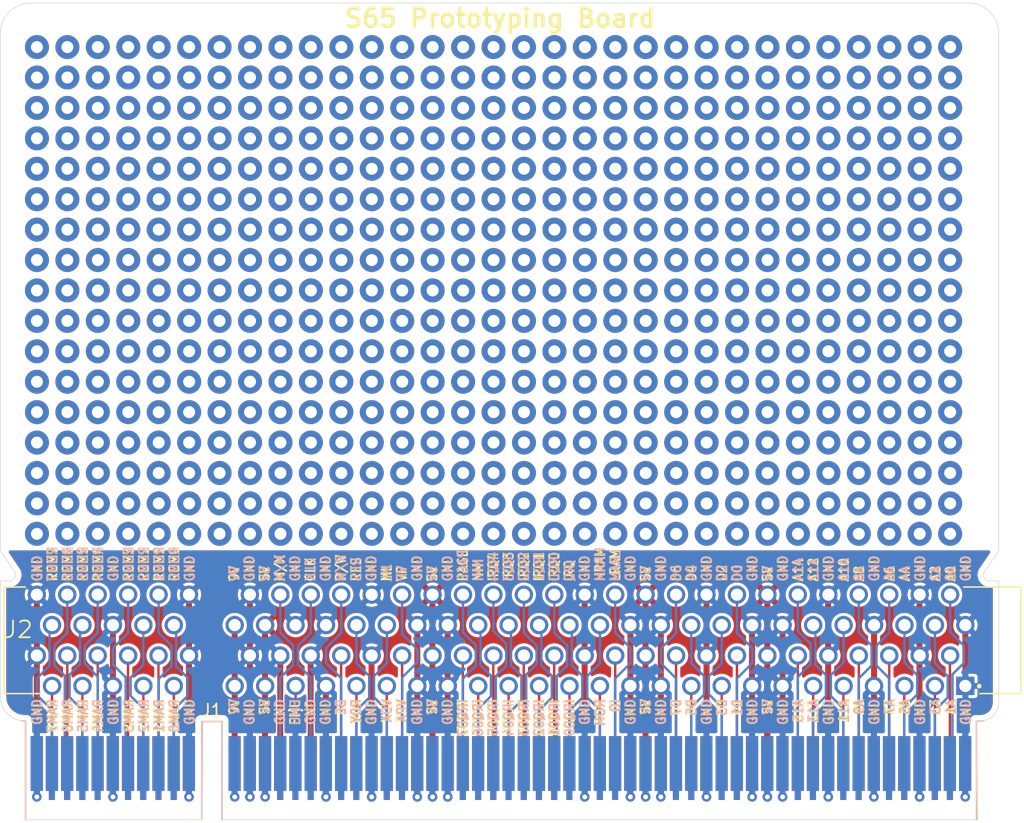
<source format=kicad_pcb>
(kicad_pcb (version 20240108) (generator "pcbnew") (generator_version "8.0")
  (layers (0 "F.Cu" signal) (31 "B.Cu" signal) (34 "B.Paste" user) (35 "F.Paste" user) (36 "B.SilkS" user "B.Silkscreen") (37 "F.SilkS" user "F.Silkscreen") (38 "B.Mask" user) (39 "F.Mask" user) (44 "Edge.Cuts" user))
  (net 0 "")
  (net 1 "/~{NMI}")
  (net 2 "GND")
  (net 3 "/~{IRQ_0.3}")
  (net 4 "/A6")
  (net 5 "/Ø2{slash}VDA")
  (net 6 "/D4")
  (net 7 "+5V")
  (net 8 "/D2")
  (net 9 "/ROM_7")
  (net 10 "/A7")
  (net 11 "/~{IRQ_3}")
  (net 12 "/D5")
  (net 13 "/~{IRQ_0.2}")
  (net 14 "/A10")
  (net 15 "/SYNC_VPA")
  (net 16 "/PAGE")
  (net 17 "/~{IRQ_2}")
  (net 18 "/~{IRQ_4}")
  (net 19 "/A11")
  (net 20 "/~{IRQ_0.1}")
  (net 21 "/~{RES}")
  (net 22 "/A2")
  (net 23 "/~{BE}")
  (net 24 "/A5")
  (net 25 "/~{VP}")
  (net 26 "/ROM_1")
  (net 27 "/ROM_4")
  (net 28 "/A15")
  (net 29 "/~{L_RAM}")
  (net 30 "/D1")
  (net 31 "/~{IRQ_0.6}")
  (net 32 "/A1")
  (net 33 "/~{H_RAM}")
  (net 34 "/D6")
  (net 35 "/A9")
  (net 36 "/M{slash}X")
  (net 37 "/ROM_6")
  (net 38 "/~{IO}")
  (net 39 "/A4")
  (net 40 "/RAM_2")
  (net 41 "/E")
  (net 42 "/R{slash}~{W}")
  (net 43 "+9V")
  (net 44 "/~{IRQ_0}")
  (net 45 "/~{IRQ_0.7}")
  (net 46 "/ROM_0")
  (net 47 "/RAM_5")
  (net 48 "/RAM_4")
  (net 49 "/RAM_7")
  (net 50 "/RAM_6")
  (net 51 "/~{ROM}")
  (net 52 "/A12")
  (net 53 "/~{IRQ}")
  (net 54 "/D0")
  (net 55 "/~{IRQ_1}")
  (net 56 "/~{ML}")
  (net 57 "/A14")
  (net 58 "/ROM_2")
  (net 59 "/D3")
  (net 60 "/~{RDY}")
  (net 61 "/CLK")
  (net 62 "/RAM_3")
  (net 63 "/A13")
  (net 64 "/~{IRQ_0.4}")
  (net 65 "/A8")
  (net 66 "/~{IRQ_0.5}")
  (net 67 "/ROM_3")
  (net 68 "/~{IRQ_0.0}")
  (net 69 "/A0")
  (net 70 "/ROM_5")
  (net 71 "/RAM_0")
  (net 72 "/D7")
  (net 73 "/A3")
  (net 74 "/RAM_1")
  (footprint "TestPoint:TestPoint_Loop_D1.80mm_Drill1.0mm_Beaded" (layer "F.Cu") (at 162.56 101.6)
    (property "Reference" "REF**" (hide yes))
    (property "Value" "TestPoint_Loop_D1.80mm_Drill1.0mm_Beaded" (hide yes))
  )
  (footprint "TestPoint:TestPoint_Loop_D1.80mm_Drill1.0mm_Beaded" (layer "F.Cu") (at 121.92 88.9)
    (property "Reference" "REF**" (hide yes))
    (property "Value" "TestPoint_Loop_D1.80mm_Drill1.0mm_Beaded" (hide yes))
  )
  (footprint "TestPoint:TestPoint_Loop_D1.80mm_Drill1.0mm_Beaded" (layer "F.Cu") (at 170.18 81.28)
    (property "Reference" "REF**" (hide yes))
    (property "Value" "TestPoint_Loop_D1.80mm_Drill1.0mm_Beaded" (hide yes))
  )
  (footprint "TestPoint:TestPoint_Loop_D1.80mm_Drill1.0mm_Beaded" (layer "F.Cu") (at 185.42 99.06)
    (property "Reference" "REF**" (hide yes))
    (property "Value" "TestPoint_Loop_D1.80mm_Drill1.0mm_Beaded" (hide yes))
  )
  (footprint "TestPoint:TestPoint_Loop_D1.80mm_Drill1.0mm_Beaded" (layer "F.Cu") (at 182.88 73.66)
    (property "Reference" "REF**" (hide yes))
    (property "Value" "TestPoint_Loop_D1.80mm_Drill1.0mm_Beaded" (hide yes))
  )
  (footprint "TestPoint:TestPoint_Loop_D1.80mm_Drill1.0mm_Beaded" (layer "F.Cu") (at 129.54 73.66)
    (property "Reference" "REF**" (hide yes))
    (property "Value" "TestPoint_Loop_D1.80mm_Drill1.0mm_Beaded" (hide yes))
  )
  (footprint "TestPoint:TestPoint_Loop_D1.80mm_Drill1.0mm_Beaded" (layer "F.Cu") (at 137.16 66.04)
    (property "Reference" "REF**" (hide yes))
    (property "Value" "TestPoint_Loop_D1.80mm_Drill1.0mm_Beaded" (hide yes))
  )
  (footprint "TestPoint:TestPoint_Loop_D1.80mm_Drill1.0mm_Beaded" (layer "F.Cu") (at 157.48 86.36)
    (property "Reference" "REF**" (hide yes))
    (property "Value" "TestPoint_Loop_D1.80mm_Drill1.0mm_Beaded" (hide yes))
  )
  (footprint "TestPoint:TestPoint_Loop_D1.80mm_Drill1.0mm_Beaded" (layer "F.Cu") (at 149.86 88.9)
    (property "Reference" "REF**" (hide yes))
    (property "Value" "TestPoint_Loop_D1.80mm_Drill1.0mm_Beaded" (hide yes))
  )
  (footprint "TestPoint:TestPoint_Loop_D1.80mm_Drill1.0mm_Beaded" (layer "F.Cu") (at 129.54 88.9)
    (property "Reference" "REF**" (hide yes))
    (property "Value" "TestPoint_Loop_D1.80mm_Drill1.0mm_Beaded" (hide yes))
  )
  (footprint "TestPoint:TestPoint_Loop_D1.80mm_Drill1.0mm_Beaded" (layer "F.Cu") (at 139.7 60.96)
    (property "Reference" "REF**" (hide yes))
    (property "Value" "TestPoint_Loop_D1.80mm_Drill1.0mm_Beaded" (hide yes))
  )
  (footprint "TestPoint:TestPoint_Loop_D1.80mm_Drill1.0mm_Beaded" (layer "F.Cu") (at 162.56 86.36)
    (property "Reference" "REF**" (hide yes))
    (property "Value" "TestPoint_Loop_D1.80mm_Drill1.0mm_Beaded" (hide yes))
  )
  (footprint "TestPoint:TestPoint_Loop_D1.80mm_Drill1.0mm_Beaded" (layer "F.Cu") (at 149.86 99.06)
    (property "Reference" "REF**" (hide yes))
    (property "Value" "TestPoint_Loop_D1.80mm_Drill1.0mm_Beaded" (hide yes))
  )
  (footprint "TestPoint:TestPoint_Loop_D1.80mm_Drill1.0mm_Beaded" (layer "F.Cu") (at 185.42 101.6)
    (property "Reference" "REF**" (hide yes))
    (property "Value" "TestPoint_Loop_D1.80mm_Drill1.0mm_Beaded" (hide yes))
  )
  (footprint "TestPoint:TestPoint_Loop_D1.80mm_Drill1.0mm_Beaded" (layer "F.Cu") (at 182.88 71.12)
    (property "Reference" "REF**" (hide yes))
    (property "Value" "TestPoint_Loop_D1.80mm_Drill1.0mm_Beaded" (hide yes))
  )
  (footprint "TestPoint:TestPoint_Loop_D1.80mm_Drill1.0mm_Beaded" (layer "F.Cu") (at 154.94 96.52)
    (property "Reference" "REF**" (hide yes))
    (property "Value" "TestPoint_Loop_D1.80mm_Drill1.0mm_Beaded" (hide yes))
  )
  (footprint "TestPoint:TestPoint_Loop_D1.80mm_Drill1.0mm_Beaded" (layer "F.Cu") (at 170.18 63.5)
    (property "Reference" "REF**" (hide yes))
    (property "Value" "TestPoint_Loop_D1.80mm_Drill1.0mm_Beaded" (hide yes))
  )
  (footprint "TestPoint:TestPoint_Loop_D1.80mm_Drill1.0mm_Beaded" (layer "F.Cu") (at 124.46 66.04)
    (property "Reference" "REF**" (hide yes))
    (property "Value" "TestPoint_Loop_D1.80mm_Drill1.0mm_Beaded" (hide yes))
  )
  (footprint "TestPoint:TestPoint_Loop_D1.80mm_Drill1.0mm_Beaded" (layer "F.Cu") (at 160.02 76.2)
    (property "Reference" "REF**" (hide yes))
    (property "Value" "TestPoint_Loop_D1.80mm_Drill1.0mm_Beaded" (hide yes))
  )
  (footprint "TestPoint:TestPoint_Loop_D1.80mm_Drill1.0mm_Beaded" (layer "F.Cu") (at 119.38 63.5)
    (property "Reference" "REF**" (hide yes))
    (property "Value" "TestPoint_Loop_D1.80mm_Drill1.0mm_Beaded" (hide yes))
  )
  (footprint "TestPoint:TestPoint_Loop_D1.80mm_Drill1.0mm_Beaded" (layer "F.Cu") (at 121.92 101.6)
    (property "Reference" "REF**" (hide yes))
    (property "Value" "TestPoint_Loop_D1.80mm_Drill1.0mm_Beaded" (hide yes))
  )
  (footprint "TestPoint:TestPoint_Loop_D1.80mm_Drill1.0mm_Beaded" (layer "F.Cu") (at 114.3 76.2)
    (property "Reference" "REF**" (hide yes))
    (property "Value" "TestPoint_Loop_D1.80mm_Drill1.0mm_Beaded" (hide yes))
  )
  (footprint "TestPoint:TestPoint_Loop_D1.80mm_Drill1.0mm_Beaded" (layer "F.Cu") (at 165.1 66.04)
    (property "Reference" "REF**" (hide yes))
    (property "Value" "TestPoint_Loop_D1.80mm_Drill1.0mm_Beaded" (hide yes))
  )
  (footprint "TestPoint:TestPoint_Loop_D1.80mm_Drill1.0mm_Beaded" (layer "F.Cu") (at 147.32 76.2)
    (property "Reference" "REF**" (hide yes))
    (property "Value" "TestPoint_Loop_D1.80mm_Drill1.0mm_Beaded" (hide yes))
  )
  (footprint "TestPoint:TestPoint_Loop_D1.80mm_Drill1.0mm_Beaded" (layer "F.Cu") (at 157.48 83.82)
    (property "Reference" "REF**" (hide yes))
    (property "Value" "TestPoint_Loop_D1.80mm_Drill1.0mm_Beaded" (hide yes))
  )
  (footprint "TestPoint:TestPoint_Loop_D1.80mm_Drill1.0mm_Beaded" (layer "F.Cu") (at 190.5 86.36)
    (property "Reference" "REF**" (hide yes))
    (property "Value" "TestPoint_Loop_D1.80mm_Drill1.0mm_Beaded" (hide yes))
  )
  (footprint "TestPoint:TestPoint_Loop_D1.80mm_Drill1.0mm_Beaded" (layer "F.Cu") (at 175.26 81.28)
    (property "Reference" "REF**" (hide yes))
    (property "Value" "TestPoint_Loop_D1.80mm_Drill1.0mm_Beaded" (hide yes))
  )
  (footprint "TestPoint:TestPoint_Loop_D1.80mm_Drill1.0mm_Beaded" (layer "F.Cu") (at 137.16 73.66)
    (property "Reference" "REF**" (hide yes))
    (property "Value" "TestPoint_Loop_D1.80mm_Drill1.0mm_Beaded" (hide yes))
  )
  (footprint "TestPoint:TestPoint_Loop_D1.80mm_Drill1.0mm_Beaded" (layer "F.Cu") (at 114.3 68.58)
    (property "Reference" "REF**" (hide yes))
    (property "Value" "TestPoint_Loop_D1.80mm_Drill1.0mm_Beaded" (hide yes))
  )
  (footprint "TestPoint:TestPoint_Loop_D1.80mm_Drill1.0mm_Beaded" (layer "F.Cu") (at 180.34 81.28)
    (property "Reference" "REF**" (hide yes))
    (property "Value" "TestPoint_Loop_D1.80mm_Drill1.0mm_Beaded" (hide yes))
  )
  (footprint "TestPoint:TestPoint_Loop_D1.80mm_Drill1.0mm_Beaded" (layer "F.Cu") (at 127 73.66)
    (property "Reference" "REF**" (hide yes))
    (property "Value" "TestPoint_Loop_D1.80mm_Drill1.0mm_Beaded" (hide yes))
  )
  (footprint "TestPoint:TestPoint_Loop_D1.80mm_Drill1.0mm_Beaded" (layer "F.Cu") (at 129.54 63.5)
    (property "Reference" "REF**" (hide yes))
    (property "Value" "TestPoint_Loop_D1.80mm_Drill1.0mm_Beaded" (hide yes))
  )
  (footprint "TestPoint:TestPoint_Loop_D1.80mm_Drill1.0mm_Beaded" (layer "F.Cu") (at 190.5 63.5)
    (property "Reference" "REF**" (hide yes))
    (property "Value" "TestPoint_Loop_D1.80mm_Drill1.0mm_Beaded" (hide yes))
  )
  (footprint "TestPoint:TestPoint_Loop_D1.80mm_Drill1.0mm_Beaded" (layer "F.Cu") (at 175.26 71.12)
    (property "Reference" "REF**" (hide yes))
    (property "Value" "TestPoint_Loop_D1.80mm_Drill1.0mm_Beaded" (hide yes))
  )
  (footprint "TestPoint:TestPoint_Loop_D1.80mm_Drill1.0mm_Beaded" (layer "F.Cu") (at 144.78 71.12)
    (property "Reference" "REF**" (hide yes))
    (property "Value" "TestPoint_Loop_D1.80mm_Drill1.0mm_Beaded" (hide yes))
  )
  (footprint "TestPoint:TestPoint_Loop_D1.80mm_Drill1.0mm_Beaded" (layer "F.Cu") (at 175.26 93.98)
    (property "Reference" "REF**" (hide yes))
    (property "Value" "TestPoint_Loop_D1.80mm_Drill1.0mm_Beaded" (hide yes))
  )
  (footprint "TestPoint:TestPoint_Loop_D1.80mm_Drill1.0mm_Beaded" (layer "F.Cu") (at 175.26 78.74)
    (property "Reference" "REF**" (hide yes))
    (property "Value" "TestPoint_Loop_D1.80mm_Drill1.0mm_Beaded" (hide yes))
  )
  (footprint "TestPoint:TestPoint_Loop_D1.80mm_Drill1.0mm_Beaded" (layer "F.Cu") (at 160.02 78.74)
    (property "Reference" "REF**" (hide yes))
    (property "Value" "TestPoint_Loop_D1.80mm_Drill1.0mm_Beaded" (hide yes))
  )
  (footprint "TestPoint:TestPoint_Loop_D1.80mm_Drill1.0mm_Beaded" (layer "F.Cu") (at 127 83.82)
    (property "Reference" "REF**" (hide yes))
    (property "Value" "TestPoint_Loop_D1.80mm_Drill1.0mm_Beaded" (hide yes))
  )
  (footprint "TestPoint:TestPoint_Loop_D1.80mm_Drill1.0mm_Beaded" (layer "F.Cu") (at 142.24 60.96)
    (property "Reference" "REF**" (hide yes))
    (property "Value" "TestPoint_Loop_D1.80mm_Drill1.0mm_Beaded" (hide yes))
  )
  (footprint "TestPoint:TestPoint_Loop_D1.80mm_Drill1.0mm_Beaded" (layer "F.Cu") (at 157.48 71.12)
    (property "Reference" "REF**" (hide yes))
    (property "Value" "TestPoint_Loop_D1.80mm_Drill1.0mm_Beaded" (hide yes))
  )
  (footprint "TestPoint:TestPoint_Loop_D1.80mm_Drill1.0mm_Beaded" (layer "F.Cu") (at 134.62 71.12)
    (property "Reference" "REF**" (hide yes))
    (property "Value" "TestPoint_Loop_D1.80mm_Drill1.0mm_Beaded" (hide yes))
  )
  (footprint "TestPoint:TestPoint_Loop_D1.80mm_Drill1.0mm_Beaded" (layer "F.Cu") (at 167.64 101.6)
    (property "Reference" "REF**" (hide yes))
    (property "Value" "TestPoint_Loop_D1.80mm_Drill1.0mm_Beaded" (hide yes))
  )
  (footprint "TestPoint:TestPoint_Loop_D1.80mm_Drill1.0mm_Beaded" (layer "F.Cu") (at 175.26 91.44)
    (property "Reference" "REF**" (hide yes))
    (property "Value" "TestPoint_Loop_D1.80mm_Drill1.0mm_Beaded" (hide yes))
  )
  (footprint "TestPoint:TestPoint_Loop_D1.80mm_Drill1.0mm_Beaded" (layer "F.Cu") (at 142.24 99.06)
    (property "Reference" "REF**" (hide yes))
    (property "Value" "TestPoint_Loop_D1.80mm_Drill1.0mm_Beaded" (hide yes))
  )
  (footprint "TestPoint:TestPoint_Loop_D1.80mm_Drill1.0mm_Beaded" (layer "F.Cu") (at 119.38 78.74)
    (property "Reference" "REF**" (hide yes))
    (property "Value" "TestPoint_Loop_D1.80mm_Drill1.0mm_Beaded" (hide yes))
  )
  (footprint "TestPoint:TestPoint_Loop_D1.80mm_Drill1.0mm_Beaded" (layer "F.Cu") (at 185.42 66.04)
    (property "Reference" "REF**" (hide yes))
    (property "Value" "TestPoint_Loop_D1.80mm_Drill1.0mm_Beaded" (hide yes))
  )
  (footprint "TestPoint:TestPoint_Loop_D1.80mm_Drill1.0mm_Beaded" (layer "F.Cu") (at 165.1 71.12)
    (property "Reference" "REF**" (hide yes))
    (property "Value" "TestPoint_Loop_D1.80mm_Drill1.0mm_Beaded" (hide yes))
  )
  (footprint "TestPoint:TestPoint_Loop_D1.80mm_Drill1.0mm_Beaded" (layer "F.Cu") (at 144.78 83.82)
    (property "Reference" "REF**" (hide yes))
    (property "Value" "TestPoint_Loop_D1.80mm_Drill1.0mm_Beaded" (hide yes))
  )
  (footprint "TestPoint:TestPoint_Loop_D1.80mm_Drill1.0mm_Beaded" (layer "F.Cu") (at 172.72 93.98)
    (property "Reference" "REF**" (hide yes))
    (property "Value" "TestPoint_Loop_D1.80mm_Drill1.0mm_Beaded" (hide yes))
  )
  (footprint "TestPoint:TestPoint_Loop_D1.80mm_Drill1.0mm_Beaded" (layer "F.Cu") (at 132.08 81.28)
    (property "Reference" "REF**" (hide yes))
    (property "Value" "TestPoint_Loop_D1.80mm_Drill1.0mm_Beaded" (hide yes))
  )
  (footprint "TestPoint:TestPoint_Loop_D1.80mm_Drill1.0mm_Beaded" (layer "F.Cu") (at 157.48 88.9)
    (property "Reference" "REF**" (hide yes))
    (property "Value" "TestPoint_Loop_D1.80mm_Drill1.0mm_Beaded" (hide yes))
  )
  (footprint "TestPoint:TestPoint_Loop_D1.80mm_Drill1.0mm_Beaded" (layer "F.Cu") (at 187.96 78.74)
    (property "Reference" "REF**" (hide yes))
    (property "Value" "TestPoint_Loop_D1.80mm_Drill1.0mm_Beaded" (hide yes))
  )
  (footprint "TestPoint:TestPoint_Loop_D1.80mm_Drill1.0mm_Beaded" (layer "F.Cu") (at 129.54 68.58)
    (property "Reference" "REF**" (hide yes))
    (property "Value" "TestPoint_Loop_D1.80mm_Drill1.0mm_Beaded" (hide yes))
  )
  (footprint "TestPoint:TestPoint_Loop_D1.80mm_Drill1.0mm_Beaded" (layer "F.Cu") (at 157.48 68.58)
    (property "Reference" "REF**" (hide yes))
    (property "Value" "TestPoint_Loop_D1.80mm_Drill1.0mm_Beaded" (hide yes))
  )
  (footprint "TestPoint:TestPoint_Loop_D1.80mm_Drill1.0mm_Beaded" (layer "F.Cu") (at 139.7 93.98)
    (property "Reference" "REF**" (hide yes))
    (property "Value" "TestPoint_Loop_D1.80mm_Drill1.0mm_Beaded" (hide yes))
  )
  (footprint "TestPoint:TestPoint_Loop_D1.80mm_Drill1.0mm_Beaded" (layer "F.Cu") (at 121.92 76.2)
    (property "Reference" "REF**" (hide yes))
    (property "Value" "TestPoint_Loop_D1.80mm_Drill1.0mm_Beaded" (hide yes))
  )
  (footprint "TestPoint:TestPoint_Loop_D1.80mm_Drill1.0mm_Beaded" (layer "F.Cu") (at 137.16 78.74)
    (property "Reference" "REF**" (hide yes))
    (property "Value" "TestPoint_Loop_D1.80mm_Drill1.0mm_Beaded" (hide yes))
  )
  (footprint "TestPoint:TestPoint_Loop_D1.80mm_Drill1.0mm_Beaded" (layer "F.Cu") (at 160.02 68.58)
    (property "Reference" "REF**" (hide yes))
    (property "Value" "TestPoint_Loop_D1.80mm_Drill1.0mm_Beaded" (hide yes))
  )
  (footprint "TestPoint:TestPoint_Loop_D1.80mm_Drill1.0mm_Beaded" (layer "F.Cu") (at 182.88 63.5)
    (property "Reference" "REF**" (hide yes))
    (property "Value" "TestPoint_Loop_D1.80mm_Drill1.0mm_Beaded" (hide yes))
  )
  (footprint "TestPoint:TestPoint_Loop_D1.80mm_Drill1.0mm_Beaded" (layer "F.Cu") (at 187.96 76.2)
    (property "Reference" "REF**" (hide yes))
    (property "Value" "TestPoint_Loop_D1.80mm_Drill1.0mm_Beaded" (hide yes))
  )
  (footprint "TestPoint:TestPoint_Loop_D1.80mm_Drill1.0mm_Beaded" (layer "F.Cu") (at 149.86 93.98)
    (property "Reference" "REF**" (hide yes))
    (property "Value" "TestPoint_Loop_D1.80mm_Drill1.0mm_Beaded" (hide yes))
  )
  (footprint "TestPoint:TestPoint_Loop_D1.80mm_Drill1.0mm_Beaded" (layer "F.Cu") (at 170.18 60.96)
    (property "Reference" "REF**" (hide yes))
    (property "Value" "TestPoint_Loop_D1.80mm_Drill1.0mm_Beaded" (hide yes))
  )
  (footprint "TestPoint:TestPoint_Loop_D1.80mm_Drill1.0mm_Beaded" (layer "F.Cu") (at 116.84 63.5)
    (property "Reference" "REF**" (hide yes))
    (property "Value" "TestPoint_Loop_D1.80mm_Drill1.0mm_Beaded" (hide yes))
  )
  (footprint "TestPoint:TestPoint_Loop_D1.80mm_Drill1.0mm_Beaded" (layer "F.Cu") (at 114.3 99.06)
    (property "Reference" "REF**" (hide yes))
    (property "Value" "TestPoint_Loop_D1.80mm_Drill1.0mm_Beaded" (hide yes))
  )
  (footprint "TestPoint:TestPoint_Loop_D1.80mm_Drill1.0mm_Beaded" (layer "F.Cu") (at 149.86 71.12)
    (property "Reference" "REF**" (hide yes))
    (property "Value" "TestPoint_Loop_D1.80mm_Drill1.0mm_Beaded" (hide yes))
  )
  (footprint "TestPoint:TestPoint_Loop_D1.80mm_Drill1.0mm_Beaded" (layer "F.Cu") (at 167.64 78.74)
    (property "Reference" "REF**" (hide yes))
    (property "Value" "TestPoint_Loop_D1.80mm_Drill1.0mm_Beaded" (hide yes))
  )
  (footprint "TestPoint:TestPoint_Loop_D1.80mm_Drill1.0mm_Beaded" (layer "F.Cu") (at 129.54 60.96)
    (property "Reference" "REF**" (hide yes))
    (property "Value" "TestPoint_Loop_D1.80mm_Drill1.0mm_Beaded" (hide yes))
  )
  (footprint "TestPoint:TestPoint_Loop_D1.80mm_Drill1.0mm_Beaded" (layer "F.Cu") (at 149.86 76.2)
    (property "Reference" "REF**" (hide yes))
    (property "Value" "TestPoint_Loop_D1.80mm_Drill1.0mm_Beaded" (hide yes))
  )
  (footprint "TestPoint:TestPoint_Loop_D1.80mm_Drill1.0mm_Beaded" (layer "F.Cu") (at 185.42 73.66)
    (property "Reference" "REF**" (hide yes))
    (property "Value" "TestPoint_Loop_D1.80mm_Drill1.0mm_Beaded" (hide yes))
  )
  (footprint "TestPoint:TestPoint_Loop_D1.80mm_Drill1.0mm_Beaded" (layer "F.Cu") (at 137.16 81.28)
    (property "Reference" "REF**" (hide yes))
    (property "Value" "TestPoint_Loop_D1.80mm_Drill1.0mm_Beaded" (hide yes))
  )
  (footprint "TestPoint:TestPoint_Loop_D1.80mm_Drill1.0mm_Beaded" (layer "F.Cu") (at 172.72 68.58)
    (property "Reference" "REF**" (hide yes))
    (property "Value" "TestPoint_Loop_D1.80mm_Drill1.0mm_Beaded" (hide yes))
  )
  (footprint "TestPoint:TestPoint_Loop_D1.80mm_Drill1.0mm_Beaded" (layer "F.Cu") (at 124.46 73.66)
    (property "Reference" "REF**" (hide yes))
    (property "Value" "TestPoint_Loop_D1.80mm_Drill1.0mm_Beaded" (hide yes))
  )
  (footprint "TestPoint:TestPoint_Loop_D1.80mm_Drill1.0mm_Beaded" (layer "F.Cu") (at 182.88 86.36)
    (property "Reference" "REF**" (hide yes))
    (property "Value" "TestPoint_Loop_D1.80mm_Drill1.0mm_Beaded" (hide yes))
  )
  (footprint "TestPoint:TestPoint_Loop_D1.80mm_Drill1.0mm_Beaded" (layer "F.Cu") (at 154.94 60.96)
    (property "Reference" "REF**" (hide yes))
    (property "Value" "TestPoint_Loop_D1.80mm_Drill1.0mm_Beaded" (hide yes))
  )
  (footprint "TestPoint:TestPoint_Loop_D1.80mm_Drill1.0mm_Beaded" (layer "F.Cu") (at 142.24 63.5)
    (property "Reference" "REF**" (hide yes))
    (property "Value" "TestPoint_Loop_D1.80mm_Drill1.0mm_Beaded" (hide yes))
  )
  (footprint "TestPoint:TestPoint_Loop_D1.80mm_Drill1.0mm_Beaded" (layer "F.Cu") (at 119.38 93.98)
    (property "Reference" "REF**" (hide yes))
    (property "Value" "TestPoint_Loop_D1.80mm_Drill1.0mm_Beaded" (hide yes))
  )
  (footprint "TestPoint:TestPoint_Loop_D1.80mm_Drill1.0mm_Beaded" (layer "F.Cu") (at 170.18 96.52)
    (property "Reference" "REF**" (hide yes))
    (property "Value" "TestPoint_Loop_D1.80mm_Drill1.0mm_Beaded" (hide yes))
  )
  (footprint "TestPoint:TestPoint_Loop_D1.80mm_Drill1.0mm_Beaded" (layer "F.Cu") (at 121.92 68.58)
    (property "Reference" "REF**" (hide yes))
    (property "Value" "TestPoint_Loop_D1.80mm_Drill1.0mm_Beaded" (hide yes))
  )
  (footprint "TestPoint:TestPoint_Loop_D1.80mm_Drill1.0mm_Beaded" (layer "F.Cu") (at 177.8 78.74)
    (property "Reference" "REF**" (hide yes))
    (property "Value" "TestPoint_Loop_D1.80mm_Drill1.0mm_Beaded" (hide yes))
  )
  (footprint "TestPoint:TestPoint_Loop_D1.80mm_Drill1.0mm_Beaded" (layer "F.Cu") (at 172.72 73.66)
    (property "Reference" "REF**" (hide yes))
    (property "Value" "TestPoint_Loop_D1.80mm_Drill1.0mm_Beaded" (hide yes))
  )
  (footprint "TestPoint:TestPoint_Loop_D1.80mm_Drill1.0mm_Beaded" (layer "F.Cu") (at 182.88 83.82)
    (property "Reference" "REF**" (hide yes))
    (property "Value" "TestPoint_Loop_D1.80mm_Drill1.0mm_Beaded" (hide yes))
  )
  (footprint "TestPoint:TestPoint_Loop_D1.80mm_Drill1.0mm_Beaded" (layer "F.Cu") (at 116.84 78.74)
    (property "Reference" "REF**" (hide yes))
    (property "Value" "TestPoint_Loop_D1.80mm_Drill1.0mm_Beaded" (hide yes))
  )
  (footprint "TestPoint:TestPoint_Loop_D1.80mm_Drill1.0mm_Beaded" (layer "F.Cu") (at 116.84 88.9)
    (property "Reference" "REF**" (hide yes))
    (property "Value" "TestPoint_Loop_D1.80mm_Drill1.0mm_Beaded" (hide yes))
  )
  (footprint "TestPoint:TestPoint_Loop_D1.80mm_Drill1.0mm_Beaded" (layer "F.Cu") (at 137.16 63.5)
    (property "Reference" "REF**" (hide yes))
    (property "Value" "TestPoint_Loop_D1.80mm_Drill1.0mm_Beaded" (hide yes))
  )
  (footprint "TestPoint:TestPoint_Loop_D1.80mm_Drill1.0mm_Beaded" (layer "F.Cu") (at 162.56 96.52)
    (property "Reference" "REF**" (hide yes))
    (property "Value" "TestPoint_Loop_D1.80mm_Drill1.0mm_Beaded" (hide yes))
  )
  (footprint "TestPoint:TestPoint_Loop_D1.80mm_Drill1.0mm_Beaded" (layer "F.Cu") (at 116.84 81.28)
    (property "Reference" "REF**" (hide yes))
    (property "Value" "TestPoint_Loop_D1.80mm_Drill1.0mm_Beaded" (hide yes))
  )
  (footprint "TestPoint:TestPoint_Loop_D1.80mm_Drill1.0mm_Beaded" (layer "F.Cu") (at 144.78 78.74)
    (property "Reference" "REF**" (hide yes))
    (property "Value" "TestPoint_Loop_D1.80mm_Drill1.0mm_Beaded" (hide yes))
  )
  (footprint "TestPoint:TestPoint_Loop_D1.80mm_Drill1.0mm_Beaded" (layer "F.Cu") (at 165.1 99.06)
    (property "Reference" "REF**" (hide yes))
    (property "Value" "TestPoint_Loop_D1.80mm_Drill1.0mm_Beaded" (hide yes))
  )
  (footprint "TestPoint:TestPoint_Loop_D1.80mm_Drill1.0mm_Beaded" (layer "F.Cu") (at 165.1 68.58)
    (property "Reference" "REF**" (hide yes))
    (property "Value" "TestPoint_Loop_D1.80mm_Drill1.0mm_Beaded" (hide yes))
  )
  (footprint "TestPoint:TestPoint_Loop_D1.80mm_Drill1.0mm_Beaded" (layer "F.Cu") (at 132.08 71.12)
    (property "Reference" "REF**" (hide yes))
    (property "Value" "TestPoint_Loop_D1.80mm_Drill1.0mm_Beaded" (hide yes))
  )
  (footprint "TestPoint:TestPoint_Loop_D1.80mm_Drill1.0mm_Beaded" (layer "F.Cu") (at 121.92 91.44)
    (property "Reference" "REF**" (hide yes))
    (property "Value" "TestPoint_Loop_D1.80mm_Drill1.0mm_Beaded" (hide yes))
  )
  (footprint "TestPoint:TestPoint_Loop_D1.80mm_Drill1.0mm_Beaded" (layer "F.Cu") (at 154.94 88.9)
    (property "Reference" "REF**" (hide yes))
    (property "Value" "TestPoint_Loop_D1.80mm_Drill1.0mm_Beaded" (hide yes))
  )
  (footprint "TestPoint:TestPoint_Loop_D1.80mm_Drill1.0mm_Beaded" (layer "F.Cu") (at 134.62 66.04)
    (property "Reference" "REF**" (hide yes))
    (property "Value" "TestPoint_Loop_D1.80mm_Drill1.0mm_Beaded" (hide yes))
  )
  (footprint "TestPoint:TestPoint_Loop_D1.80mm_Drill1.0mm_Beaded" (layer "F.Cu") (at 154.94 66.04)
    (property "Reference" "REF**" (hide yes))
    (property "Value" "TestPoint_Loop_D1.80mm_Drill1.0mm_Beaded" (hide yes))
  )
  (footprint "TestPoint:TestPoint_Loop_D1.80mm_Drill1.0mm_Beaded" (layer "F.Cu") (at 132.08 73.66)
    (property "Reference" "REF**" (hide yes))
    (property "Value" "TestPoint_Loop_D1.80mm_Drill1.0mm_Beaded" (hide yes))
  )
  (footprint "TestPoint:TestPoint_Loop_D1.80mm_Drill1.0mm_Beaded" (layer "F.Cu") (at 116.84 76.2)
    (property "Reference" "REF**" (hide yes))
    (property "Value" "TestPoint_Loop_D1.80mm_Drill1.0mm_Beaded" (hide yes))
  )
  (footprint "TestPoint:TestPoint_Loop_D1.80mm_Drill1.0mm_Beaded" (layer "F.Cu") (at 172.72 71.12)
    (property "Reference" "REF**" (hide yes))
    (property "Value" "TestPoint_Loop_D1.80mm_Drill1.0mm_Beaded" (hide yes))
  )
  (footprint "TestPoint:TestPoint_Loop_D1.80mm_Drill1.0mm_Beaded" (layer "F.Cu") (at 124.46 99.06)
    (property "Reference" "REF**" (hide yes))
    (property "Value" "TestPoint_Loop_D1.80mm_Drill1.0mm_Beaded" (hide yes))
  )
  (footprint "TestPoint:TestPoint_Loop_D1.80mm_Drill1.0mm_Beaded" (layer "F.Cu") (at 139.7 99.06)
    (property "Reference" "REF**" (hide yes))
    (property "Value" "TestPoint_Loop_D1.80mm_Drill1.0mm_Beaded" (hide yes))
  )
  (footprint "TestPoint:TestPoint_Loop_D1.80mm_Drill1.0mm_Beaded" (layer "F.Cu") (at 170.18 83.82)
    (property "Reference" "REF**" (hide yes))
    (property "Value" "TestPoint_Loop_D1.80mm_Drill1.0mm_Beaded" (hide yes))
  )
  (footprint "TestPoint:TestPoint_Loop_D1.80mm_Drill1.0mm_Beaded" (layer "F.Cu") (at 127 78.74)
    (property "Reference" "REF**" (hide yes))
    (property "Value" "TestPoint_Loop_D1.80mm_Drill1.0mm_Beaded" (hide yes))
  )
  (footprint "TestPoint:TestPoint_Loop_D1.80mm_Drill1.0mm_Beaded" (layer "F.Cu") (at 134.62 86.36)
    (property "Reference" "REF**" (hide yes))
    (property "Value" "TestPoint_Loop_D1.80mm_Drill1.0mm_Beaded" (hide yes))
  )
  (footprint "TestPoint:TestPoint_Loop_D1.80mm_Drill1.0mm_Beaded" (layer "F.Cu") (at 160.02 83.82)
    (property "Reference" "REF**" (hide yes))
    (property "Value" "TestPoint_Loop_D1.80mm_Drill1.0mm_Beaded" (hide yes))
  )
  (footprint "TestPoint:TestPoint_Loop_D1.80mm_Drill1.0mm_Beaded" (layer "F.Cu") (at 175.26 63.5)
    (property "Reference" "REF**" (hide yes))
    (property "Value" "TestPoint_Loop_D1.80mm_Drill1.0mm_Beaded" (hide yes))
  )
  (footprint "TestPoint:TestPoint_Loop_D1.80mm_Drill1.0mm_Beaded" (layer "F.Cu") (at 160.02 73.66)
    (property "Reference" "REF**" (hide yes))
    (property "Value" "TestPoint_Loop_D1.80mm_Drill1.0mm_Beaded" (hide yes))
  )
  (footprint "TestPoint:TestPoint_Loop_D1.80mm_Drill1.0mm_Beaded" (layer "F.Cu") (at 152.4 73.66)
    (property "Reference" "REF**" (hide yes))
    (property "Value" "TestPoint_Loop_D1.80mm_Drill1.0mm_Beaded" (hide yes))
  )
  (footprint "TestPoint:TestPoint_Loop_D1.80mm_Drill1.0mm_Beaded" (layer "F.Cu") (at 114.3 91.44)
    (property "Reference" "REF**" (hide yes))
    (property "Value" "TestPoint_Loop_D1.80mm_Drill1.0mm_Beaded" (hide yes))
  )
  (footprint "TestPoint:TestPoint_Loop_D1.80mm_Drill1.0mm_Beaded" (layer "F.Cu") (at 152.4 63.5)
    (property "Reference" "REF**" (hide yes))
    (property "Value" "TestPoint_Loop_D1.80mm_Drill1.0mm_Beaded" (hide yes))
  )
  (footprint "TestPoint:TestPoint_Loop_D1.80mm_Drill1.0mm_Beaded" (layer "F.Cu") (at 152.4 88.9)
    (property "Reference" "REF**" (hide yes))
    (property "Value" "TestPoint_Loop_D1.80mm_Drill1.0mm_Beaded" (hide yes))
  )
  (footprint "TestPoint:TestPoint_Loop_D1.80mm_Drill1.0mm_Beaded" (layer "F.Cu") (at 129.54 99.06)
    (property "Reference" "REF**" (hide yes))
    (property "Value" "TestPoint_Loop_D1.80mm_Drill1.0mm_Beaded" (hide yes))
  )
  (footprint "TestPoint:TestPoint_Loop_D1.80mm_Drill1.0mm_Beaded" (layer "F.Cu") (at 160.02 71.12)
    (property "Reference" "REF**" (hide yes))
    (property "Value" "TestPoint_Loop_D1.80mm_Drill1.0mm_Beaded" (hide yes))
  )
  (footprint "TestPoint:TestPoint_Loop_D1.80mm_Drill1.0mm_Beaded" (layer "F.Cu") (at 124.46 71.12)
    (property "Reference" "REF**" (hide yes))
    (property "Value" "TestPoint_Loop_D1.80mm_Drill1.0mm_Beaded" (hide yes))
  )
  (footprint "TestPoint:TestPoint_Loop_D1.80mm_Drill1.0mm_Beaded" (layer "F.Cu") (at 149.86 68.58)
    (property "Reference" "REF**" (hide yes))
    (property "Value" "TestPoint_Loop_D1.80mm_Drill1.0mm_Beaded" (hide yes))
  )
  (footprint "TestPoint:TestPoint_Loop_D1.80mm_Drill1.0mm_Beaded" (layer "F.Cu") (at 185.42 60.96)
    (property "Reference" "REF**" (hide yes))
    (property "Value" "TestPoint_Loop_D1.80mm_Drill1.0mm_Beaded" (hide yes))
  )
  (footprint "TestPoint:TestPoint_Loop_D1.80mm_Drill1.0mm_Beaded" (layer "F.Cu") (at 157.48 78.74)
    (property "Reference" "REF**" (hide yes))
    (property "Value" "TestPoint_Loop_D1.80mm_Drill1.0mm_Beaded" (hide yes))
  )
  (footprint "TestPoint:TestPoint_Loop_D1.80mm_Drill1.0mm_Beaded" (layer "F.Cu") (at 121.92 93.98)
    (property "Reference" "REF**" (hide yes))
    (property "Value" "TestPoint_Loop_D1.80mm_Drill1.0mm_Beaded" (hide yes))
  )
  (footprint "TestPoint:TestPoint_Loop_D1.80mm_Drill1.0mm_Beaded" (layer "F.Cu") (at 139.7 63.5)
    (property "Reference" "REF**" (hide yes))
    (property "Value" "TestPoint_Loop_D1.80mm_Drill1.0mm_Beaded" (hide yes))
  )
  (footprint "TestPoint:TestPoint_Loop_D1.80mm_Drill1.0mm_Beaded" (layer "F.Cu") (at 119.38 88.9)
    (property "Reference" "REF**" (hide yes))
    (property "Value" "TestPoint_Loop_D1.80mm_Drill1.0mm_Beaded" (hide yes))
  )
  (footprint "TestPoint:TestPoint_Loop_D1.80mm_Drill1.0mm_Beaded" (layer "F.Cu") (at 149.86 96.52)
    (property "Reference" "REF**" (hide yes))
    (property "Value" "TestPoint_Loop_D1.80mm_Drill1.0mm_Beaded" (hide yes))
  )
  (footprint "TestPoint:TestPoint_Loop_D1.80mm_Drill1.0mm_Beaded" (layer "F.Cu") (at 157.48 81.28)
    (property "Reference" "REF**" (hide yes))
    (property "Value" "TestPoint_Loop_D1.80mm_Drill1.0mm_Beaded" (hide yes))
  )
  (footprint "TestPoint:TestPoint_Loop_D1.80mm_Drill1.0mm_Beaded" (layer "F.Cu") (at 121.92 83.82)
    (property "Reference" "REF**" (hide yes))
    (property "Value" "TestPoint_Loop_D1.80mm_Drill1.0mm_Beaded" (hide yes))
  )
  (footprint "TestPoint:TestPoint_Loop_D1.80mm_Drill1.0mm_Beaded" (layer "F.Cu") (at 185.42 76.2)
    (property "Reference" "REF**" (hide yes))
    (property "Value" "TestPoint_Loop_D1.80mm_Drill1.0mm_Beaded" (hide yes))
  )
  (footprint "TestPoint:TestPoint_Loop_D1.80mm_Drill1.0mm_Beaded" (layer "F.Cu") (at 137.16 83.82)
    (property "Reference" "REF**" (hide yes))
    (property "Value" "TestPoint_Loop_D1.80mm_Drill1.0mm_Beaded" (hide yes))
  )
  (footprint "TestPoint:TestPoint_Loop_D1.80mm_Drill1.0mm_Beaded" (layer "F.Cu") (at 154.94 63.5)
    (property "Reference" "REF**" (hide yes))
    (property "Value" "TestPoint_Loop_D1.80mm_Drill1.0mm_Beaded" (hide yes))
  )
  (footprint "TestPoint:TestPoint_Loop_D1.80mm_Drill1.0mm_Beaded" (layer "F.Cu") (at 177.8 63.5)
    (property "Reference" "REF**" (hide yes))
    (property "Value" "TestPoint_Loop_D1.80mm_Drill1.0mm_Beaded" (hide yes))
  )
  (footprint "TestPoint:TestPoint_Loop_D1.80mm_Drill1.0mm_Beaded" (layer "F.Cu") (at 129.54 81.28)
    (property "Reference" "REF**" (hide yes))
    (property "Value" "TestPoint_Loop_D1.80mm_Drill1.0mm_Beaded" (hide yes))
  )
  (footprint "TestPoint:TestPoint_Loop_D1.80mm_Drill1.0mm_Beaded" (layer "F.Cu") (at 137.16 91.44)
    (property "Reference" "REF**" (hide yes))
    (property "Value" "TestPoint_Loop_D1.80mm_Drill1.0mm_Beaded" (hide yes))
  )
  (footprint "TestPoint:TestPoint_Loop_D1.80mm_Drill1.0mm_Beaded" (layer "F.Cu") (at 160.02 88.9)
    (property "Reference" "REF**" (hide yes))
    (property "Value" "TestPoint_Loop_D1.80mm_Drill1.0mm_Beaded" (hide yes))
  )
  (footprint "TestPoint:TestPoint_Loop_D1.80mm_Drill1.0mm_Beaded" (layer "F.Cu") (at 124.46 76.2)
    (property "Reference" "REF**" (hide yes))
    (property "Value" "TestPoint_Loop_D1.80mm_Drill1.0mm_Beaded" (hide yes))
  )
  (footprint "TestPoint:TestPoint_Loop_D1.80mm_Drill1.0mm_Beaded" (layer "F.Cu") (at 144.78 93.98)
    (property "Reference" "REF**" (hide yes))
    (property "Value" "TestPoint_Loop_D1.80mm_Drill1.0mm_Beaded" (hide yes))
  )
  (footprint "TestPoint:TestPoint_Loop_D1.80mm_Drill1.0mm_Beaded" (layer "F.Cu") (at 175.26 83.82)
    (property "Reference" "REF**" (hide yes))
    (property "Value" "TestPoint_Loop_D1.80mm_Drill1.0mm_Beaded" (hide yes))
  )
  (footprint "TestPoint:TestPoint_Loop_D1.80mm_Drill1.0mm_Beaded" (layer "F.Cu") (at 177.8 60.96)
    (property "Reference" "REF**" (hide yes))
    (property "Value" "TestPoint_Loop_D1.80mm_Drill1.0mm_Beaded" (hide yes))
  )
  (footprint "TestPoint:TestPoint_Loop_D1.80mm_Drill1.0mm_Beaded" (layer "F.Cu") (at 167.64 86.36)
    (property "Reference" "REF**" (hide yes))
    (property "Value" "TestPoint_Loop_D1.80mm_Drill1.0mm_Beaded" (hide yes))
  )
  (footprint "TestPoint:TestPoint_Loop_D1.80mm_Drill1.0mm_Beaded" (layer "F.Cu") (at 177.8 76.2)
    (property "Reference" "REF**" (hide yes))
    (property "Value" "TestPoint_Loop_D1.80mm_Drill1.0mm_Beaded" (hide yes))
  )
  (footprint "TestPoint:TestPoint_Loop_D1.80mm_Drill1.0mm_Beaded" (layer "F.Cu") (at 172.72 99.06)
    (property "Reference" "REF**" (hide yes))
    (property "Value" "TestPoint_Loop_D1.80mm_Drill1.0mm_Beaded" (hide yes))
  )
  (footprint "TestPoint:TestPoint_Loop_D1.80mm_Drill1.0mm_Beaded" (layer "F.Cu") (at 142.24 101.6)
    (property "Reference" "REF**" (hide yes))
    (property "Value" "TestPoint_Loop_D1.80mm_Drill1.0mm_Beaded" (hide yes))
  )
  (footprint "TestPoint:TestPoint_Loop_D1.80mm_Drill1.0mm_Beaded" (layer "F.Cu") (at 116.84 99.06)
    (property "Reference" "REF**" (hide yes))
    (property "Value" "TestPoint_Loop_D1.80mm_Drill1.0mm_Beaded" (hide yes))
  )
  (footprint "TestPoint:TestPoint_Loop_D1.80mm_Drill1.0mm_Beaded" (layer "F.Cu") (at 139.7 66.04)
    (property "Reference" "REF**" (hide yes))
    (property "Value" "TestPoint_Loop_D1.80mm_Drill1.0mm_Beaded" (hide yes))
  )
  (footprint "TestPoint:TestPoint_Loop_D1.80mm_Drill1.0mm_Beaded" (layer "F.Cu") (at 147.32 73.66)
    (property "Reference" "REF**" (hide yes))
    (property "Value" "TestPoint_Loop_D1.80mm_Drill1.0mm_Beaded" (hide yes))
  )
  (footprint "TestPoint:TestPoint_Loop_D1.80mm_Drill1.0mm_Beaded" (layer "F.Cu") (at 162.56 88.9)
    (property "Reference" "REF**" (hide yes))
    (property "Value" "TestPoint_Loop_D1.80mm_Drill1.0mm_Beaded" (hide yes))
  )
  (footprint "TestPoint:TestPoint_Loop_D1.80mm_Drill1.0mm_Beaded" (layer "F.Cu") (at 160.02 96.52)
    (property "Reference" "REF**" (hide yes))
    (property "Value" "TestPoint_Loop_D1.80mm_Drill1.0mm_Beaded" (hide yes))
  )
  (footprint "TestPoint:TestPoint_Loop_D1.80mm_Drill1.0mm_Beaded" (layer "F.Cu") (at 187.96 73.66)
    (property "Reference" "REF**" (hide yes))
    (property "Value" "TestPoint_Loop_D1.80mm_Drill1.0mm_Beaded" (hide yes))
  )
  (footprint "TestPoint:TestPoint_Loop_D1.80mm_Drill1.0mm_Beaded" (layer "F.Cu") (at 129.54 71.12)
    (property "Reference" "REF**" (hide yes))
    (property "Value" "TestPoint_Loop_D1.80mm_Drill1.0mm_Beaded" (hide yes))
  )
  (footprint "TestPoint:TestPoint_Loop_D1.80mm_Drill1.0mm_Beaded" (layer "F.Cu") (at 121.92 63.5)
    (property "Reference" "REF**" (hide yes))
    (property "Value" "TestPoint_Loop_D1.80mm_Drill1.0mm_Beaded" (hide yes))
  )
  (footprint "TestPoint:TestPoint_Loop_D1.80mm_Drill1.0mm_Beaded" (layer "F.Cu") (at 116.84 91.44)
    (property "Reference" "REF**" (hide yes))
    (property "Value" "TestPoint_Loop_D1.80mm_Drill1.0mm_Beaded" (hide yes))
  )
  (footprint "TestPoint:TestPoint_Loop_D1.80mm_Drill1.0mm_Beaded" (layer "F.Cu") (at 182.88 81.28)
    (property "Reference" "REF**" (hide yes))
    (property "Value" "TestPoint_Loop_D1.80mm_Drill1.0mm_Beaded" (hide yes))
  )
  (footprint "TestPoint:TestPoint_Loop_D1.80mm_Drill1.0mm_Beaded" (layer "F.Cu") (at 149.86 81.28)
    (property "Reference" "REF**" (hide yes))
    (property "Value" "TestPoint_Loop_D1.80mm_Drill1.0mm_Beaded" (hide yes))
  )
  (footprint "TestPoint:TestPoint_Loop_D1.80mm_Drill1.0mm_Beaded" (layer "F.Cu") (at 119.38 91.44)
    (property "Reference" "REF**" (hide yes))
    (property "Value" "TestPoint_Loop_D1.80mm_Drill1.0mm_Beaded" (hide yes))
  )
  (footprint "TestPoint:TestPoint_Loop_D1.80mm_Drill1.0mm_Beaded" (layer "F.Cu") (at 154.94 81.28)
    (property "Reference" "REF**" (hide yes))
    (property "Value" "TestPoint_Loop_D1.80mm_Drill1.0mm_Beaded" (hide yes))
  )
  (footprint "TestPoint:TestPoint_Loop_D1.80mm_Drill1.0mm_Beaded" (layer "F.Cu") (at 190.5 66.04)
    (property "Reference" "REF**" (hide yes))
    (property "Value" "TestPoint_Loop_D1.80mm_Drill1.0mm_Beaded" (hide yes))
  )
  (footprint "TestPoint:TestPoint_Loop_D1.80mm_Drill1.0mm_Beaded" (layer "F.Cu") (at 139.7 68.58)
    (property "Reference" "REF**" (hide yes))
    (property "Value" "TestPoint_Loop_D1.80mm_Drill1.0mm_Beaded" (hide yes))
  )
  (footprint "TestPoint:TestPoint_Loop_D1.80mm_Drill1.0mm_Beaded" (layer "F.Cu") (at 119.38 60.96)
    (property "Reference" "REF**" (hide yes))
    (property "Value" "TestPoint_Loop_D1.80mm_Drill1.0mm_Beaded" (hide yes))
  )
  (footprint "TestPoint:TestPoint_Loop_D1.80mm_Drill1.0mm_Beaded" (layer "F.Cu") (at 149.86 86.36)
    (property "Reference" "REF**" (hide yes))
    (property "Value" "TestPoint_Loop_D1.80mm_Drill1.0mm_Beaded" (hide yes))
  )
  (footprint "TestPoint:TestPoint_Loop_D1.80mm_Drill1.0mm_Beaded" (layer "F.Cu") (at 154.94 86.36)
    (property "Reference" "REF**" (hide yes))
    (property "Value" "TestPoint_Loop_D1.80mm_Drill1.0mm_Beaded" (hide yes))
  )
  (footprint "TestPoint:TestPoint_Loop_D1.80mm_Drill1.0mm_Beaded" (layer "F.Cu") (at 137.16 86.36)
    (property "Reference" "REF**" (hide yes))
    (property "Value" "TestPoint_Loop_D1.80mm_Drill1.0mm_Beaded" (hide yes))
  )
  (footprint "TestPoint:TestPoint_Loop_D1.80mm_Drill1.0mm_Beaded" (layer "F.Cu") (at 132.08 88.9)
    (property "Reference" "REF**" (hide yes))
    (property "Value" "TestPoint_Loop_D1.80mm_Drill1.0mm_Beaded" (hide yes))
  )
  (footprint "TestPoint:TestPoint_Loop_D1.80mm_Drill1.0mm_Beaded" (layer "F.Cu") (at 185.42 68.58)
    (property "Reference" "REF**" (hide yes))
    (property "Value" "TestPoint_Loop_D1.80mm_Drill1.0mm_Beaded" (hide yes))
  )
  (footprint "Eigene:TE_5145154-4" (layer "F.Cu") (at 153.98 110.49)
    (property "Reference" "J2")
    (property "Value" "Bus_PCI_6502")
  )
  (footprint "TestPoint:TestPoint_Loop_D1.80mm_Drill1.0mm_Beaded" (layer "F.Cu") (at 165.1 88.9)
    (property "Reference" "REF**" (hide yes))
    (property "Value" "TestPoint_Loop_D1.80mm_Drill1.0mm_Beaded" (hide yes))
  )
  (footprint "TestPoint:TestPoint_Loop_D1.80mm_Drill1.0mm_Beaded" (layer "F.Cu") (at 116.84 83.82)
    (property "Reference" "REF**" (hide yes))
    (property "Value" "TestPoint_Loop_D1.80mm_Drill1.0mm_Beaded" (hide yes))
  )
  (footprint "TestPoint:TestPoint_Loop_D1.80mm_Drill1.0mm_Beaded" (layer "F.Cu") (at 160.02 91.44)
    (property "Reference" "REF**" (hide yes))
    (property "Value" "TestPoint_Loop_D1.80mm_Drill1.0mm_Beaded" (hide yes))
  )
  (footprint "TestPoint:TestPoint_Loop_D1.80mm_Drill1.0mm_Beaded" (layer "F.Cu") (at 170.18 86.36)
    (property "Reference" "REF**" (hide yes))
    (property "Value" "TestPoint_Loop_D1.80mm_Drill1.0mm_Beaded" (hide yes))
  )
  (footprint "TestPoint:TestPoint_Loop_D1.80mm_Drill1.0mm_Beaded" (layer "F.Cu") (at 147.32 86.36)
    (property "Reference" "REF**" (hide yes))
    (property "Value" "TestPoint_Loop_D1.80mm_Drill1.0mm_Beaded" (hide yes))
  )
  (footprint "TestPoint:TestPoint_Loop_D1.80mm_Drill1.0mm_Beaded" (layer "F.Cu") (at 167.64 68.58)
    (property "Reference" "REF**" (hide yes))
    (property "Value" "TestPoint_Loop_D1.80mm_Drill1.0mm_Beaded" (hide yes))
  )
  (footprint "TestPoint:TestPoint_Loop_D1.80mm_Drill1.0mm_Beaded" (layer "F.Cu") (at 144.78 91.44)
    (property "Reference" "REF**" (hide yes))
    (property "Value" "TestPoint_Loop_D1.80mm_Drill1.0mm_Beaded" (hide yes))
  )
  (footprint "TestPoint:TestPoint_Loop_D1.80mm_Drill1.0mm_Beaded" (layer "F.Cu") (at 157.48 66.04)
    (property "Reference" "REF**" (hide yes))
    (property "Value" "TestPoint_Loop_D1.80mm_Drill1.0mm_Beaded" (hide yes))
  )
  (footprint "TestPoint:TestPoint_Loop_D1.80mm_Drill1.0mm_Beaded" (layer "F.Cu") (at 167.64 76.2)
    (property "Reference" "REF**" (hide yes))
    (property "Value" "TestPoint_Loop_D1.80mm_Drill1.0mm_Beaded" (hide yes))
  )
  (footprint "TestPoint:TestPoint_Loop_D1.80mm_Drill1.0mm_Beaded" (layer "F.Cu") (at 127 101.6)
    (property "Reference" "REF**" (hide yes))
    (property "Value" "TestPoint_Loop_D1.80mm_Drill1.0mm_Beaded" (hide yes))
  )
  (footprint "TestPoint:TestPoint_Loop_D1.80mm_Drill1.0mm_Beaded" (layer "F.Cu") (at 154.94 93.98)
    (property "Reference" "REF**" (hide yes))
    (property "Value" "TestPoint_Loop_D1.80mm_Drill1.0mm_Beaded" (hide yes))
  )
  (footprint "TestPoint:TestPoint_Loop_D1.80mm_Drill1.0mm_Beaded" (layer "F.Cu") (at 137.16 68.58)
    (property "Reference" "REF**" (hide yes))
    (property "Value" "TestPoint_Loop_D1.80mm_Drill1.0mm_Beaded" (hide yes))
  )
  (footprint "TestPoint:TestPoint_Loop_D1.80mm_Drill1.0mm_Beaded" (layer "F.Cu") (at 144.78 68.58)
    (property "Reference" "REF**" (hide yes))
    (property "Value" "TestPoint_Loop_D1.80mm_Drill1.0mm_Beaded" (hide yes))
  )
  (footprint "TestPoint:TestPoint_Loop_D1.80mm_Drill1.0mm_Beaded" (layer "F.Cu") (at 134.62 93.98)
    (property "Reference" "REF**" (hide yes))
    (property "Value" "TestPoint_Loop_D1.80mm_Drill1.0mm_Beaded" (hide yes))
  )
  (footprint "TestPoint:TestPoint_Loop_D1.80mm_Drill1.0mm_Beaded" (layer "F.Cu") (at 132.08 76.2)
    (property "Reference" "REF**" (hide yes))
    (property "Value" "TestPoint_Loop_D1.80mm_Drill1.0mm_Beaded" (hide yes))
  )
  (footprint "TestPoint:TestPoint_Loop_D1.80mm_Drill1.0mm_Beaded" (layer "F.Cu") (at 129.54 83.82)
    (property "Reference" "REF**" (hide yes))
    (property "Value" "TestPoint_Loop_D1.80mm_Drill1.0mm_Beaded" (hide yes))
  )
  (footprint "TestPoint:TestPoint_Loop_D1.80mm_Drill1.0mm_Beaded" (layer "F.Cu") (at 180.34 93.98)
    (property "Reference" "REF**" (hide yes))
    (property "Value" "TestPoint_Loop_D1.80mm_Drill1.0mm_Beaded" (hide yes))
  )
  (footprint "TestPoint:TestPoint_Loop_D1.80mm_Drill1.0mm_Beaded" (layer "F.Cu") (at 157.48 96.52)
    (property "Reference" "REF**" (hide yes))
    (property "Value" "TestPoint_Loop_D1.80mm_Drill1.0mm_Beaded" (hide yes))
  )
  (footprint "TestPoint:TestPoint_Loop_D1.80mm_Drill1.0mm_Beaded" (layer "F.Cu") (at 160.02 81.28)
    (property "Reference" "REF**" (hide yes))
    (property "Value" "TestPoint_Loop_D1.80mm_Drill1.0mm_Beaded" (hide yes))
  )
  (footprint "TestPoint:TestPoint_Loop_D1.80mm_Drill1.0mm_Beaded" (layer "F.Cu") (at 167.64 88.9)
    (property "Reference" "REF**" (hide yes))
    (property "Value" "TestPoint_Loop_D1.80mm_Drill1.0mm_Beaded" (hide yes))
  )
  (footprint "TestPoint:TestPoint_Loop_D1.80mm_Drill1.0mm_Beaded" (layer "F.Cu") (at 165.1 83.82)
    (property "Reference" "REF**" (hide yes))
    (property "Value" "TestPoint_Loop_D1.80mm_Drill1.0mm_Beaded" (hide yes))
  )
  (footprint "TestPoint:TestPoint_Loop_D1.80mm_Drill1.0mm_Beaded" (layer "F.Cu") (at 154.94 101.6)
    (property "Reference" "REF**" (hide yes))
    (property "Value" "TestPoint_Loop_D1.80mm_Drill1.0mm_Beaded" (hide yes))
  )
  (footprint "TestPoint:TestPoint_Loop_D1.80mm_Drill1.0mm_Beaded" (layer "F.Cu") (at 127 76.2)
    (property "Reference" "REF**" (hide yes))
    (property "Value" "TestPoint_Loop_D1.80mm_Drill1.0mm_Beaded" (hide yes))
  )
  (footprint "TestPoint:TestPoint_Loop_D1.80mm_Drill1.0mm_Beaded" (layer "F.Cu") (at 157.48 93.98)
    (property "Reference" "REF**" (hide yes))
    (property "Value" "TestPoint_Loop_D1.80mm_Drill1.0mm_Beaded" (hide yes))
  )
  (footprint "TestPoint:TestPoint_Loop_D1.80mm_Drill1.0mm_Beaded" (layer "F.Cu") (at 114.3 60.96)
    (property "Reference" "REF**" (hide yes))
    (property "Value" "TestPoint_Loop_D1.80mm_Drill1.0mm_Beaded" (hide yes))
  )
  (footprint "TestPoint:TestPoint_Loop_D1.80mm_Drill1.0mm_Beaded" (layer "F.Cu") (at 124.46 63.5)
    (property "Reference" "REF**" (hide yes))
    (property "Value" "TestPoint_Loop_D1.80mm_Drill1.0mm_Beaded" (hide yes))
  )
  (footprint "TestPoint:TestPoint_Loop_D1.80mm_Drill1.0mm_Beaded" (layer "F.Cu") (at 187.96 88.9)
    (property "Reference" "REF**" (hide yes))
    (property "Value" "TestPoint_Loop_D1.80mm_Drill1.0mm_Beaded" (hide yes))
  )
  (footprint "TestPoint:TestPoint_Loop_D1.80mm_Drill1.0mm_Beaded" (layer "F.Cu") (at 139.7 101.6)
    (property "Reference" "REF**" (hide yes))
    (property "Value" "TestPoint_Loop_D1.80mm_Drill1.0mm_Beaded" (hide yes))
  )
  (footprint "TestPoint:TestPoint_Loop_D1.80mm_Drill1.0mm_Beaded" (layer "F.Cu") (at 147.32 93.98)
    (property "Reference" "REF**" (hide yes))
    (property "Value" "TestPoint_Loop_D1.80mm_Drill1.0mm_Beaded" (hide yes))
  )
  (footprint "TestPoint:TestPoint_Loop_D1.80mm_Drill1.0mm_Beaded" (layer "F.Cu") (at 190.5 81.28)
    (property "Reference" "REF**" (hide yes))
    (property "Value" "TestPoint_Loop_D1.80mm_Drill1.0mm_Beaded" (hide yes))
  )
  (footprint "TestPoint:TestPoint_Loop_D1.80mm_Drill1.0mm_Beaded" (layer "F.Cu") (at 144.78 99.06)
    (property "Reference" "REF**" (hide yes))
    (property "Value" "TestPoint_Loop_D1.80mm_Drill1.0mm_Beaded" (hide yes))
  )
  (footprint "TestPoint:TestPoint_Loop_D1.80mm_Drill1.0mm_Beaded" (layer "F.Cu") (at 152.4 93.98)
    (property "Reference" "REF**" (hide yes))
    (property "Value" "TestPoint_Loop_D1.80mm_Drill1.0mm_Beaded" (hide yes))
  )
  (footprint "TestPoint:TestPoint_Loop_D1.80mm_Drill1.0mm_Beaded" (layer "F.Cu") (at 190.5 68.58)
    (property "Reference" "REF**" (hide yes))
    (property "Value" "TestPoint_Loop_D1.80mm_Drill1.0mm_Beaded" (hide yes))
  )
  (footprint "TestPoint:TestPoint_Loop_D1.80mm_Drill1.0mm_Beaded" (layer "F.Cu") (at 142.24 83.82)
    (property "Reference" "REF**" (hide yes))
    (property "Value" "TestPoint_Loop_D1.80mm_Drill1.0mm_Beaded" (hide yes))
  )
  (footprint "TestPoint:TestPoint_Loop_D1.80mm_Drill1.0mm_Beaded" (layer "F.Cu") (at 190.5 78.74)
    (property "Reference" "REF**" (hide yes))
    (property "Value" "TestPoint_Loop_D1.80mm_Drill1.0mm_Beaded" (hide yes))
  )
  (footprint "TestPoint:TestPoint_Loop_D1.80mm_Drill1.0mm_Beaded" (layer "F.Cu") (at 144.78 66.04)
    (property "Reference" "REF**" (hide yes))
    (property "Value" "TestPoint_Loop_D1.80mm_Drill1.0mm_Beaded" (hide yes))
  )
  (footprint "TestPoint:TestPoint_Loop_D1.80mm_Drill1.0mm_Beaded" (layer "F.Cu") (at 134.62 99.06)
    (property "Reference" "REF**" (hide yes))
    (property "Value" "TestPoint_Loop_D1.80mm_Drill1.0mm_Beaded" (hide yes))
  )
  (footprint "TestPoint:TestPoint_Loop_D1.80mm_Drill1.0mm_Beaded" (layer "F.Cu") (at 142.24 73.66)
    (property "Reference" "REF**" (hide yes))
    (property "Value" "TestPoint_Loop_D1.80mm_Drill1.0mm_Beaded" (hide yes))
  )
  (footprint "TestPoint:TestPoint_Loop_D1.80mm_Drill1.0mm_Beaded" (layer "F.Cu") (at 182.88 88.9)
    (property "Reference" "REF**" (hide yes))
    (property "Value" "TestPoint_Loop_D1.80mm_Drill1.0mm_Beaded" (hide yes))
  )
  (footprint "TestPoint:TestPoint_Loop_D1.80mm_Drill1.0mm_Beaded" (layer "F.Cu") (at 162.56 68.58)
    (property "Reference" "REF**" (hide yes))
    (property "Value" "TestPoint_Loop_D1.80mm_Drill1.0mm_Beaded" (hide yes))
  )
  (footprint "TestPoint:TestPoint_Loop_D1.80mm_Drill1.0mm_Beaded" (layer "F.Cu") (at 116.84 93.98)
    (property "Reference" "REF**" (hide yes))
    (property "Value" "TestPoint_Loop_D1.80mm_Drill1.0mm_Beaded" (hide yes))
  )
  (footprint "TestPoint:TestPoint_Loop_D1.80mm_Drill1.0mm_Beaded" (layer "F.Cu") (at 172.72 91.44)
    (property "Reference" "REF**" (hide yes))
    (property "Value" "TestPoint_Loop_D1.80mm_Drill1.0mm_Beaded" (hide yes))
  )
  (footprint "TestPoint:TestPoint_Loop_D1.80mm_Drill1.0mm_Beaded" (layer "F.Cu") (at 132.08 91.44)
    (property "Reference" "REF**" (hide yes))
    (property "Value" "TestPoint_Loop_D1.80mm_Drill1.0mm_Beaded" (hide yes))
  )
  (footprint "TestPoint:TestPoint_Loop_D1.80mm_Drill1.0mm_Beaded" (layer "F.Cu") (at 147.32 96.52)
    (property "Reference" "REF**" (hide yes))
    (property "Value" "TestPoint_Loop_D1.80mm_Drill1.0mm_Beaded" (hide yes))
  )
  (footprint "TestPoint:TestPoint_Loop_D1.80mm_Drill1.0mm_Beaded" (layer "F.Cu") (at 154.94 78.74)
    (property "Reference" "REF**" (hide yes))
    (property "Value" "TestPoint_Loop_D1.80mm_Drill1.0mm_Beaded" (hide yes))
  )
  (footprint "TestPoint:TestPoint_Loop_D1.80mm_Drill1.0mm_Beaded" (layer "F.Cu") (at 177.8 93.98)
    (property "Reference" "REF**" (hide yes))
    (property "Value" "TestPoint_Loop_D1.80mm_Drill1.0mm_Beaded" (hide yes))
  )
  (footprint "TestPoint:TestPoint_Loop_D1.80mm_Drill1.0mm_Beaded" (layer "F.Cu") (at 119.38 86.36)
    (property "Reference" "REF**" (hide yes))
    (property "Value" "TestPoint_Loop_D1.80mm_Drill1.0mm_Beaded" (hide yes))
  )
  (footprint "TestPoint:TestPoint_Loop_D1.80mm_Drill1.0mm_Beaded" (layer "F.Cu") (at 132.08 60.96)
    (property "Reference" "REF**" (hide yes))
    (property "Value" "TestPoint_Loop_D1.80mm_Drill1.0mm_Beaded" (hide yes))
  )
  (footprint "TestPoint:TestPoint_Loop_D1.80mm_Drill1.0mm_Beaded" (layer "F.Cu") (at 182.88 68.58)
    (property "Reference" "REF**" (hide yes))
    (property "Value" "TestPoint_Loop_D1.80mm_Drill1.0mm_Beaded" (hide yes))
  )
  (footprint "TestPoint:TestPoint_Loop_D1.80mm_Drill1.0mm_Beaded" (layer "F.Cu") (at 177.8 71.12)
    (property "Reference" "REF**" (hide yes))
    (property "Value" "TestPoint_Loop_D1.80mm_Drill1.0mm_Beaded" (hide yes))
  )
  (footprint "TestPoint:TestPoint_Loop_D1.80mm_Drill1.0mm_Beaded" (layer "F.Cu") (at 177.8 86.36)
    (property "Reference" "REF**" (hide yes))
    (property "Value" "TestPoint_Loop_D1.80mm_Drill1.0mm_Beaded" (hide yes))
  )
  (footprint "TestPoint:TestPoint_Loop_D1.80mm_Drill1.0mm_Beaded" (layer "F.Cu") (at 114.3 96.52)
    (property "Reference" "REF**" (hide yes))
    (property "Value" "TestPoint_Loop_D1.80mm_Drill1.0mm_Beaded" (hide yes))
  )
  (footprint "TestPoint:TestPoint_Loop_D1.80mm_Drill1.0mm_Beaded" (layer "F.Cu") (at 185.42 91.44)
    (property "Reference" "REF**" (hide yes))
    (property "Value" "TestPoint_Loop_D1.80mm_Drill1.0mm_Beaded" (hide yes))
  )
  (footprint "TestPoint:TestPoint_Loop_D1.80mm_Drill1.0mm_Beaded" (layer "F.Cu") (at 180.34 78.74)
    (property "Reference" "REF**" (hide yes))
    (property "Value" "TestPoint_Loop_D1.80mm_Drill1.0mm_Beaded" (hide yes))
  )
  (footprint "TestPoint:TestPoint_Loop_D1.80mm_Drill1.0mm_Beaded" (layer "F.Cu") (at 119.38 96.52)
    (property "Reference" "REF**" (hide yes))
    (property "Value" "TestPoint_Loop_D1.80mm_Drill1.0mm_Beaded" (hide yes))
  )
  (footprint "TestPoint:TestPoint_Loop_D1.80mm_Drill1.0mm_Beaded" (layer "F.Cu") (at 190.5 88.9)
    (property "Reference" "REF**" (hide yes))
    (property "Value" "TestPoint_Loop_D1.80mm_Drill1.0mm_Beaded" (hide yes))
  )
  (footprint "TestPoint:TestPoint_Loop_D1.80mm_Drill1.0mm_Beaded" (layer "F.Cu") (at 139.7 81.28)
    (property "Reference" "REF**" (hide yes))
    (property "Value" "TestPoint_Loop_D1.80mm_Drill1.0mm_Beaded" (hide yes))
  )
  (footprint "TestPoint:TestPoint_Loop_D1.80mm_Drill1.0mm_Beaded" (layer "F.Cu") (at 127 99.06)
    (property "Reference" "REF**" (hide yes))
    (property "Value" "TestPoint_Loop_D1.80mm_Drill1.0mm_Beaded" (hide yes))
  )
  (footprint "TestPoint:TestPoint_Loop_D1.80mm_Drill1.0mm_Beaded" (layer "F.Cu") (at 175.26 68.58)
    (property "Reference" "REF**" (hide yes))
    (property "Value" "TestPoint_Loop_D1.80mm_Drill1.0mm_Beaded" (hide yes))
  )
  (footprint "TestPoint:TestPoint_Loop_D1.80mm_Drill1.0mm_Beaded" (layer "F.Cu") (at 162.56 66.04)
    (property "Reference" "REF**" (hide yes))
    (property "Value" "TestPoint_Loop_D1.80mm_Drill1.0mm_Beaded" (hide yes))
  )
  (footprint "TestPoint:TestPoint_Loop_D1.80mm_Drill1.0mm_Beaded" (layer "F.Cu") (at 177.8 83.82)
    (property "Reference" "REF**" (hide yes))
    (property "Value" "TestPoint_Loop_D1.80mm_Drill1.0mm_Beaded" (hide yes))
  )
  (footprint "TestPoint:TestPoint_Loop_D1.80mm_Drill1.0mm_Beaded" (layer "F.Cu") (at 170.18 101.6)
    (property "Reference" "REF**" (hide yes))
    (property "Value" "TestPoint_Loop_D1.80mm_Drill1.0mm_Beaded" (hide yes))
  )
  (footprint "TestPoint:TestPoint_Loop_D1.80mm_Drill1.0mm_Beaded" (layer "F.Cu") (at 177.8 73.66)
    (property "Reference" "REF**" (hide yes))
    (property "Value" "TestPoint_Loop_D1.80mm_Drill1.0mm_Beaded" (hide yes))
  )
  (footprint "TestPoint:TestPoint_Loop_D1.80mm_Drill1.0mm_Beaded" (layer "F.Cu") (at 185.42 93.98)
    (property "Reference" "REF**" (hide yes))
    (property "Value" "TestPoint_Loop_D1.80mm_Drill1.0mm_Beaded" (hide yes))
  )
  (footprint "TestPoint:TestPoint_Loop_D1.80mm_Drill1.0mm_Beaded" (layer "F.Cu") (at 157.48 63.5)
    (property "Reference" "REF**" (hide yes))
    (property "Value" "TestPoint_Loop_D1.80mm_Drill1.0mm_Beaded" (hide yes))
  )
  (footprint "TestPoint:TestPoint_Loop_D1.80mm_Drill1.0mm_Beaded" (layer "F.Cu") (at 149.86 63.5)
    (property "Reference" "REF**" (hide yes))
    (property "Value" "TestPoint_Loop_D1.80mm_Drill1.0mm_Beaded" (hide yes))
  )
  (footprint "TestPoint:TestPoint_Loop_D1.80mm_Drill1.0mm_Beaded" (layer "F.Cu") (at 116.84 60.96)
    (property "Reference" "REF**" (hide yes))
    (property "Value" "TestPoint_Loop_D1.80mm_Drill1.0mm_Beaded" (hide yes))
  )
  (footprint "TestPoint:TestPoint_Loop_D1.80mm_Drill1.0mm_Beaded" (layer "F.Cu") (at 121.92 81.28)
    (property "Reference" "REF**" (hide yes))
    (property "Value" "TestPoint_Loop_D1.80mm_Drill1.0mm_Beaded" (hide yes))
  )
  (footprint "TestPoint:TestPoint_Loop_D1.80mm_Drill1.0mm_Beaded" (layer "F.Cu") (at 124.46 93.98)
    (property "Reference" "REF**" (hide yes))
    (property "Value" "TestPoint_Loop_D1.80mm_Drill1.0mm_Beaded" (hide yes))
  )
  (footprint "TestPoint:TestPoint_Loop_D1.80mm_Drill1.0mm_Beaded" (layer "F.Cu") (at 152.4 66.04)
    (property "Reference" "REF**" (hide yes))
    (property "Value" "TestPoint_Loop_D1.80mm_Drill1.0mm_Beaded" (hide yes))
  )
  (footprint "TestPoint:TestPoint_Loop_D1.80mm_Drill1.0mm_Beaded" (layer "F.Cu") (at 144.78 86.36)
    (property "Reference" "REF**" (hide yes))
    (property "Value" "TestPoint_Loop_D1.80mm_Drill1.0mm_Beaded" (hide yes))
  )
  (footprint "TestPoint:TestPoint_Loop_D1.80mm_Drill1.0mm_Beaded" (layer "F.Cu") (at 167.64 93.98)
    (property "Reference" "REF**" (hide yes))
    (property "Value" "TestPoint_Loop_D1.80mm_Drill1.0mm_Beaded" (hide yes))
  )
  (footprint "TestPoint:TestPoint_Loop_D1.80mm_Drill1.0mm_Beaded" (layer "F.Cu") (at 129.54 96.52)
    (property "Reference" "REF**" (hide yes))
    (property "Value" "TestPoint_Loop_D1.80mm_Drill1.0mm_Beaded" (hide yes))
  )
  (footprint "TestPoint:TestPoint_Loop_D1.80mm_Drill1.0mm_Beaded" (layer "F.Cu") (at 167.64 63.5)
    (property "Reference" "REF**" (hide yes))
    (property "Value" "TestPoint_Loop_D1.80mm_Drill1.0mm_Beaded" (hide yes))
  )
  (footprint "TestPoint:TestPoint_Loop_D1.80mm_Drill1.0mm_Beaded" (layer "F.Cu") (at 152.4 81.28)
    (property "Reference" "REF**" (hide yes))
    (property "Value" "TestPoint_Loop_D1.80mm_Drill1.0mm_Beaded" (hide yes))
  )
  (footprint "TestPoint:TestPoint_Loop_D1.80mm_Drill1.0mm_Beaded" (layer "F.Cu") (at 187.96 68.58)
    (property "Reference" "REF**" (hide yes))
    (property "Value" "TestPoint_Loop_D1.80mm_Drill1.0mm_Beaded" (hide yes))
  )
  (footprint "TestPoint:TestPoint_Loop_D1.80mm_Drill1.0mm_Beaded" (layer "F.Cu") (at 134.62 78.74)
    (property "Reference" "REF**" (hide yes))
    (property "Value" "TestPoint_Loop_D1.80mm_Drill1.0mm_Beaded" (hide yes))
  )
  (footprint "TestPoint:TestPoint_Loop_D1.80mm_Drill1.0mm_Beaded" (layer "F.Cu") (at 180.34 66.04)
    (property "Reference" "REF**" (hide yes))
    (property "Value" "TestPoint_Loop_D1.80mm_Drill1.0mm_Beaded" (hide yes))
  )
  (footprint "TestPoint:TestPoint_Loop_D1.80mm_Drill1.0mm_Beaded" (layer "F.Cu") (at 137.16 101.6)
    (property "Reference" "REF**" (hide yes))
    (property "Value" "TestPoint_Loop_D1.80mm_Drill1.0mm_Beaded" (hide yes))
  )
  (footprint "TestPoint:TestPoint_Loop_D1.80mm_Drill1.0mm_Beaded" (layer "F.Cu") (at 127 60.96)
    (property "Reference" "REF**" (hide yes))
    (property "Value" "TestPoint_Loop_D1.80mm_Drill1.0mm_Beaded" (hide yes))
  )
  (footprint "TestPoint:TestPoint_Loop_D1.80mm_Drill1.0mm_Beaded" (layer "F.Cu") (at 175.26 76.2)
    (property "Reference" "REF**" (hide yes))
    (property "Value" "TestPoint_Loop_D1.80mm_Drill1.0mm_Beaded" (hide yes))
  )
  (footprint "TestPoint:TestPoint_Loop_D1.80mm_Drill1.0mm_Beaded" (layer "F.Cu") (at 185.42 63.5)
    (property "Reference" "REF**" (hide yes))
    (property "Value" "TestPoint_Loop_D1.80mm_Drill1.0mm_Beaded" (hide yes))
  )
  (footprint "TestPoint:TestPoint_Loop_D1.80mm_Drill1.0mm_Beaded" (layer "F.Cu") (at 132.08 66.04)
    (property "Reference" "REF**" (hide yes))
    (property "Value" "TestPoint_Loop_D1.80mm_Drill1.0mm_Beaded" (hide yes))
  )
  (footprint "TestPoint:TestPoint_Loop_D1.80mm_Drill1.0mm_Beaded" (layer "F.Cu") (at 165.1 101.6)
    (property "Reference" "REF**" (hide yes))
    (property "Value" "TestPoint_Loop_D1.80mm_Drill1.0mm_Beaded" (hide yes))
  )
  (footprint "TestPoint:TestPoint_Loop_D1.80mm_Drill1.0mm_Beaded" (layer "F.Cu") (at 157.48 60.96)
    (property "Reference" "REF**" (hide yes))
    (property "Value" "TestPoint_Loop_D1.80mm_Drill1.0mm_Beaded" (hide yes))
  )
  (footprint "TestPoint:TestPoint_Loop_D1.80mm_Drill1.0mm_Beaded" (layer "F.Cu") (at 190.5 73.66)
    (property "Reference" "REF**" (hide yes))
    (property "Value" "TestPoint_Loop_D1.80mm_Drill1.0mm_Beaded" (hide yes))
  )
  (footprint "TestPoint:TestPoint_Loop_D1.80mm_Drill1.0mm_Beaded" (layer "F.Cu") (at 157.48 73.66)
    (property "Reference" "REF**" (hide yes))
    (property "Value" "TestPoint_Loop_D1.80mm_Drill1.0mm_Beaded" (hide yes))
  )
  (footprint "TestPoint:TestPoint_Loop_D1.80mm_Drill1.0mm_Beaded" (layer "F.Cu") (at 147.32 83.82)
    (property "Reference" "REF**" (hide yes))
    (property "Value" "TestPoint_Loop_D1.80mm_Drill1.0mm_Beaded" (hide yes))
  )
  (footprint "TestPoint:TestPoint_Loop_D1.80mm_Drill1.0mm_Beaded" (layer "F.Cu") (at 119.38 71.12)
    (property "Reference" "REF**" (hide yes))
    (property "Value" "TestPoint_Loop_D1.80mm_Drill1.0mm_Beaded" (hide yes))
  )
  (footprint "TestPoint:TestPoint_Loop_D1.80mm_Drill1.0mm_Beaded" (layer "F.Cu") (at 160.02 86.36)
    (property "Reference" "REF**" (hide yes))
    (property "Value" "TestPoint_Loop_D1.80mm_Drill1.0mm_Beaded" (hide yes))
  )
  (footprint "TestPoint:TestPoint_Loop_D1.80mm_Drill1.0mm_Beaded" (layer "F.Cu") (at 165.1 60.96)
    (property "Reference" "REF**" (hide yes))
    (property "Value" "TestPoint_Loop_D1.80mm_Drill1.0mm_Beaded" (hide yes))
  )
  (footprint "TestPoint:TestPoint_Loop_D1.80mm_Drill1.0mm_Beaded" (layer "F.Cu") (at 177.8 66.04)
    (property "Reference" "REF**" (hide yes))
    (property "Value" "TestPoint_Loop_D1.80mm_Drill1.0mm_Beaded" (hide yes))
  )
  (footprint "TestPoint:TestPoint_Loop_D1.80mm_Drill1.0mm_Beaded" (layer "F.Cu") (at 139.7 86.36)
    (property "Reference" "REF**" (hide yes))
    (property "Value" "TestPoint_Loop_D1.80mm_Drill1.0mm_Beaded" (hide yes))
  )
  (footprint "TestPoint:TestPoint_Loop_D1.80mm_Drill1.0mm_Beaded" (layer "F.Cu") (at 160.02 93.98)
    (property "Reference" "REF**" (hide yes))
    (property "Value" "TestPoint_Loop_D1.80mm_Drill1.0mm_Beaded" (hide yes))
  )
  (footprint "TestPoint:TestPoint_Loop_D1.80mm_Drill1.0mm_Beaded" (layer "F.Cu") (at 187.96 83.82)
    (property "Reference" "REF**" (hide yes))
    (property "Value" "TestPoint_Loop_D1.80mm_Drill1.0mm_Beaded" (hide yes))
  )
  (footprint "TestPoint:TestPoint_Loop_D1.80mm_Drill1.0mm_Beaded" (layer "F.Cu") (at 154.94 91.44)
    (property "Reference" "REF**" (hide yes))
    (property "Value" "TestPoint_Loop_D1.80mm_Drill1.0mm_Beaded" (hide yes))
  )
  (footprint "TestPoint:TestPoint_Loop_D1.80mm_Drill1.0mm_Beaded" (layer "F.Cu") (at 124.46 96.52)
    (property "Reference" "REF**" (hide yes))
    (property "Value" "TestPoint_Loop_D1.80mm_Drill1.0mm_Beaded" (hide yes))
  )
  (footprint "TestPoint:TestPoint_Loop_D1.80mm_Drill1.0mm_Beaded" (layer "F.Cu") (at 165.1 81.28)
    (property "Reference" "REF**" (hide yes))
    (property "Value" "TestPoint_Loop_D1.80mm_Drill1.0mm_Beaded" (hide yes))
  )
  (footprint "TestPoint:TestPoint_Loop_D1.80mm_Drill1.0mm_Beaded" (layer "F.Cu") (at 157.48 101.6)
    (property "Reference" "REF**" (hide yes))
    (property "Value" "TestPoint_Loop_D1.80mm_Drill1.0mm_Beaded" (hide yes))
  )
  (footprint "TestPoint:TestPoint_Loop_D1.80mm_Drill1.0mm_Beaded" (layer "F.Cu") (at 180.34 88.9)
    (property "Reference" "REF**" (hide yes))
    (property "Value" "TestPoint_Loop_D1.80mm_Drill1.0mm_Beaded" (hide yes))
  )
  (footprint "TestPoint:TestPoint_Loop_D1.80mm_Drill1.0mm_Beaded" (layer "F.Cu") (at 129.54 86.36)
    (property "Reference" "REF**" (hide yes))
    (property "Value" "TestPoint_Loop_D1.80mm_Drill1.0mm_Beaded" (hide yes))
  )
  (footprint "TestPoint:TestPoint_Loop_D1.80mm_Drill1.0mm_Beaded" (layer "F.Cu") (at 182.88 93.98)
    (property "Reference" "REF**" (hide yes))
    (property "Value" "TestPoint_Loop_D1.80mm_Drill1.0mm_Beaded" (hide yes))
  )
  (footprint "TestPoint:TestPoint_Loop_D1.80mm_Drill1.0mm_Beaded" (layer "F.Cu") (at 119.38 99.06)
    (property "Reference" "REF**" (hide yes))
    (property "Value" "TestPoint_Loop_D1.80mm_Drill1.0mm_Beaded" (hide yes))
  )
  (footprint "TestPoint:TestPoint_Loop_D1.80mm_Drill1.0mm_Beaded" (layer "F.Cu") (at 134.62 60.96)
    (property "Reference" "REF**" (hide yes))
    (property "Value" "TestPoint_Loop_D1.80mm_Drill1.0mm_Beaded" (hide yes))
  )
  (footprint "TestPoint:TestPoint_Loop_D1.80mm_Drill1.0mm_Beaded" (layer "F.Cu") (at 147.32 78.74)
    (property "Reference" "REF**" (hide yes))
    (property "Value" "TestPoint_Loop_D1.80mm_Drill1.0mm_Beaded" (hide yes))
  )
  (footprint "TestPoint:TestPoint_Loop_D1.80mm_Drill1.0mm_Beaded" (layer "F.Cu") (at 185.42 86.36)
    (property "Reference" "REF**" (hide yes))
    (property "Value" "TestPoint_Loop_D1.80mm_Drill1.0mm_Beaded" (hide yes))
  )
  (footprint "TestPoint:TestPoint_Loop_D1.80mm_Drill1.0mm_Beaded" (layer "F.Cu") (at 167.64 71.12)
    (property "Reference" "REF**" (hide yes))
    (property "Value" "TestPoint_Loop_D1.80mm_Drill1.0mm_Beaded" (hide yes))
  )
  (footprint "TestPoint:TestPoint_Loop_D1.80mm_Drill1.0mm_Beaded" (layer "F.Cu") (at 190.5 93.98)
    (property "Reference" "REF**" (hide yes))
    (property "Value" "TestPoint_Loop_D1.80mm_Drill1.0mm_Beaded" (hide yes))
  )
  (footprint "TestPoint:TestPoint_Loop_D1.80mm_Drill1.0mm_Beaded" (layer "F.Cu") (at 144.78 88.9)
    (property "Reference" "REF**" (hide yes))
    (property "Value" "TestPoint_Loop_D1.80mm_Drill1.0mm_Beaded" (hide yes))
  )
  (footprint "TestPoint:TestPoint_Loop_D1.80mm_Drill1.0mm_Beaded" (layer "F.Cu") (at 124.46 86.36)
    (property "Reference" "REF**" (hide yes))
    (property "Value" "TestPoint_Loop_D1.80mm_Drill1.0mm_Beaded" (hide yes))
  )
  (footprint "TestPoint:TestPoint_Loop_D1.80mm_Drill1.0mm_Beaded" (layer "F.Cu") (at 149.86 78.74)
    (property "Reference" "REF**" (hide yes))
    (property "Value" "TestPoint_Loop_D1.80mm_Drill1.0mm_Beaded" (hide yes))
  )
  (footprint "TestPoint:TestPoint_Loop_D1.80mm_Drill1.0mm_Beaded" (layer "F.Cu") (at 165.1 63.5)
    (property "Reference" "REF**" (hide yes))
    (property "Value" "TestPoint_Loop_D1.80mm_Drill1.0mm_Beaded" (hide yes))
  )
  (footprint "TestPoint:TestPoint_Loop_D1.80mm_Drill1.0mm_Beaded" (layer "F.Cu") (at 129.54 78.74)
    (property "Reference" "REF**" (hide yes))
    (property "Value" "TestPoint_Loop_D1.80mm_Drill1.0mm_Beaded" (hide yes))
  )
  (footprint "TestPoint:TestPoint_Loop_D1.80mm_Drill1.0mm_Beaded" (layer "F.Cu") (at 160.02 60.96)
    (property "Reference" "REF**" (hide yes))
    (property "Value" "TestPoint_Loop_D1.80mm_Drill1.0mm_Beaded" (hide yes))
  )
  (footprint "TestPoint:TestPoint_Loop_D1.80mm_Drill1.0mm_Beaded" (layer "F.Cu") (at 167.64 66.04)
    (property "Reference" "REF**" (hide yes))
    (property "Value" "TestPoint_Loop_D1.80mm_Drill1.0mm_Beaded" (hide yes))
  )
  (footprint "TestPoint:TestPoint_Loop_D1.80mm_Drill1.0mm_Beaded" (layer "F.Cu") (at 139.7 88.9)
    (property "Reference" "REF**" (hide yes))
    (property "Value" "TestPoint_Loop_D1.80mm_Drill1.0mm_Beaded" (hide yes))
  )
  (footprint "TestPoint:TestPoint_Loop_D1.80mm_Drill1.0mm_Beaded" (layer "F.Cu") (at 124.46 83.82)
    (property "Reference" "REF**" (hide yes))
    (property "Value" "TestPoint_Loop_D1.80mm_Drill1.0mm_Beaded" (hide yes))
  )
  (footprint "TestPoint:TestPoint_Loop_D1.80mm_Drill1.0mm_Beaded" (layer "F.Cu") (at 144.78 73.66)
    (property "Reference" "REF**" (hide yes))
    (property "Value" "TestPoint_Loop_D1.80mm_Drill1.0mm_Beaded" (hide yes))
  )
  (footprint "TestPoint:TestPoint_Loop_D1.80mm_Drill1.0mm_Beaded" (layer "F.Cu") (at 129.54 76.2)
    (property "Reference" "REF**" (hide yes))
    (property "Value" "TestPoint_Loop_D1.80mm_Drill1.0mm_Beaded" (hide yes))
  )
  (footprint "TestPoint:TestPoint_Loop_D1.80mm_Drill1.0mm_Beaded" (layer "F.Cu") (at 119.38 66.04)
    (property "Reference" "REF**" (hide yes))
    (property "Value" "TestPoint_Loop_D1.80mm_Drill1.0mm_Beaded" (hide yes))
  )
  (footprint "TestPoint:TestPoint_Loop_D1.80mm_Drill1.0mm_Beaded" (layer "F.Cu") (at 187.96 66.04)
    (property "Reference" "REF**" (hide yes))
    (property "Value" "TestPoint_Loop_D1.80mm_Drill1.0mm_Beaded" (hide yes))
  )
  (footprint "TestPoint:TestPoint_Loop_D1.80mm_Drill1.0mm_Beaded" (layer "F.Cu") (at 182.88 60.96)
    (property "Reference" "REF**" (hide yes))
    (property "Value" "TestPoint_Loop_D1.80mm_Drill1.0mm_Beaded" (hide yes))
  )
  (footprint "TestPoint:TestPoint_Loop_D1.80mm_Drill1.0mm_Beaded" (layer "F.Cu") (at 121.92 60.96)
    (property "Reference" "REF**" (hide yes))
    (property "Value" "TestPoint_Loop_D1.80mm_Drill1.0mm_Beaded" (hide yes))
  )
  (footprint "TestPoint:TestPoint_Loop_D1.80mm_Drill1.0mm_Beaded" (layer "F.Cu") (at 160.02 63.5)
    (property "Reference" "REF**" (hide yes))
    (property "Value" "TestPoint_Loop_D1.80mm_Drill1.0mm_Beaded" (hide yes))
  )
  (footprint "TestPoint:TestPoint_Loop_D1.80mm_Drill1.0mm_Beaded" (layer "F.Cu") (at 114.3 66.04)
    (property "Reference" "REF**" (hide yes))
    (property "Value" "TestPoint_Loop_D1.80mm_Drill1.0mm_Beaded" (hide yes))
  )
  (footprint "TestPoint:TestPoint_Loop_D1.80mm_Drill1.0mm_Beaded" (layer "F.Cu") (at 185.42 71.12)
    (property "Reference" "REF**" (hide yes))
    (property "Value" "TestPoint_Loop_D1.80mm_Drill1.0mm_Beaded" (hide yes))
  )
  (footprint "TestPoint:TestPoint_Loop_D1.80mm_Drill1.0mm_Beaded" (layer "F.Cu") (at 182.88 96.52)
    (property "Reference" "REF**" (hide yes))
    (property "Value" "TestPoint_Loop_D1.80mm_Drill1.0mm_Beaded" (hide yes))
  )
  (footprint "TestPoint:TestPoint_Loop_D1.80mm_Drill1.0mm_Beaded" (layer "F.Cu") (at 139.7 73.66)
    (property "Reference" "REF**" (hide yes))
    (property "Value" "TestPoint_Loop_D1.80mm_Drill1.0mm_Beaded" (hide yes))
  )
  (footprint "TestPoint:TestPoint_Loop_D1.80mm_Drill1.0mm_Beaded" (layer "F.Cu") (at 119.38 101.6)
    (property "Reference" "REF**" (hide yes))
    (property "Value" "TestPoint_Loop_D1.80mm_Drill1.0mm_Beaded" (hide yes))
  )
  (footprint "TestPoint:TestPoint_Loop_D1.80mm_Drill1.0mm_Beaded" (layer "F.Cu") (at 134.62 96.52)
    (property "Reference" "REF**" (hide yes))
    (property "Value" "TestPoint_Loop_D1.80mm_Drill1.0mm_Beaded" (hide yes))
  )
  (footprint "TestPoint:TestPoint_Loop_D1.80mm_Drill1.0mm_Beaded" (layer "F.Cu") (at 180.34 60.96)
    (property "Reference" "REF**" (hide yes))
    (property "Value" "TestPoint_Loop_D1.80mm_Drill1.0mm_Beaded" (hide yes))
  )
  (footprint "TestPoint:TestPoint_Loop_D1.80mm_Drill1.0mm_Beaded" (layer "F.Cu") (at 185.42 83.82)
    (property "Reference" "REF**" (hide yes))
    (property "Value" "TestPoint_Loop_D1.80mm_Drill1.0mm_Beaded" (hide yes))
  )
  (footprint "TestPoint:TestPoint_Loop_D1.80mm_Drill1.0mm_Beaded" (layer "F.Cu") (at 175.26 99.06)
    (property "Reference" "REF**" (hide yes))
    (property "Value" "TestPoint_Loop_D1.80mm_Drill1.0mm_Beaded" (hide yes))
  )
  (footprint "TestPoint:TestPoint_Loop_D1.80mm_Drill1.0mm_Beaded" (layer "F.Cu") (at 119.38 81.28)
    (property "Reference" "REF**" (hide yes))
    (property "Value" "TestPoint_Loop_D1.80mm_Drill1.0mm_Beaded" (hide yes))
  )
  (footprint "TestPoint:TestPoint_Loop_D1.80mm_Drill1.0mm_Beaded" (layer "F.Cu") (at 154.94 68.58)
    (property "Reference" "REF**" (hide yes))
    (property "Value" "TestPoint_Loop_D1.80mm_Drill1.0mm_Beaded" (hide yes))
  )
  (footprint "TestPoint:TestPoint_Loop_D1.80mm_Drill1.0mm_Beaded" (layer "F.Cu") (at 167.64 99.06)
    (property "Reference" "REF**" (hide yes))
    (property "Value" "TestPoint_Loop_D1.80mm_Drill1.0mm_Beaded" (hide yes))
  )
  (footprint "TestPoint:TestPoint_Loop_D1.80mm_Drill1.0mm_Beaded" (layer "F.Cu") (at 142.24 71.12)
    (property "Reference" "REF**" (hide yes))
    (property "Value" "TestPoint_Loop_D1.80mm_Drill1.0mm_Beaded" (hide yes))
  )
  (footprint "TestPoint:TestPoint_Loop_D1.80mm_Drill1.0mm_Beaded" (layer "F.Cu") (at 182.88 76.2)
    (property "Reference" "REF**" (hide yes))
    (property "Value" "TestPoint_Loop_D1.80mm_Drill1.0mm_Beaded" (hide yes))
  )
  (footprint "TestPoint:TestPoint_Loop_D1.80mm_Drill1.0mm_Beaded" (layer "F.Cu") (at 127 91.44)
    (property "Reference" "REF**" (hide yes))
    (property "Value" "TestPoint_Loop_D1.80mm_Drill1.0mm_Beaded" (hide yes))
  )
  (footprint "TestPoint:TestPoint_Loop_D1.80mm_Drill1.0mm_Beaded" (layer "F.Cu") (at 152.4 99.06)
    (property "Reference" "REF**" (hide yes))
    (property "Value" "TestPoint_Loop_D1.80mm_Drill1.0mm_Beaded" (hide yes))
  )
  (footprint "TestPoint:TestPoint_Loop_D1.80mm_Drill1.0mm_Beaded" (layer "F.Cu") (at 165.1 73.66)
    (property "Reference" "REF**" (hide yes))
    (property "Value" "TestPoint_Loop_D1.80mm_Drill1.0mm_Beaded" (hide yes))
  )
  (footprint "TestPoint:TestPoint_Loop_D1.80mm_Drill1.0mm_Beaded" (layer "F.Cu") (at 119.38 68.58)
    (property "Reference" "REF**" (hide yes))
    (property "Value" "TestPoint_Loop_D1.80mm_Drill1.0mm_Beaded" (hide yes))
  )
  (footprint "TestPoint:TestPoint_Loop_D1.80mm_Drill1.0mm_Beaded" (layer "F.Cu") (at 142.24 91.44)
    (property "Reference" "REF**" (hide yes))
    (property "Value" "TestPoint_Loop_D1.80mm_Drill1.0mm_Beaded" (hide yes))
  )
  (footprint "TestPoint:TestPoint_Loop_D1.80mm_Drill1.0mm_Beaded" (layer "F.Cu") (at 175.26 88.9)
    (property "Reference" "REF**" (hide yes))
    (property "Value" "TestPoint_Loop_D1.80mm_Drill1.0mm_Beaded" (hide yes))
  )
  (footprint "TestPoint:TestPoint_Loop_D1.80mm_Drill1.0mm_Beaded" (layer "F.Cu") (at 170.18 88.9)
    (property "Reference" "REF**" (hide yes))
    (property "Value" "TestPoint_Loop_D1.80mm_Drill1.0mm_Beaded" (hide yes))
  )
  (footprint "TestPoint:TestPoint_Loop_D1.80mm_Drill1.0mm_Beaded" (layer "F.Cu") (at 132.08 83.82)
    (property "Reference" "REF**" (hide yes))
    (property "Value" "TestPoint_Loop_D1.80mm_Drill1.0mm_Beaded" (hide yes))
  )
  (footprint "TestPoint:TestPoint_Loop_D1.80mm_Drill1.0mm_Beaded" (layer "F.Cu") (at 187.96 60.96)
    (property "Reference" "REF**" (hide yes))
    (property "Value" "TestPoint_Loop_D1.80mm_Drill1.0mm_Beaded" (hide yes))
  )
  (footprint "TestPoint:TestPoint_Loop_D1.80mm_Drill1.0mm_Beaded" (layer "F.Cu") (at 187.96 101.6)
    (property "Reference" "REF**" (hide yes))
    (property "Value" "TestPoint_Loop_D1.80mm_Drill1.0mm_Beaded" (hide yes))
  )
  (footprint "TestPoint:TestPoint_Loop_D1.80mm_Drill1.0mm_Beaded" (layer "F.Cu") (at 132.08 101.6)
    (property "Reference" "REF**" (hide yes))
    (property "Value" "TestPoint_Loop_D1.80mm_Drill1.0mm_Beaded" (hide yes))
  )
  (footprint "TestPoint:TestPoint_Loop_D1.80mm_Drill1.0mm_Beaded" (layer "F.Cu") (at 124.46 78.74)
    (property "Reference" "REF**" (hide yes))
    (property "Value" "TestPoint_Loop_D1.80mm_Drill1.0mm_Beaded" (hide yes))
  )
  (footprint "TestPoint:TestPoint_Loop_D1.80mm_Drill1.0mm_Beaded" (layer "F.Cu") (at 139.7 76.2)
    (property "Reference" "REF**" (hide yes))
    (property "Value" "TestPoint_Loop_D1.80mm_Drill1.0mm_Beaded" (hide yes))
  )
  (footprint "TestPoint:TestPoint_Loop_D1.80mm_Drill1.0mm_Beaded" (layer "F.Cu") (at 162.56 91.44)
    (property "Reference" "REF**" (hide yes))
    (property "Value" "TestPoint_Loop_D1.80mm_Drill1.0mm_Beaded" (hide yes))
  )
  (footprint "TestPoint:TestPoint_Loop_D1.80mm_Drill1.0mm_Beaded" (layer "F.Cu") (at 134.62 68.58)
    (property "Reference" "REF**" (hide yes))
    (property "Value" "TestPoint_Loop_D1.80mm_Drill1.0mm_Beaded" (hide yes))
  )
  (footprint "TestPoint:TestPoint_Loop_D1.80mm_Drill1.0mm_Beaded" (layer "F.Cu") (at 149.86 66.04)
    (property "Reference" "REF**" (hide yes))
    (property "Value" "TestPoint_Loop_D1.80mm_Drill1.0mm_Beaded" (hide yes))
  )
  (footprint "TestPoint:TestPoint_Loop_D1.80mm_Drill1.0mm_Beaded" (layer "F.Cu") (at 182.88 101.6)
    (property "Reference" "REF**" (hide yes))
    (property "Value" "TestPoint_Loop_D1.80mm_Drill1.0mm_Beaded" (hide yes))
  )
  (footprint "TestPoint:TestPoint_Loop_D1.80mm_Drill1.0mm_Beaded" (layer "F.Cu") (at 154.94 73.66)
    (property "Reference" "REF**" (hide yes))
    (property "Value" "TestPoint_Loop_D1.80mm_Drill1.0mm_Beaded" (hide yes))
  )
  (footprint "TestPoint:TestPoint_Loop_D1.80mm_Drill1.0mm_Beaded" (layer "F.Cu") (at 121.92 86.36)
    (property "Reference" "REF**" (hide yes))
    (property "Value" "TestPoint_Loop_D1.80mm_Drill1.0mm_Beaded" (hide yes))
  )
  (footprint "TestPoint:TestPoint_Loop_D1.80mm_Drill1.0mm_Beaded" (layer "F.Cu") (at 142.24 86.36)
    (property "Reference" "REF**" (hide yes))
    (property "Value" "TestPoint_Loop_D1.80mm_Drill1.0mm_Beaded" (hide yes))
  )
  (footprint "TestPoint:TestPoint_Loop_D1.80mm_Drill1.0mm_Beaded" (layer "F.Cu") (at 152.4 76.2)
    (property "Reference" "REF**" (hide yes))
    (property "Value" "TestPoint_Loop_D1.80mm_Drill1.0mm_Beaded" (hide yes))
  )
  (footprint "TestPoint:TestPoint_Loop_D1.80mm_Drill1.0mm_Beaded" (layer "F.Cu") (at 114.3 101.6)
    (property "Reference" "REF**" (hide yes))
    (property "Value" "TestPoint_Loop_D1.80mm_Drill1.0mm_Beaded" (hide yes))
  )
  (footprint "TestPoint:TestPoint_Loop_D1.80mm_Drill1.0mm_Beaded" (layer "F.Cu") (at 147.32 71.12)
    (property "Reference" "REF**" (hide yes))
    (property "Value" "TestPoint_Loop_D1.80mm_Drill1.0mm_Beaded" (hide yes))
  )
  (footprint "TestPoint:TestPoint_Loop_D1.80mm_Drill1.0mm_Beaded" (layer "F.Cu") (at 132.08 63.5)
    (property "Reference" "REF**" (hide yes))
    (property "Value" "TestPoint_Loop_D1.80mm_Drill1.0mm_Beaded" (hide yes))
  )
  (footprint "TestPoint:TestPoint_Loop_D1.80mm_Drill1.0mm_Beaded" (layer "F.Cu") (at 180.34 68.58)
    (property "Reference" "REF**" (hide yes))
    (property "Value" "TestPoint_Loop_D1.80mm_Drill1.0mm_Beaded" (hide yes))
  )
  (footprint "TestPoint:TestPoint_Loop_D1.80mm_Drill1.0mm_Beaded" (layer "F.Cu") (at 149.86 101.6)
    (property "Reference" "REF**" (hide yes))
    (property "Value" "TestPoint_Loop_D1.80mm_Drill1.0mm_Beaded" (hide yes))
  )
  (footprint "TestPoint:TestPoint_Loop_D1.80mm_Drill1.0mm_Beaded" (layer "F.Cu") (at 187.96 86.36)
    (property "Reference" "REF**" (hide yes))
    (property "Value" "TestPoint_Loop_D1.80mm_Drill1.0mm_Beaded" (hide yes))
  )
  (footprint "TestPoint:TestPoint_Loop_D1.80mm_Drill1.0mm_Beaded" (layer "F.Cu") (at 119.38 73.66)
    (property "Reference" "REF**" (hide yes))
    (property "Value" "TestPoint_Loop_D1.80mm_Drill1.0mm_Beaded" (hide yes))
  )
  (footprint "TestPoint:TestPoint_Loop_D1.80mm_Drill1.0mm_Beaded" (layer "F.Cu") (at 154.94 71.12)
    (property "Reference" "REF**" (hide yes))
    (property "Value" "TestPoint_Loop_D1.80mm_Drill1.0mm_Beaded" (hide yes))
  )
  (footprint "TestPoint:TestPoint_Loop_D1.80mm_Drill1.0mm_Beaded" (layer "F.Cu") (at 170.18 73.66)
    (property "Reference" "REF**" (hide yes))
    (property "Value" "TestPoint_Loop_D1.80mm_Drill1.0mm_Beaded" (hide yes))
  )
  (footprint "TestPoint:TestPoint_Loop_D1.80mm_Drill1.0mm_Beaded" (layer "F.Cu") (at 177.8 96.52)
    (property "Reference" "REF**" (hide yes))
    (property "Value" "TestPoint_Loop_D1.80mm_Drill1.0mm_Beaded" (hide yes))
  )
  (footprint "TestPoint:TestPoint_Loop_D1.80mm_Drill1.0mm_Beaded" (layer "F.Cu") (at 162.56 81.28)
    (property "Reference" "REF**" (hide yes))
    (property "Value" "TestPoint_Loop_D1.80mm_Drill1.0mm_Beaded" (hide yes))
  )
  (footprint "TestPoint:TestPoint_Loop_D1.80mm_Drill1.0mm_Beaded" (layer "F.Cu") (at 114.3 78.74)
    (property "Reference" "REF**" (hide yes))
    (property "Value" "TestPoint_Loop_D1.80mm_Drill1.0mm_Beaded" (hide yes))
  )
  (footprint "TestPoint:TestPoint_Loop_D1.80mm_Drill1.0mm_Beaded" (layer "F.Cu") (at 152.4 86.36)
    (property "Reference" "REF**" (hide yes))
    (property "Value" "TestPoint_Loop_D1.80mm_Drill1.0mm_Beaded" (hide yes))
  )
  (footprint "TestPoint:TestPoint_Loop_D1.80mm_Drill1.0mm_Beaded" (layer "F.Cu") (at 180.34 76.2)
    (property "Reference" "REF**" (hide yes))
    (property "Value" "TestPoint_Loop_D1.80mm_Drill1.0mm_Beaded" (hide yes))
  )
  (footprint "TestPoint:TestPoint_Loop_D1.80mm_Drill1.0mm_Beaded" (layer "F.Cu") (at 187.96 81.28)
    (property "Reference" "REF**" (hide yes))
    (property "Value" "TestPoint_Loop_D1.80mm_Drill1.0mm_Beaded" (hide yes))
  )
  (footprint "TestPoint:TestPoint_Loop_D1.80mm_Drill1.0mm_Beaded" (layer "F.Cu") (at 132.08 68.58)
    (property "Reference" "REF**" (hide yes))
    (property "Value" "TestPoint_Loop_D1.80mm_Drill1.0mm_Beaded" (hide yes))
  )
  (footprint "TestPoint:TestPoint_Loop_D1.80mm_Drill1.0mm_Beaded" (layer "F.Cu") (at 134.62 63.5)
    (property "Reference" "REF**" (hide yes))
    (property "Value" "TestPoint_Loop_D1.80mm_Drill1.0mm_Beaded" (hide yes))
  )
  (footprint "TestPoint:TestPoint_Loop_D1.80mm_Drill1.0mm_Beaded" (layer "F.Cu") (at 165.1 76.2)
    (property "Reference" "REF**" (hide yes))
    (property "Value" "TestPoint_Loop_D1.80mm_Drill1.0mm_Beaded" (hide yes))
  )
  (footprint "TestPoint:TestPoint_Loop_D1.80mm_Drill1.0mm_Beaded" (layer "F.Cu") (at 162.56 76.2)
    (property "Reference" "REF**" (hide yes))
    (property "Value" "TestPoint_Loop_D1.80mm_Drill1.0mm_Beaded" (hide yes))
  )
  (footprint "TestPoint:TestPoint_Loop_D1.80mm_Drill1.0mm_Beaded" (layer "F.Cu") (at 127 93.98)
    (property "Reference" "REF**" (hide yes))
    (property "Value" "TestPoint_Loop_D1.80mm_Drill1.0mm_Beaded" (hide yes))
  )
  (footprint "TestPoint:TestPoint_Loop_D1.80mm_Drill1.0mm_Beaded" (layer "F.Cu") (at 175.26 86.36)
    (property "Reference" "REF**" (hide yes))
    (property "Value" "TestPoint_Loop_D1.80mm_Drill1.0mm_Beaded" (hide yes))
  )
  (footprint "TestPoint:TestPoint_Loop_D1.80mm_Drill1.0mm_Beaded" (layer "F.Cu") (at 170.18 99.06)
    (property "Reference" "REF**" (hide yes))
    (property "Value" "TestPoint_Loop_D1.80mm_Drill1.0mm_Beaded" (hide yes))
  )
  (footprint "TestPoint:TestPoint_Loop_D1.80mm_Drill1.0mm_Beaded" (layer "F.Cu") (at 121.92 71.12)
    (property "Reference" "REF**" (hide yes))
    (property "Value" "TestPoint_Loop_D1.80mm_Drill1.0mm_Beaded" (hide yes))
  )
  (footprint "TestPoint:TestPoint_Loop_D1.80mm_Drill1.0mm_Beaded" (layer "F.Cu") (at 152.4 78.74)
    (property "Reference" "REF**" (hide yes))
    (property "Value" "TestPoint_Loop_D1.80mm_Drill1.0mm_Beaded" (hide yes))
  )
  (footprint "TestPoint:TestPoint_Loop_D1.80mm_Drill1.0mm_Beaded" (layer "F.Cu") (at 114.3 93.98)
    (property "Reference" "REF**" (hide yes))
    (property "Value" "TestPoint_Loop_D1.80mm_Drill1.0mm_Beaded" (hide yes))
  )
  (footprint "TestPoint:TestPoint_Loop_D1.80mm_Drill1.0mm_Beaded" (layer "F.Cu") (at 162.56 63.5)
    (property "Reference" "REF**" (hide yes))
    (property "Value" "TestPoint_Loop_D1.80mm_Drill1.0mm_Beaded" (hide yes))
  )
  (footprint "TestPoint:TestPoint_Loop_D1.80mm_Drill1.0mm_Beaded" (layer "F.Cu") (at 129.54 93.98)
    (property "Reference" "REF**" (hide yes))
    (property "Value" "TestPoint_Loop_D1.80mm_Drill1.0mm_Beaded" (hide yes))
  )
  (footprint "TestPoint:TestPoint_Loop_D1.80mm_Drill1.0mm_Beaded" (layer "F.Cu") (at 144.78 76.2)
    (property "Reference" "REF**" (hide yes))
    (property "Value" "TestPoint_Loop_D1.80mm_Drill1.0mm_Beaded" (hide yes))
  )
  (footprint "TestPoint:TestPoint_Loop_D1.80mm_Drill1.0mm_Beaded" (layer "F.Cu") (at 149.86 60.96)
    (property "Reference" "REF**" (hide yes))
    (property "Value" "TestPoint_Loop_D1.80mm_Drill1.0mm_Beaded" (hide yes))
  )
  (footprint "TestPoint:TestPoint_Loop_D1.80mm_Drill1.0mm_Beaded" (layer "F.Cu") (at 142.24 81.28)
    (property "Reference" "REF**" (hide yes))
    (property "Value" "TestPoint_Loop_D1.80mm_Drill1.0mm_Beaded" (hide yes))
  )
  (footprint "TestPoint:TestPoint_Loop_D1.80mm_Drill1.0mm_Beaded" (layer "F.Cu") (at 127 86.36)
    (property "Reference" "REF**" (hide yes))
    (property "Value" "TestPoint_Loop_D1.80mm_Drill1.0mm_Beaded" (hide yes))
  )
  (footprint "TestPoint:TestPoint_Loop_D1.80mm_Drill1.0mm_Beaded" (layer "F.Cu") (at 144.78 96.52)
    (property "Reference" "REF**" (hide yes))
    (property "Value" "TestPoint_Loop_D1.80mm_Drill1.0mm_Beaded" (hide yes))
  )
  (footprint "TestPoint:TestPoint_Loop_D1.80mm_Drill1.0mm_Beaded" (layer "F.Cu") (at 167.64 81.28)
    (property "Reference" "REF**" (hide yes))
    (property "Value" "TestPoint_Loop_D1.80mm_Drill1.0mm_Beaded" (hide yes))
  )
  (footprint "TestPoint:TestPoint_Loop_D1.80mm_Drill1.0mm_Beaded" (layer "F.Cu") (at 142.24 66.04)
    (property "Reference" "REF**" (hide yes))
    (property "Value" "TestPoint_Loop_D1.80mm_Drill1.0mm_Beaded" (hide yes))
  )
  (footprint "TestPoint:TestPoint_Loop_D1.80mm_Drill1.0mm_Beaded" (layer "F.Cu") (at 152.4 91.44)
    (property "Reference" "REF**" (hide yes))
    (property "Value" "TestPoint_Loop_D1.80mm_Drill1.0mm_Beaded" (hide yes))
  )
  (footprint "TestPoint:TestPoint_Loop_D1.80mm_Drill1.0mm_Beaded" (layer "F.Cu") (at 187.96 96.52)
    (property "Reference" "REF**" (hide yes))
    (property "Value" "TestPoint_Loop_D1.80mm_Drill1.0mm_Beaded" (hide yes))
  )
  (footprint "TestPoint:TestPoint_Loop_D1.80mm_Drill1.0mm_Beaded" (layer "F.Cu") (at 172.72 78.74)
    (property "Reference" "REF**" (hide yes))
    (property "Value" "TestPoint_Loop_D1.80mm_Drill1.0mm_Beaded" (hide yes))
  )
  (footprint "TestPoint:TestPoint_Loop_D1.80mm_Drill1.0mm_Beaded" (layer "F.Cu") (at 127 68.58)
    (property "Reference" "REF**" (hide yes))
    (property "Value" "TestPoint_Loop_D1.80mm_Drill1.0mm_Beaded" (hide yes))
  )
  (footprint "TestPoint:TestPoint_Loop_D1.80mm_Drill1.0mm_Beaded" (layer "F.Cu") (at 172.72 60.96)
    (property "Reference" "REF**" (hide yes))
    (property "Value" "TestPoint_Loop_D1.80mm_Drill1.0mm_Beaded" (hide yes))
  )
  (footprint "TestPoint:TestPoint_Loop_D1.80mm_Drill1.0mm_Beaded" (layer "F.Cu") (at 134.62 101.6)
    (property "Reference" "REF**" (hide yes))
    (property "Value" "TestPoint_Loop_D1.80mm_Drill1.0mm_Beaded" (hide yes))
  )
  (footprint "TestPoint:TestPoint_Loop_D1.80mm_Drill1.0mm_Beaded" (layer "F.Cu") (at 137.16 76.2)
    (property "Reference" "REF**" (hide yes))
    (property "Value" "TestPoint_Loop_D1.80mm_Drill1.0mm_Beaded" (hide yes))
  )
  (footprint "TestPoint:TestPoint_Loop_D1.80mm_Drill1.0mm_Beaded" (layer "F.Cu") (at 185.42 81.28)
    (property "Reference" "REF**" (hide yes))
    (property "Value" "TestPoint_Loop_D1.80mm_Drill1.0mm_Beaded" (hide yes))
  )
  (footprint "TestPoint:TestPoint_Loop_D1.80mm_Drill1.0mm_Beaded" (layer "F.Cu") (at 190.5 99.06)
    (property "Reference" "REF**" (hide yes))
    (property "Value" "TestPoint_Loop_D1.80mm_Drill1.0mm_Beaded" (hide yes))
  )
  (footprint "TestPoint:TestPoint_Loop_D1.80mm_Drill1.0mm_Beaded" (layer "F.Cu") (at 152.4 71.12)
    (property "Reference" "REF**" (hide yes))
    (property "Value" "TestPoint_Loop_D1.80mm_Drill1.0mm_Beaded" (hide yes))
  )
  (footprint "TestPoint:TestPoint_Loop_D1.80mm_Drill1.0mm_Beaded" (layer "F.Cu") (at 116.84 86.36)
    (property "Reference" "REF**" (hide yes))
    (property "Value" "TestPoint_Loop_D1.80mm_Drill1.0mm_Beaded" (hide yes))
  )
  (footprint "TestPoint:TestPoint_Loop_D1.80mm_Drill1.0mm_Beaded" (layer "F.Cu") (at 167.64 60.96)
    (property "Reference" "REF**" (hide yes))
    (property "Value" "TestPoint_Loop_D1.80mm_Drill1.0mm_Beaded" (hide yes))
  )
  (footprint "TestPoint:TestPoint_Loop_D1.80mm_Drill1.0mm_Beaded" (layer "F.Cu") (at 114.3 83.82)
    (property "Reference" "REF**" (hide yes))
    (property "Value" "TestPoint_Loop_D1.80mm_Drill1.0mm_Beaded" (hide yes))
  )
  (footprint "TestPoint:TestPoint_Loop_D1.80mm_Drill1.0mm_Beaded" (layer "F.Cu") (at 162.56 60.96)
    (property "Reference" "REF**" (hide yes))
    (property "Value" "TestPoint_Loop_D1.80mm_Drill1.0mm_Beaded" (hide yes))
  )
  (footprint "TestPoint:TestPoint_Loop_D1.80mm_Drill1.0mm_Beaded" (layer "F.Cu") (at 172.72 66.04)
    (property "Reference" "REF**" (hide yes))
    (property "Value" "TestPoint_Loop_D1.80mm_Drill1.0mm_Beaded" (hide yes))
  )
  (footprint "TestPoint:TestPoint_Loop_D1.80mm_Drill1.0mm_Beaded" (layer "F.Cu") (at 134.62 81.28)
    (property "Reference" "REF**" (hide yes))
    (property "Value" "TestPoint_Loop_D1.80mm_Drill1.0mm_Beaded" (hide yes))
  )
  (footprint "TestPoint:TestPoint_Loop_D1.80mm_Drill1.0mm_Beaded" (layer "F.Cu") (at 177.8 91.44)
    (property "Reference" "REF**" (hide yes))
    (property "Value" "TestPoint_Loop_D1.80mm_Drill1.0mm_Beaded" (hide yes))
  )
  (footprint "TestPoint:TestPoint_Loop_D1.80mm_Drill1.0mm_Beaded" (layer "F.Cu") (at 121.92 99.06)
    (property "Reference" "REF**" (hide yes))
    (property "Value" "TestPoint_Loop_D1.80mm_Drill1.0mm_Beaded" (hide yes))
  )
  (footprint "TestPoint:TestPoint_Loop_D1.80mm_Drill1.0mm_Beaded" (layer "F.Cu") (at 160.02 99.06)
    (property "Reference" "REF**" (hide yes))
    (property "Value" "TestPoint_Loop_D1.80mm_Drill1.0mm_Beaded" (hide yes))
  )
  (footprint "TestPoint:TestPoint_Loop_D1.80mm_Drill1.0mm_Beaded" (layer "F.Cu") (at 165.1 96.52)
    (property "Reference" "REF**" (hide yes))
    (property "Value" "TestPoint_Loop_D1.80mm_Drill1.0mm_Beaded" (hide yes))
  )
  (footprint "TestPoint:TestPoint_Loop_D1.80mm_Drill1.0mm_Beaded" (layer "F.Cu") (at 147.32 81.28)
    (property "Reference" "REF**" (hide yes))
    (property "Value" "TestPoint_Loop_D1.80mm_Drill1.0mm_Beaded" (hide yes))
  )
  (footprint "TestPoint:TestPoint_Loop_D1.80mm_Drill1.0mm_Beaded" (layer "F.Cu") (at 154.94 99.06)
    (property "Reference" "REF**" (hide yes))
    (property "Value" "TestPoint_Loop_D1.80mm_Drill1.0mm_Beaded" (hide yes))
  )
  (footprint "TestPoint:TestPoint_Loop_D1.80mm_Drill1.0mm_Beaded" (layer "F.Cu") (at 185.42 78.74)
    (property "Reference" "REF**" (hide yes))
    (property "Value" "TestPoint_Loop_D1.80mm_Drill1.0mm_Beaded" (hide yes))
  )
  (footprint "TestPoint:TestPoint_Loop_D1.80mm_Drill1.0mm_Beaded" (layer "F.Cu") (at 144.78 60.96)
    (property "Reference" "REF**" (hide yes))
    (property "Value" "TestPoint_Loop_D1.80mm_Drill1.0mm_Beaded" (hide yes))
  )
  (footprint "TestPoint:TestPoint_Loop_D1.80mm_Drill1.0mm_Beaded" (layer "F.Cu") (at 187.96 63.5)
    (property "Reference" "REF**" (hide yes))
    (property "Value" "TestPoint_Loop_D1.80mm_Drill1.0mm_Beaded" (hide yes))
  )
  (footprint "TestPoint:TestPoint_Loop_D1.80mm_Drill1.0mm_Beaded" (layer "F.Cu") (at 157.48 76.2)
    (property "Reference" "REF**" (hide yes))
    (property "Value" "TestPoint_Loop_D1.80mm_Drill1.0mm_Beaded" (hide yes))
  )
  (footprint "TestPoint:TestPoint_Loop_D1.80mm_Drill1.0mm_Beaded" (layer "F.Cu") (at 132.08 99.06)
    (property "Reference" "REF**" (hide yes))
    (property "Value" "TestPoint_Loop_D1.80mm_Drill1.0mm_Beaded" (hide yes))
  )
  (footprint "TestPoint:TestPoint_Loop_D1.80mm_Drill1.0mm_Beaded" (layer "F.Cu") (at 160.02 66.04)
    (property "Reference" "REF**" (hide yes))
    (property "Value" "TestPoint_Loop_D1.80mm_Drill1.0mm_Beaded" (hide yes))
  )
  (footprint "TestPoint:TestPoint_Loop_D1.80mm_Drill1.0mm_Beaded" (layer "F.Cu") (at 134.62 91.44)
    (property "Reference" "REF**" (hide yes))
    (property "Value" "TestPoint_Loop_D1.80mm_Drill1.0mm_Beaded" (hide yes))
  )
  (footprint "TestPoint:TestPoint_Loop_D1.80mm_Drill1.0mm_Beaded" (layer "F.Cu") (at 170.18 68.58)
    (property "Reference" "REF**" (hide yes))
    (property "Value" "TestPoint_Loop_D1.80mm_Drill1.0mm_Beaded" (hide yes))
  )
  (footprint "TestPoint:TestPoint_Loop_D1.80mm_Drill1.0mm_Beaded" (layer "F.Cu") (at 121.92 78.74)
    (property "Reference" "REF**" (hide yes))
    (property "Value" "TestPoint_Loop_D1.80mm_Drill1.0mm_Beaded" (hide yes))
  )
  (footprint "TestPoint:TestPoint_Loop_D1.80mm_Drill1.0mm_Beaded" (layer "F.Cu") (at 170.18 93.98)
    (property "Reference" "REF**" (hide yes))
    (property "Value" "TestPoint_Loop_D1.80mm_Drill1.0mm_Beaded" (hide yes))
  )
  (footprint "TestPoint:TestPoint_Loop_D1.80mm_Drill1.0mm_Beaded" (layer "F.Cu") (at 167.64 96.52)
    (property "Reference" "REF**" (hide yes))
    (property "Value" "TestPoint_Loop_D1.80mm_Drill1.0mm_Beaded" (hide yes))
  )
  (footprint "TestPoint:TestPoint_Loop_D1.80mm_Drill1.0mm_Beaded" (layer "F.Cu") (at 180.34 71.12)
    (property "Reference" "REF**" (hide yes))
    (property "Value" "TestPoint_Loop_D1.80mm_Drill1.0mm_Beaded" (hide yes))
  )
  (footprint "TestPoint:TestPoint_Loop_D1.80mm_Drill1.0mm_Beaded" (layer "F.Cu") (at 137.16 88.9)
    (property "Reference" "REF**" (hide yes))
    (property "Value" "TestPoint_Loop_D1.80mm_Drill1.0mm_Beaded" (hide yes))
  )
  (footprint "TestPoint:TestPoint_Loop_D1.80mm_Drill1.0mm_Beaded" (layer "F.Cu") (at 165.1 93.98)
    (property "Reference" "REF**" (hide yes))
    (property "Value" "TestPoint_Loop_D1.80mm_Drill1.0mm_Beaded" (hide yes))
  )
  (footprint "TestPoint:TestPoint_Loop_D1.80mm_Drill1.0mm_Beaded" (layer "F.Cu") (at 152.4 68.58)
    (property "Reference" "REF**" (hide yes))
    (property "Value" "TestPoint_Loop_D1.80mm_Drill1.0mm_Beaded" (hide yes))
  )
  (footprint "TestPoint:TestPoint_Loop_D1.80mm_Drill1.0mm_Beaded" (layer "F.Cu") (at 139.7 71.12)
    (property "Reference" "REF**" (hide yes))
    (property "Value" "TestPoint_Loop_D1.80mm_Drill1.0mm_Beaded" (hide yes))
  )
  (footprint "TestPoint:TestPoint_Loop_D1.80mm_Drill1.0mm_Beaded" (layer "F.Cu") (at 190.5 96.52)
    (property "Reference" "REF**" (hide yes))
    (property "Value" "TestPoint_Loop_D1.80mm_Drill1.0mm_Beaded" (hide yes))
  )
  (footprint "TestPoint:TestPoint_Loop_D1.80mm_Drill1.0mm_Beaded" (layer "F.Cu") (at 114.3 73.66)
    (property "Reference" "REF**" (hide yes))
    (property "Value" "TestPoint_Loop_D1.80mm_Drill1.0mm_Beaded" (hide yes))
  )
  (footprint "TestPoint:TestPoint_Loop_D1.80mm_Drill1.0mm_Beaded" (layer "F.Cu") (at 134.62 76.2)
    (property "Reference" "REF**" (hide yes))
    (property "Value" "TestPoint_Loop_D1.80mm_Drill1.0mm_Beaded" (hide yes))
  )
  (footprint "TestPoint:TestPoint_Loop_D1.80mm_Drill1.0mm_Beaded" (layer "F.Cu") (at 162.56 78.74)
    (property "Reference" "REF**" (hide yes))
    (property "Value" "TestPoint_Loop_D1.80mm_Drill1.0mm_Beaded" (hide yes))
  )
  (footprint "TestPoint:TestPoint_Loop_D1.80mm_Drill1.0mm_Beaded" (layer "F.Cu") (at 180.34 83.82)
    (property "Reference" "REF**" (hide yes))
    (property "Value" "TestPoint_Loop_D1.80mm_Drill1.0mm_Beaded" (hide yes))
  )
  (footprint "TestPoint:TestPoint_Loop_D1.80mm_Drill1.0mm_Beaded" (layer "F.Cu") (at 180.34 101.6)
    (property "Reference" "REF**" (hide yes))
    (property "Value" "TestPoint_Loop_D1.80mm_Drill1.0mm_Beaded" (hide yes))
  )
  (footprint "TestPoint:TestPoint_Loop_D1.80mm_Drill1.0mm_Beaded" (layer "F.Cu") (at 139.7 91.44)
    (property "Reference" "REF**" (hide yes))
    (property "Value" "TestPoint_Loop_D1.80mm_Drill1.0mm_Beaded" (hide yes))
  )
  (footprint "TestPoint:TestPoint_Loop_D1.80mm_Drill1.0mm_Beaded" (layer "F.Cu") (at 121.92 96.52)
    (property "Reference" "REF**" (hide yes))
    (property "Value" "TestPoint_Loop_D1.80mm_Drill1.0mm_Beaded" (hide yes))
  )
  (footprint "TestPoint:TestPoint_Loop_D1.80mm_Drill1.0mm_Beaded" (layer "F.Cu") (at 121.92 66.04)
    (property "Reference" "REF**" (hide yes))
    (property "Value" "TestPoint_Loop_D1.80mm_Drill1.0mm_Beaded" (hide yes))
  )
  (footprint "TestPoint:TestPoint_Loop_D1.80mm_Drill1.0mm_Beaded" (layer "F.Cu") (at 124.46 60.96)
    (property "Reference" "REF**" (hide yes))
    (property "Value" "TestPoint_Loop_D1.80mm_Drill1.0mm_Beaded" (hide yes))
  )
  (footprint "TestPoint:TestPoint_Loop_D1.80mm_Drill1.0mm_Beaded" (layer "F.Cu") (at 116.84 68.58)
    (property "Reference" "REF**" (hide yes))
    (property "Value" "TestPoint_Loop_D1.80mm_Drill1.0mm_Beaded" (hide yes))
  )
  (footprint "TestPoint:TestPoint_Loop_D1.80mm_Drill1.0mm_Beaded" (layer "F.Cu") (at 142.24 88.9)
    (property "Reference" "REF**" (hide yes))
    (property "Value" "TestPoint_Loop_D1.80mm_Drill1.0mm_Beaded" (hide yes))
  )
  (footprint "TestPoint:TestPoint_Loop_D1.80mm_Drill1.0mm_Beaded" (layer "F.Cu") (at 185.42 96.52)
    (property "Reference" "REF**" (hide yes))
    (property "Value" "TestPoint_Loop_D1.80mm_Drill1.0mm_Beaded" (hide yes))
  )
  (footprint "TestPoint:TestPoint_Loop_D1.80mm_Drill1.0mm_Beaded" (layer "F.Cu") (at 162.56 93.98)
    (property "Reference" "REF**" (hide yes))
    (property "Value" "TestPoint_Loop_D1.80mm_Drill1.0mm_Beaded" (hide yes))
  )
  (footprint "TestPoint:TestPoint_Loop_D1.80mm_Drill1.0mm_Beaded" (layer "F.Cu") (at 177.8 68.58)
    (property "Reference" "REF**" (hide yes))
    (property "Value" "TestPoint_Loop_D1.80mm_Drill1.0mm_Beaded" (hide yes))
  )
  (footprint "TestPoint:TestPoint_Loop_D1.80mm_Drill1.0mm_Beaded" (layer "F.Cu") (at 190.5 76.2)
    (property "Reference" "REF**" (hide yes))
    (property "Value" "TestPoint_Loop_D1.80mm_Drill1.0mm_Beaded" (hide yes))
  )
  (footprint "TestPoint:TestPoint_Loop_D1.80mm_Drill1.0mm_Beaded" (layer "F.Cu") (at 162.56 83.82)
    (property "Reference" "REF**" (hide yes))
    (property "Value" "TestPoint_Loop_D1.80mm_Drill1.0mm_Beaded" (hide yes))
  )
  (footprint "TestPoint:TestPoint_Loop_D1.80mm_Drill1.0mm_Beaded" (layer "F.Cu") (at 167.64 73.66)
    (property "Reference" "REF**" (hide yes))
    (property "Value" "TestPoint_Loop_D1.80mm_Drill1.0mm_Beaded" (hide yes))
  )
  (footprint "TestPoint:TestPoint_Loop_D1.80mm_Drill1.0mm_Beaded" (layer "F.Cu") (at 177.8 101.6)
    (property "Reference" "REF**" (hide yes))
    (property "Value" "TestPoint_Loop_D1.80mm_Drill1.0mm_Beaded" (hide yes))
  )
  (footprint "TestPoint:TestPoint_Loop_D1.80mm_Drill1.0mm_Beaded" (layer "F.Cu") (at 185.42 88.9)
    (property "Reference" "REF**" (hide yes))
    (property "Value" "TestPoint_Loop_D1.80mm_Drill1.0mm_Beaded" (hide yes))
  )
  (footprint "TestPoint:TestPoint_Loop_D1.80mm_Drill1.0mm_Beaded" (layer "F.Cu") (at 149.86 91.44)
    (property "Reference" "REF**" (hide yes))
    (property "Value" "TestPoint_Loop_D1.80mm_Drill1.0mm_Beaded" (hide yes))
  )
  (footprint "TestPoint:TestPoint_Loop_D1.80mm_Drill1.0mm_Beaded" (layer "F.Cu") (at 170.18 71.12)
    (property "Reference" "REF**" (hide yes))
    (property "Value" "TestPoint_Loop_D1.80mm_Drill1.0mm_Beaded" (hide yes))
  )
  (footprint "TestPoint:TestPoint_Loop_D1.80mm_Drill1.0mm_Beaded" (layer "F.Cu") (at 182.88 66.04)
    (property "Reference" "REF**" (hide yes))
    (property "Value" "TestPoint_Loop_D1.80mm_Drill1.0mm_Beaded" (hide yes))
  )
  (footprint "TestPoint:TestPoint_Loop_D1.80mm_Drill1.0mm_Beaded" (layer "F.Cu") (at 172.72 86.36)
    (property "Reference" "REF**" (hide yes))
    (property "Value" "TestPoint_Loop_D1.80mm_Drill1.0mm_Beaded" (hide yes))
  )
  (footprint "TestPoint:TestPoint_Loop_D1.80mm_Drill1.0mm_Beaded" (layer "F.Cu") (at 132.08 86.36)
    (property "Reference" "REF**" (hide yes))
    (property "Value" "TestPoint_Loop_D1.80mm_Drill1.0mm_Beaded" (hide yes))
  )
  (footprint "TestPoint:TestPoint_Loop_D1.80mm_Drill1.0mm_Beaded" (layer "F.Cu") (at 190.5 83.82)
    (property "Reference" "REF**" (hide yes))
    (property "Value" "TestPoint_Loop_D1.80mm_Drill1.0mm_Beaded" (hide yes))
  )
  (footprint "TestPoint:TestPoint_Loop_D1.80mm_Drill1.0mm_Beaded" (layer "F.Cu") (at 116.84 101.6)
    (property "Reference" "REF**" (hide yes))
    (property "Value" "TestPoint_Loop_D1.80mm_Drill1.0mm_Beaded" (hide yes))
  )
  (footprint "TestPoint:TestPoint_Loop_D1.80mm_Drill1.0mm_Beaded" (layer "F.Cu") (at 127 63.5)
    (property "Reference" "REF**" (hide yes))
    (property "Value" "TestPoint_Loop_D1.80mm_Drill1.0mm_Beaded" (hide yes))
  )
  (footprint "TestPoint:TestPoint_Loop_D1.80mm_Drill1.0mm_Beaded" (layer "F.Cu") (at 116.84 66.04)
    (property "Reference" "REF**" (hide yes))
    (property "Value" "TestPoint_Loop_D1.80mm_Drill1.0mm_Beaded" (hide yes))
  )
  (footprint "TestPoint:TestPoint_Loop_D1.80mm_Drill1.0mm_Beaded" (layer "F.Cu") (at 165.1 78.74)
    (property "Reference" "REF**" (hide yes))
    (property "Value" "TestPoint_Loop_D1.80mm_Drill1.0mm_Beaded" (hide yes))
  )
  (footprint "TestPoint:TestPoint_Loop_D1.80mm_Drill1.0mm_Beaded" (layer "F.Cu") (at 154.94 76.2)
    (property "Reference" "REF**" (hide yes))
    (property "Value" "TestPoint_Loop_D1.80mm_Drill1.0mm_Beaded" (hide yes))
  )
  (footprint "TestPoint:TestPoint_Loop_D1.80mm_Drill1.0mm_Beaded" (layer "F.Cu") (at 182.88 91.44)
    (property "Reference" "REF**" (hide yes))
    (property "Value" "TestPoint_Loop_D1.80mm_Drill1.0mm_Beaded" (hide yes))
  )
  (footprint "TestPoint:TestPoint_Loop_D1.80mm_Drill1.0mm_Beaded" (layer "F.Cu") (at 190.5 71.12)
    (property "Reference" "REF**" (hide yes))
    (property "Value" "TestPoint_Loop_D1.80mm_Drill1.0mm_Beaded" (hide yes))
  )
  (footprint "TestPoint:TestPoint_Loop_D1.80mm_Drill1.0mm_Beaded" (layer "F.Cu") (at 147.32 91.44)
    (property "Reference" "REF**" (hide yes))
    (property "Value" "TestPoint_Loop_D1.80mm_Drill1.0mm_Beaded" (hide yes))
  )
  (footprint "TestPoint:TestPoint_Loop_D1.80mm_Drill1.0mm_Beaded" (layer "F.Cu") (at 187.96 71.12)
    (property "Reference" "REF**" (hide yes))
    (property "Value" "TestPoint_Loop_D1.80mm_Drill1.0mm_Beaded" (hide yes))
  )
  (footprint "TestPoint:TestPoint_Loop_D1.80mm_Drill1.0mm_Beaded" (layer "F.Cu") (at 127 88.9)
    (property "Reference" "REF**" (hide yes))
    (property "Value" "TestPoint_Loop_D1.80mm_Drill1.0mm_Beaded" (hide yes))
  )
  (footprint "TestPoint:TestPoint_Loop_D1.80mm_Drill1.0mm_Beaded" (layer "F.Cu") (at 137.16 60.96)
    (property "Reference" "REF**" (hide yes))
    (property "Value" "TestPoint_Loop_D1.80mm_Drill1.0mm_Beaded" (hide yes))
  )
  (footprint "TestPoint:TestPoint_Loop_D1.80mm_Drill1.0mm_Beaded" (layer "F.Cu") (at 190.5 91.44)
    (property "Reference" "REF**" (hide yes))
    (property "Value" "TestPoint_Loop_D1.80mm_Drill1.0mm_Beaded" (hide yes))
  )
  (footprint "TestPoint:TestPoint_Loop_D1.80mm_Drill1.0mm_Beaded" (layer "F.Cu") (at 124.46 81.28)
    (property "Reference" "REF**" (hide yes))
    (property "Value" "TestPoint_Loop_D1.80mm_Drill1.0mm_Beaded" (hide yes))
  )
  (footprint "TestPoint:TestPoint_Loop_D1.80mm_Drill1.0mm_Beaded" (layer "F.Cu") (at 139.7 78.74)
    (property "Reference" "REF**" (hide yes))
    (property "Value" "TestPoint_Loop_D1.80mm_Drill1.0mm_Beaded" (hide yes))
  )
  (footprint "TestPoint:TestPoint_Loop_D1.80mm_Drill1.0mm_Beaded" (layer "F.Cu") (at 147.32 99.06)
    (property "Reference" "REF**" (hide yes))
    (property "Value" "TestPoint_Loop_D1.80mm_Drill1.0mm_Beaded" (hide yes))
  )
  (footprint "TestPoint:TestPoint_Loop_D1.80mm_Drill1.0mm_Beaded" (layer "F.Cu") (at 180.34 91.44)
    (property "Reference" "REF**" (hide yes))
    (property "Value" "TestPoint_Loop_D1.80mm_Drill1.0mm_Beaded" (hide yes))
  )
  (footprint "TestPoint:TestPoint_Loop_D1.80mm_Drill1.0mm_Beaded" (layer "F.Cu") (at 162.56 99.06)
    (property "Reference" "REF**" (hide yes))
    (property "Value" "TestPoint_Loop_D1.80mm_Drill1.0mm_Beaded" (hide yes))
  )
  (footprint "TestPoint:TestPoint_Loop_D1.80mm_Drill1.0mm_Beaded" (layer "F.Cu") (at 119.38 76.2)
    (property "Reference" "REF**" (hide yes))
    (property "Value" "TestPoint_Loop_D1.80mm_Drill1.0mm_Beaded" (hide yes))
  )
  (footprint "TestPoint:TestPoint_Loop_D1.80mm_Drill1.0mm_Beaded" (layer "F.Cu") (at 157.48 91.44)
    (property "Reference" "REF**" (hide yes))
    (property "Value" "TestPoint_Loop_D1.80mm_Drill1.0mm_Beaded" (hide yes))
  )
  (footprint "TestPoint:TestPoint_Loop_D1.80mm_Drill1.0mm_Beaded" (layer "F.Cu") (at 114.3 86.36)
    (property "Reference" "REF**" (hide yes))
    (property "Value" "TestPoint_Loop_D1.80mm_Drill1.0mm_Beaded" (hide yes))
  )
  (footprint "TestPoint:TestPoint_Loop_D1.80mm_Drill1.0mm_Beaded" (layer "F.Cu") (at 167.64 91.44)
    (property "Reference" "REF**" (hide yes))
    (property "Value" "TestPoint_Loop_D1.80mm_Drill1.0mm_Beaded" (hide yes))
  )
  (footprint "TestPoint:TestPoint_Loop_D1.80mm_Drill1.0mm_Beaded" (layer "F.Cu") (at 114.3 71.12)
    (property "Reference" "REF**" (hide yes))
    (property "Value" "TestPoint_Loop_D1.80mm_Drill1.0mm_Beaded" (hide yes))
  )
  (footprint "TestPoint:TestPoint_Loop_D1.80mm_Drill1.0mm_Beaded" (layer "F.Cu") (at 116.84 73.66)
    (property "Reference" "REF**" (hide yes))
    (property "Value" "TestPoint_Loop_D1.80mm_Drill1.0mm_Beaded" (hide yes))
  )
  (footprint "TestPoint:TestPoint_Loop_D1.80mm_Drill1.0mm_Beaded" (layer "F.Cu") (at 147.32 66.04)
    (property "Reference" "REF**" (hide yes))
    (property "Value" "TestPoint_Loop_D1.80mm_Drill1.0mm_Beaded" (hide yes))
  )
  (footprint "TestPoint:TestPoint_Loop_D1.80mm_Drill1.0mm_Beaded" (layer "F.Cu") (at 149.86 83.82)
    (property "Reference" "REF**" (hide yes))
    (property "Value" "TestPoint_Loop_D1.80mm_Drill1.0mm_Beaded" (hide yes))
  )
  (footprint "TestPoint:TestPoint_Loop_D1.80mm_Drill1.0mm_Beaded" (layer "F.Cu") (at 116.84 96.52)
    (property "Reference" "REF**" (hide yes))
    (property "Value" "TestPoint_Loop_D1.80mm_Drill1.0mm_Beaded" (hide yes))
  )
  (footprint "TestPoint:TestPoint_Loop_D1.80mm_Drill1.0mm_Beaded" (layer "F.Cu") (at 170.18 91.44)
    (property "Reference" "REF**" (hide yes))
    (property "Value" "TestPoint_Loop_D1.80mm_Drill1.0mm_Beaded" (hide yes))
  )
  (footprint "TestPoint:TestPoint_Loop_D1.80mm_Drill1.0mm_Beaded" (layer "F.Cu") (at 114.3 81.28)
    (property "Reference" "REF**" (hide yes))
    (property "Value" "TestPoint_Loop_D1.80mm_Drill1.0mm_Beaded" (hide yes))
  )
  (footprint "TestPoint:TestPoint_Loop_D1.80mm_Drill1.0mm_Beaded" (layer "F.Cu") (at 167.64 83.82)
    (property "Reference" "REF**" (hide yes))
    (property "Value" "TestPoint_Loop_D1.80mm_Drill1.0mm_Beaded" (hide yes))
  )
  (footprint "TestPoint:TestPoint_Loop_D1.80mm_Drill1.0mm_Beaded" (layer "F.Cu") (at 177.8 81.28)
    (property "Reference" "REF**" (hide yes))
    (property "Value" "TestPoint_Loop_D1.80mm_Drill1.0mm_Beaded" (hide yes))
  )
  (footprint "TestPoint:TestPoint_Loop_D1.80mm_Drill1.0mm_Beaded" (layer "F.Cu") (at 147.32 60.96)
    (property "Reference" "REF**" (hide yes))
    (property "Value" "TestPoint_Loop_D1.80mm_Drill1.0mm_Beaded" (hide yes))
  )
  (footprint "TestPoint:TestPoint_Loop_D1.80mm_Drill1.0mm_Beaded" (layer "F.Cu") (at 180.34 73.66)
    (property "Reference" "REF**" (hide yes))
    (property "Value" "TestPoint_Loop_D1.80mm_Drill1.0mm_Beaded" (hide yes))
  )
  (footprint "TestPoint:TestPoint_Loop_D1.80mm_Drill1.0mm_Beaded" (layer "F.Cu") (at 121.92 73.66)
    (property "Reference" "REF**" (hide yes))
    (property "Value" "TestPoint_Loop_D1.80mm_Drill1.0mm_Beaded" (hide yes))
  )
  (footprint "TestPoint:TestPoint_Loop_D1.80mm_Drill1.0mm_Beaded" (layer "F.Cu") (at 175.26 96.52)
    (property "Reference" "REF**" (hide yes))
    (property "Value" "TestPoint_Loop_D1.80mm_Drill1.0mm_Beaded" (hide yes))
  )
  (footprint "TestPoint:TestPoint_Loop_D1.80mm_Drill1.0mm_Beaded" (layer "F.Cu") (at 187.96 93.98)
    (property "Reference" "REF**" (hide yes))
    (property "Value" "TestPoint_Loop_D1.80mm_Drill1.0mm_Beaded" (hide yes))
  )
  (footprint "TestPoint:TestPoint_Loop_D1.80mm_Drill1.0mm_Beaded" (layer "F.Cu") (at 152.4 96.52)
    (property "Reference" "REF**" (hide yes))
    (property "Value" "TestPoint_Loop_D1.80mm_Drill1.0mm_Beaded" (hide yes))
  )
  (footprint "TestPoint:TestPoint_Loop_D1.80mm_Drill1.0mm_Beaded" (layer "F.Cu") (at 142.24 96.52)
    (property "Reference" "REF**" (hide yes))
    (property "Value" "TestPoint_Loop_D1.80mm_Drill1.0mm_Beaded" (hide yes))
  )
  (footprint "TestPoint:TestPoint_Loop_D1.80mm_Drill1.0mm_Beaded" (layer "F.Cu") (at 142.24 76.2)
    (property "Reference" "REF**" (hide yes))
    (property "Value" "TestPoint_Loop_D1.80mm_Drill1.0mm_Beaded" (hide yes))
  )
  (footprint "TestPoint:TestPoint_Loop_D1.80mm_Drill1.0mm_Beaded" (layer "F.Cu") (at 157.48 99.06)
    (property "Reference" "REF**" (hide yes))
    (property "Value" "TestPoint_Loop_D1.80mm_Drill1.0mm_Beaded" (hide yes))
  )
  (footprint "TestPoint:TestPoint_Loop_D1.80mm_Drill1.0mm_Beaded" (layer "F.Cu") (at 147.32 88.9)
    (property "Reference" "REF**" (hide yes))
    (property "Value" "TestPoint_Loop_D1.80mm_Drill1.0mm_Beaded" (hide yes))
  )
  (footprint "TestPoint:TestPoint_Loop_D1.80mm_Drill1.0mm_Beaded" (layer "F.Cu") (at 129.54 101.6)
    (property "Reference" "REF**" (hide yes))
    (property "Value" "TestPoint_Loop_D1.80mm_Drill1.0mm_Beaded" (hide yes))
  )
  (footprint "TestPoint:TestPoint_Loop_D1.80mm_Drill1.0mm_Beaded" (layer "F.Cu") (at 144.78 63.5)
    (property "Reference" "REF**" (hide yes))
    (property "Value" "TestPoint_Loop_D1.80mm_Drill1.0mm_Beaded" (hide yes))
  )
  (footprint "TestPoint:TestPoint_Loop_D1.80mm_Drill1.0mm_Beaded" (layer "F.Cu") (at 132.08 93.98)
    (property "Reference" "REF**" (hide yes))
    (property "Value" "TestPoint_Loop_D1.80mm_Drill1.0mm_Beaded" (hide yes))
  )
  (footprint "TestPoint:TestPoint_Loop_D1.80mm_Drill1.0mm_Beaded" (layer "F.Cu") (at 177.8 88.9)
    (property "Reference" "REF**" (hide yes))
    (property "Value" "TestPoint_Loop_D1.80mm_Drill1.0mm_Beaded" (hide yes))
  )
  (footprint "TestPoint:TestPoint_Loop_D1.80mm_Drill1.0mm_Beaded" (layer "F.Cu") (at 142.24 68.58)
    (property "Reference" "REF**" (hide yes))
    (property "Value" "TestPoint_Loop_D1.80mm_Drill1.0mm_Beaded" (hide yes))
  )
  (footprint "TestPoint:TestPoint_Loop_D1.80mm_Drill1.0mm_Beaded" (layer "F.Cu") (at 139.7 96.52)
    (property "Reference" "REF**" (hide yes))
    (property "Value" "TestPoint_Loop_D1.80mm_Drill1.0mm_Beaded" (hide yes))
  )
  (footprint "TestPoint:TestPoint_Loop_D1.80mm_Drill1.0mm_Beaded" (layer "F.Cu") (at 142.24 93.98)
    (property "Reference" "REF**" (hide yes))
    (property "Value" "TestPoint_Loop_D1.80mm_Drill1.0mm_Beaded" (hide yes))
  )
  (footprint "TestPoint:TestPoint_Loop_D1.80mm_Drill1.0mm_Beaded" (layer "F.Cu") (at 187.96 99.06)
    (property "Reference" "REF**" (hide yes))
    (property "Value" "TestPoint_Loop_D1.80mm_Drill1.0mm_Beaded" (hide yes))
  )
  (footprint "TestPoint:TestPoint_Loop_D1.80mm_Drill1.0mm_Beaded" (layer "F.Cu") (at 129.54 66.04)
    (property "Reference" "REF**" (hide yes))
    (property "Value" "TestPoint_Loop_D1.80mm_Drill1.0mm_Beaded" (hide yes))
  )
  (footprint "TestPoint:TestPoint_Loop_D1.80mm_Drill1.0mm_Beaded" (layer "F.Cu") (at 127 81.28)
    (property "Reference" "REF**" (hide yes))
    (property "Value" "TestPoint_Loop_D1.80mm_Drill1.0mm_Beaded" (hide yes))
  )
  (footprint "TestPoint:TestPoint_Loop_D1.80mm_Drill1.0mm_Beaded" (layer "F.Cu") (at 182.88 78.74)
    (property "Reference" "REF**" (hide yes))
    (property "Value" "TestPoint_Loop_D1.80mm_Drill1.0mm_Beaded" (hide yes))
  )
  (footprint "TestPoint:TestPoint_Loop_D1.80mm_Drill1.0mm_Beaded" (layer "F.Cu") (at 132.08 96.52)
    (property "Reference" "REF**" (hide yes))
    (property "Value" "TestPoint_Loop_D1.80mm_Drill1.0mm_Beaded" (hide yes))
  )
  (footprint "TestPoint:TestPoint_Loop_D1.80mm_Drill1.0mm_Beaded" (layer "F.Cu") (at 177.8 99.06)
    (property "Reference" "REF**" (hide yes))
    (property "Value" "TestPoint_Loop_D1.80mm_Drill1.0mm_Beaded" (hide yes))
  )
  (footprint "TestPoint:TestPoint_Loop_D1.80mm_Drill1.0mm_Beaded" (layer "F.Cu") (at 147.32 68.58)
    (property "Reference" "REF**" (hide yes))
    (property "Value" "TestPoint_Loop_D1.80mm_Drill1.0mm_Beaded" (hide yes))
  )
  (footprint "TestPoint:TestPoint_Loop_D1.80mm_Drill1.0mm_Beaded" (layer "F.Cu") (at 129.54 91.44)
    (property "Reference" "REF**" (hide yes))
    (property "Value" "TestPoint_Loop_D1.80mm_Drill1.0mm_Beaded" (hide yes))
  )
  (footprint "TestPoint:TestPoint_Loop_D1.80mm_Drill1.0mm_Beaded" (layer "F.Cu") (at 134.62 83.82)
    (property "Reference" "REF**" (hide yes))
    (property "Value" "TestPoint_Loop_D1.80mm_Drill1.0mm_Beaded" (hide yes))
  )
  (footprint "TestPoint:TestPoint_Loop_D1.80mm_Drill1.0mm_Beaded" (layer "F.Cu") (at 139.7 83.82)
    (property "Reference" "REF**" (hide yes))
    (property "Value" "TestPoint_Loop_D1.80mm_Drill1.0mm_Beaded" (hide yes))
  )
  (footprint "TestPoint:TestPoint_Loop_D1.80mm_Drill1.0mm_Beaded" (layer "F.Cu") (at 175.26 60.96)
    (property "Reference" "REF**" (hide yes))
    (property "Value" "TestPoint_Loop_D1.80mm_Drill1.0mm_Beaded" (hide yes))
  )
  (footprint "TestPoint:TestPoint_Loop_D1.80mm_Drill1.0mm_Beaded" (layer "F.Cu") (at 142.24 78.74)
    (property "Reference" "REF**" (hide yes))
    (property "Value" "TestPoint_Loop_D1.80mm_Drill1.0mm_Beaded" (hide yes))
  )
  (footprint "TestPoint:TestPoint_Loop_D1.80mm_Drill1.0mm_Beaded" (layer "F.Cu") (at 137.16 96.52)
    (property "Reference" "REF**" (hide yes))
    (property "Value" "TestPoint_Loop_D1.80mm_Drill1.0mm_Beaded" (hide yes))
  )
  (footprint "TestPoint:TestPoint_Loop_D1.80mm_Drill1.0mm_Beaded" (layer "F.Cu") (at 182.88 99.06)
    (property "Reference" "REF**" (hide yes))
    (property "Value" "TestPoint_Loop_D1.80mm_Drill1.0mm_Beaded" (hide yes))
  )
  (footprint "TestPoint:TestPoint_Loop_D1.80mm_Drill1.0mm_Beaded" (layer "F.Cu") (at 116.84 71.12)
    (property "Reference" "REF**" (hide yes))
    (property "Value" "TestPoint_Loop_D1.80mm_Drill1.0mm_Beaded" (hide yes))
  )
  (footprint "TestPoint:TestPoint_Loop_D1.80mm_Drill1.0mm_Beaded" (layer "F.Cu") (at 147.32 101.6)
    (property "Reference" "REF**" (hide yes))
    (property "Value" "TestPoint_Loop_D1.80mm_Drill1.0mm_Beaded" (hide yes))
  )
  (footprint "TestPoint:TestPoint_Loop_D1.80mm_Drill1.0mm_Beaded" (layer "F.Cu") (at 114.3 63.5)
    (property "Reference" "REF**" (hide yes))
    (property "Value" "TestPoint_Loop_D1.80mm_Drill1.0mm_Beaded" (hide yes))
  )
  (footprint "TestPoint:TestPoint_Loop_D1.80mm_Drill1.0mm_Beaded" (layer "F.Cu") (at 170.18 78.74)
    (property "Reference" "REF**" (hide yes))
    (property "Value" "TestPoint_Loop_D1.80mm_Drill1.0mm_Beaded" (hide yes))
  )
  (footprint "TestPoint:TestPoint_Loop_D1.80mm_Drill1.0mm_Beaded" (layer "F.Cu") (at 149.86 73.66)
    (property "Reference" "REF**" (hide yes))
    (property "Value" "TestPoint_Loop_D1.80mm_Drill1.0mm_Beaded" (hide yes))
  )
  (footprint "TestPoint:TestPoint_Loop_D1.80mm_Drill1.0mm_Beaded" (layer "F.Cu") (at 119.38 83.82)
    (property "Reference" "REF**" (hide yes))
    (property "Value" "TestPoint_Loop_D1.80mm_Drill1.0mm_Beaded" (hide yes))
  )
  (footprint "TestPoint:TestPoint_Loop_D1.80mm_Drill1.0mm_Beaded" (layer "F.Cu") (at 175.26 73.66)
    (property "Reference" "REF**" (hide yes))
    (property "Value" "TestPoint_Loop_D1.80mm_Drill1.0mm_Beaded" (hide yes))
  )
  (footprint "TestPoint:TestPoint_Loop_D1.80mm_Drill1.0mm_Beaded" (layer "F.Cu") (at 137.16 99.06)
    (property "Reference" "REF**" (hide yes))
    (property "Value" "TestPoint_Loop_D1.80mm_Drill1.0mm_Beaded" (hide yes))
  )
  (footprint "TestPoint:TestPoint_Loop_D1.80mm_Drill1.0mm_Beaded" (layer "F.Cu") (at 165.1 91.44)
    (property "Reference" "REF**" (hide yes))
    (property "Value" "TestPoint_Loop_D1.80mm_Drill1.0mm_Beaded" (hide yes))
  )
  (footprint "TestPoint:TestPoint_Loop_D1.80mm_Drill1.0mm_Beaded" (layer "F.Cu") (at 132.08 78.74)
    (property "Reference" "REF**" (hide yes))
    (property "Value" "TestPoint_Loop_D1.80mm_Drill1.0mm_Beaded" (hide yes))
  )
  (footprint "TestPoint:TestPoint_Loop_D1.80mm_Drill1.0mm_Beaded" (layer "F.Cu") (at 180.34 96.52)
    (property "Reference" "REF**" (hide yes))
    (property "Value" "TestPoint_Loop_D1.80mm_Drill1.0mm_Beaded" (hide yes))
  )
  (footprint "TestPoint:TestPoint_Loop_D1.80mm_Drill1.0mm_Beaded" (layer "F.Cu") (at 147.32 63.5)
    (property "Reference" "REF**" (hide yes))
    (property "Value" "TestPoint_Loop_D1.80mm_Drill1.0mm_Beaded" (hide yes))
  )
  (footprint "TestPoint:TestPoint_Loop_D1.80mm_Drill1.0mm_Beaded" (layer "F.Cu") (at 170.18 76.2)
    (property "Reference" "REF**" (hide yes))
    (property "Value" "TestPoint_Loop_D1.80mm_Drill1.0mm_Beaded" (hide yes))
  )
  (footprint "TestPoint:TestPoint_Loop_D1.80mm_Drill1.0mm_Beaded" (layer "F.Cu") (at 124.46 88.9)
    (property "Reference" "REF**" (hide yes))
    (property "Value" "TestPoint_Loop_D1.80mm_Drill1.0mm_Beaded" (hide yes))
  )
  (footprint "TestPoint:TestPoint_Loop_D1.80mm_Drill1.0mm_Beaded" (layer "F.Cu") (at 172.72 101.6)
    (property "Reference" "REF**" (hide yes))
    (property "Value" "TestPoint_Loop_D1.80mm_Drill1.0mm_Beaded" (hide yes))
  )
  (footprint "TestPoint:TestPoint_Loop_D1.80mm_Drill1.0mm_Beaded" (layer "F.Cu") (at 124.46 68.58)
    (property "Reference" "REF**" (hide yes))
    (property "Value" "TestPoint_Loop_D1.80mm_Drill1.0mm_Beaded" (hide yes))
  )
  (footprint "TestPoint:TestPoint_Loop_D1.80mm_Drill1.0mm_Beaded" (layer "F.Cu") (at 162.56 73.66)
    (property "Reference" "REF**" (hide yes))
    (property "Value" "TestPoint_Loop_D1.80mm_Drill1.0mm_Beaded" (hide yes))
  )
  (footprint "TestPoint:TestPoint_Loop_D1.80mm_Drill1.0mm_Beaded" (layer "F.Cu") (at 172.72 76.2)
    (property "Reference" "REF**" (hide yes))
    (property "Value" "TestPoint_Loop_D1.80mm_Drill1.0mm_Beaded" (hide yes))
  )
  (footprint "TestPoint:TestPoint_Loop_D1.80mm_Drill1.0mm_Beaded" (layer "F.Cu") (at 127 66.04)
    (property "Reference" "REF**" (hide yes))
    (property "Value" "TestPoint_Loop_D1.80mm_Drill1.0mm_Beaded" (hide yes))
  )
  (footprint "TestPoint:TestPoint_Loop_D1.80mm_Drill1.0mm_Beaded" (layer "F.Cu") (at 172.72 88.9)
    (property "Reference" "REF**" (hide yes))
    (property "Value" "TestPoint_Loop_D1.80mm_Drill1.0mm_Beaded" (hide yes))
  )
  (footprint "TestPoint:TestPoint_Loop_D1.80mm_Drill1.0mm_Beaded" (layer "F.Cu") (at 152.4 101.6)
    (property "Reference" "REF**" (hide yes))
    (property "Value" "TestPoint_Loop_D1.80mm_Drill1.0mm_Beaded" (hide yes))
  )
  (footprint "TestPoint:TestPoint_Loop_D1.80mm_Drill1.0mm_Beaded" (layer "F.Cu") (at 180.34 63.5)
    (property "Reference" "REF**" (hide yes))
    (property "Value" "TestPoint_Loop_D1.80mm_Drill1.0mm_Beaded" (hide yes))
  )
  (footprint "TestPoint:TestPoint_Loop_D1.80mm_Drill1.0mm_Beaded" (layer "F.Cu") (at 144.78 81.28)
    (property "Reference" "REF**" (hide yes))
    (property "Value" "TestPoint_Loop_D1.80mm_Drill1.0mm_Beaded" (hide yes))
  )
  (footprint "TestPoint:TestPoint_Loop_D1.80mm_Drill1.0mm_Beaded" (layer "F.Cu") (at 180.34 99.06)
    (property "Reference" "REF**" (hide yes))
    (property "Value" "TestPoint_Loop_D1.80mm_Drill1.0mm_Beaded" (hide yes))
  )
  (footprint "TestPoint:TestPoint_Loop_D1.80mm_Drill1.0mm_Beaded" (layer "F.Cu") (at 162.56 71.12)
    (property "Reference" "REF**" (hide yes))
    (property "Value" "TestPoint_Loop_D1.80mm_Drill1.0mm_Beaded" (hide yes))
  )
  (footprint "TestPoint:TestPoint_Loop_D1.80mm_Drill1.0mm_Beaded" (layer "F.Cu") (at 127 96.52)
    (property "Reference" "REF**" (hide yes))
    (property "Value" "TestPoint_Loop_D1.80mm_Drill1.0mm_Beaded" (hide yes))
  )
  (footprint "TestPoint:TestPoint_Loop_D1.80mm_Drill1.0mm_Beaded" (layer "F.Cu") (at 134.62 88.9)
    (property "Reference" "REF**" (hide yes))
    (property "Value" "TestPoint_Loop_D1.80mm_Drill1.0mm_Beaded" (hide yes))
  )
  (footprint "TestPoint:TestPoint_Loop_D1.80mm_Drill1.0mm_Beaded" (layer "F.Cu") (at 175.26 66.04)
    (property "Reference" "REF**" (hide yes))
    (property "Value" "TestPoint_Loop_D1.80mm_Drill1.0mm_Beaded" (hide yes))
  )
  (footprint "TestPoint:TestPoint_Loop_D1.80mm_Drill1.0mm_Beaded" (layer "F.Cu") (at 137.16 93.98)
    (property "Reference" "REF**" (hide yes))
    (property "Value" "TestPoint_Loop_D1.80mm_Drill1.0mm_Beaded" (hide yes))
  )
  (footprint "TestPoint:TestPoint_Loop_D1.80mm_Drill1.0mm_Beaded" (layer "F.Cu") (at 144.78 101.6)
    (property "Reference" "REF**" (hide yes))
    (property "Value" "TestPoint_Loop_D1.80mm_Drill1.0mm_Beaded" (hide yes))
  )
  (footprint "TestPoint:TestPoint_Loop_D1.80mm_Drill1.0mm_Beaded" (layer "F.Cu") (at 124.46 91.44)
    (property "Reference" "REF**" (hide yes))
    (property "Value" "TestPoint_Loop_D1.80mm_Drill1.0mm_Beaded" (hide yes))
  )
  (footprint "TestPoint:TestPoint_Loop_D1.80mm_Drill1.0mm_Beaded" (layer "F.Cu") (at 165.1 86.36)
    (property "Reference" "REF**" (hide yes))
    (property "Value" "TestPoint_Loop_D1.80mm_Drill1.0mm_Beaded" (hide yes))
  )
  (footprint "TestPoint:TestPoint_Loop_D1.80mm_Drill1.0mm_Beaded" (layer "F.Cu") (at 187.96 91.44)
    (property "Reference" "REF**" (hide yes))
    (property "Value" "TestPoint_Loop_D1.80mm_Drill1.0mm_Beaded" (hide yes))
  )
  (footprint "TestPoint:TestPoint_Loop_D1.80mm_Drill1.0mm_Beaded" (layer "F.Cu") (at 180.34 86.36)
    (property "Reference" "REF**" (hide yes))
    (property "Value" "TestPoint_Loop_D1.80mm_Drill1.0mm_Beaded" (hide yes))
  )
  (footprint "TestPoint:TestPoint_Loop_D1.80mm_Drill1.0mm_Beaded" (layer "F.Cu") (at 152.4 60.96)
    (property "Reference" "REF**" (hide yes))
    (property "Value" "TestPoint_Loop_D1.80mm_Drill1.0mm_Beaded" (hide yes))
  )
  (footprint "TestPoint:TestPoint_Loop_D1.80mm_Drill1.0mm_Beaded" (layer "F.Cu") (at 172.72 83.82)
    (property "Reference" "REF**" (hide yes))
    (property "Value" "TestPoint_Loop_D1.80mm_Drill1.0mm_Beaded" (hide yes))
  )
  (footprint "TestPoint:TestPoint_Loop_D1.80mm_Drill1.0mm_Beaded" (layer "F.Cu") (at 124.46 101.6)
    (property "Reference" "REF**" (hide yes))
    (property "Value" "TestPoint_Loop_D1.80mm_Drill1.0mm_Beaded" (hide yes))
  )
  (footprint "TestPoint:TestPoint_Loop_D1.80mm_Drill1.0mm_Beaded" (layer "F.Cu") (at 190.5 101.6)
    (property "Reference" "REF**" (hide yes))
    (property "Value" "TestPoint_Loop_D1.80mm_Drill1.0mm_Beaded" (hide yes))
  )
  (footprint "TestPoint:TestPoint_Loop_D1.80mm_Drill1.0mm_Beaded" (layer "F.Cu") (at 154.94 83.82)
    (property "Reference" "REF**" (hide yes))
    (property "Value" "TestPoint_Loop_D1.80mm_Drill1.0mm_Beaded" (hide yes))
  )
  (footprint "TestPoint:TestPoint_Loop_D1.80mm_Drill1.0mm_Beaded" (layer "F.Cu") (at 170.18 66.04)
    (property "Reference" "REF**" (hide yes))
    (property "Value" "TestPoint_Loop_D1.80mm_Drill1.0mm_Beaded" (hide yes))
  )
  (footprint "TestPoint:TestPoint_Loop_D1.80mm_Drill1.0mm_Beaded" (layer "F.Cu") (at 160.02 101.6)
    (property "Reference" "REF**" (hide yes))
    (property "Value" "TestPoint_Loop_D1.80mm_Drill1.0mm_Beaded" (hide yes))
  )
  (footprint "TestPoint:TestPoint_Loop_D1.80mm_Drill1.0mm_Beaded" (layer "F.Cu") (at 114.3 88.9)
    (property "Reference" "REF**" (hide yes))
    (property "Value" "TestPoint_Loop_D1.80mm_Drill1.0mm_Beaded" (hide yes))
  )
  (footprint "TestPoint:TestPoint_Loop_D1.80mm_Drill1.0mm_Beaded" (layer "F.Cu") (at 175.26 101.6)
    (property "Reference" "REF**" (hide yes))
    (property "Value" "TestPoint_Loop_D1.80mm_Drill1.0mm_Beaded" (hide yes))
  )
  (footprint "TestPoint:TestPoint_Loop_D1.80mm_Drill1.0mm_Beaded" (layer "F.Cu") (at 172.72 63.5)
    (property "Reference" "REF**" (hide yes))
    (property "Value" "TestPoint_Loop_D1.80mm_Drill1.0mm_Beaded" (hide yes))
  )
  (footprint "TestPoint:TestPoint_Loop_D1.80mm_Drill1.0mm_Beaded" (layer "F.Cu") (at 190.5 60.96)
    (property "Reference" "REF**" (hide yes))
    (property "Value" "TestPoint_Loop_D1.80mm_Drill1.0mm_Beaded" (hide yes))
  )
  (footprint "TestPoint:TestPoint_Loop_D1.80mm_Drill1.0mm_Beaded" (layer "F.Cu") (at 152.4 83.82)
    (property "Reference" "REF**" (hide yes))
    (property "Value" "TestPoint_Loop_D1.80mm_Drill1.0mm_Beaded" (hide yes))
  )
  (footprint "TestPoint:TestPoint_Loop_D1.80mm_Drill1.0mm_Beaded" (layer "F.Cu") (at 127 71.12)
    (property "Reference" "REF**" (hide yes))
    (property "Value" "TestPoint_Loop_D1.80mm_Drill1.0mm_Beaded" (hide yes))
  )
  (footprint "TestPoint:TestPoint_Loop_D1.80mm_Drill1.0mm_Beaded" (layer "F.Cu") (at 172.72 96.52)
    (property "Reference" "REF**" (hide yes))
    (property "Value" "TestPoint_Loop_D1.80mm_Drill1.0mm_Beaded" (hide yes))
  )
  (footprint "TestPoint:TestPoint_Loop_D1.80mm_Drill1.0mm_Beaded" (layer "F.Cu") (at 137.16 71.12)
    (property "Reference" "REF**" (hide yes))
    (property "Value" "TestPoint_Loop_D1.80mm_Drill1.0mm_Beaded" (hide yes))
  )
  (footprint "TestPoint:TestPoint_Loop_D1.80mm_Drill1.0mm_Beaded" (layer "F.Cu") (at 134.62 73.66)
    (property "Reference" "REF**" (hide yes))
    (property "Value" "TestPoint_Loop_D1.80mm_Drill1.0mm_Beaded" (hide yes))
  )
  (footprint "TestPoint:TestPoint_Loop_D1.80mm_Drill1.0mm_Beaded" (layer "F.Cu") (at 172.72 81.28)
    (property "Reference" "REF**" (hide yes))
    (property "Value" "TestPoint_Loop_D1.80mm_Drill1.0mm_Beaded" (hide yes))
  )
  (footprint "Connector_PCBEdge:BUS_PCI" (layer "B.Cu") (at 153.02 122.107 180)
    (property "Reference" "J1")
    (property "Value" "Bus_PCI_6502")
  )
  (gr_line (start 112.004 105.537) (end 111.242 105.537) (stroke (width 0.05)) (layer "Edge.Cuts"))
  (gr_arc (start 112.458369 104.801815) (mid 112.436131 105.296071) (end 112.004 105.537) (stroke (width 0.05)) (layer "Edge.Cuts"))
  (gr_line (start 113.401 125.476) (end 128.006 125.476) (stroke (width 0.05)) (layer "Edge.Cuts"))
  (gr_arc (start 111.242 59.817) (mid 111.985949 58.020949) (end 113.782 57.277) (stroke (width 0.05)) (layer "Edge.Cuts"))
  (gr_line (start 111.242 102.997) (end 112.458369 104.801815) (stroke (width 0.05)) (layer "Edge.Cuts"))
  (gr_line (start 129.784 117.221) (end 129.784 125.476) (stroke (width 0.05)) (layer "Edge.Cuts"))
  (gr_line (start 113.274 117.221) (end 113.401 117.221) (stroke (width 0.05)) (layer "Edge.Cuts"))
  (gr_line (start 111.242 115.189) (end 111.242 105.537) (stroke (width 0.05)) (layer "Edge.Cuts"))
  (gr_line (start 194.554 105.537) (end 193.792 105.537) (stroke (width 0.05)) (layer "Edge.Cuts"))
  (gr_line (start 193.337631 104.801815) (end 194.554 102.997) (stroke (width 0.05)) (layer "Edge.Cuts"))
  (gr_line (start 129.784 125.476) (end 192.649 125.476) (stroke (width 0.05)) (layer "Edge.Cuts"))
  (gr_line (start 192.649 125.476) (end 192.649 117.221) (stroke (width 0.05)) (layer "Edge.Cuts"))
  (gr_line (start 113.401 117.221) (end 113.401 125.476) (stroke (width 0.05)) (layer "Edge.Cuts"))
  (gr_arc (start 113.274 117.221) (mid 111.837159 116.625841) (end 111.242 115.189) (stroke (width 0.05)) (layer "Edge.Cuts"))
  (gr_line (start 194.554 102.997) (end 194.554 59.817) (stroke (width 0.05)) (layer "Edge.Cuts"))
  (gr_line (start 113.782 57.277) (end 192.014 57.277) (stroke (width 0.05)) (layer "Edge.Cuts"))
  (gr_arc (start 193.792 105.537) (mid 193.359869 105.296071) (end 193.337631 104.801815) (stroke (width 0.05)) (layer "Edge.Cuts"))
  (gr_line (start 192.649 117.221) (end 193.03 117.221) (stroke (width 0.05)) (layer "Edge.Cuts"))
  (gr_line (start 194.554 105.537) (end 194.554 115.697) (stroke (width 0.05)) (layer "Edge.Cuts"))
  (gr_arc (start 192.014 57.277) (mid 193.810051 58.020949) (end 194.554 59.817) (stroke (width 0.05)) (layer "Edge.Cuts"))
  (gr_line (start 128.006 125.476) (end 128.006 117.221) (stroke (width 0.05)) (layer "Edge.Cuts"))
  (gr_line (start 111.242 102.997) (end 111.242 59.817) (stroke (width 0.05)) (layer "Edge.Cuts"))
  (gr_line (start 128.006 117.221) (end 129.784 117.221) (stroke (width 0.05)) (layer "Edge.Cuts"))
  (gr_arc (start 194.554 115.697) (mid 194.107631 116.774631) (end 193.03 117.221) (stroke (width 0.05)) (layer "Edge.Cuts"))
  (gr_text "GND\nRAM7\nRAM6\nRAM5\nRAM4\nGND\nRAM3\nRAM2\nRAM1\nRAM0\nGND" (at 127.508 115.316 90) (layer "B.SilkS") (effects (font (size 0.79 0.7) (thickness 0.15) (bold yes)) (justify left bottom mirror)))
  (gr_text "9V\nGND\n5V\nM/X\nGND\nCLK\nGND\nR/W\nRES\nGND\nML\nVP\nGND\n5V\nGND\nPAGE\nNMI\nIRQ4\nIRQ3\nIRQ2\nIRQ1\nIRQ0\nIRQ\nGND\nHRAM\nLRAM\nGND\n5V\nGND\nD6\nD4\nGND\nD2\nD0\nGND\n5V\nGND\nA14\nA12\nGND\nA10\nA8\nGND\nA6\nA4\nGND\nA2\nA0\nGND" (at 192.278 105.664 90) (layer "B.SilkS") (effects (font (size 0.79 0.7) (thickness 0.15) (bold yes)) (justify right bottom mirror)))
  (gr_text "GND\nROM7\nROM6\nROM5\nROM4\nGND\nROM3\nROM2\nROM1\nROM0\nGND" (at 127.508 105.664 90) (layer "B.SilkS") (effects (font (size 0.79 0.7) (thickness 0.15) (bold yes)) (justify right bottom mirror)))
  (gr_text "9V\nGND\n5V\nGND\nEMU\nGND\nGND\nBE\nRDY\nGND\nVDA\nVPA\nGND\n5V\nGND\nIRQ07\nIRQ06\nIRQ05\nIRQ04\nIRQ03\nIRQ02\nIRQ01\nIRQ00\nGND\nROM\nIO\nGND\n5V\nGND\nD7\nD5\nGND\nD3\nD1\nGND\n5V\nGND\nA15\nA13\nGND\nA11\nA9\nGND\nA7\nA5\nGND\nA3\nA1\nGND" (at 192.278 115.316 90) (layer "B.SilkS") (effects (font (size 0.79 0.7) (thickness 0.15) (bold yes)) (justify left bottom mirror)))
  (gr_text "S65 Prototyping Board" (at 139.817 59.429 0) (layer "F.SilkS") (effects (font (size 1.5 1.5) (thickness 0.3) (bold yes)) (justify left bottom)))
  (gr_text "9V\nGND\n5V\nM/X\nGND\nCLK\nGND\nR/W\nRES\nGND\nML\nVP\nGND\n5V\nGND\nPAGE\nNMI\nIRQ4\nIRQ3\nIRQ2\nIRQ1\nIRQ0\nIRQ\nGND\nHRAM\nLRAM\nGND\n5V\nGND\nD6\nD4\nGND\nD2\nD0\nGND\n5V\nGND\nA14\nA12\nGND\nA10\nA8\nGND\nA6\nA4\nGND\nA2\nA0\nGND" (at 192.268 105.657 90) (layer "F.SilkS") (effects (font (size 0.79 0.7) (thickness 0.15) (bold yes)) (justify left bottom)))
  (gr_text "9V\nGND\n5V\nGND\nEMU\nGND\nGND\nBE\nRDY\nGND\nVDA\nVPA\nGND\n5V\nGND\nIRQ07\nIRQ06\nIRQ05\nIRQ04\nIRQ03\nIRQ02\nIRQ01\nIRQ00\nGND\nROM\nIO\nGND\n5V\nGND\nD7\nD5\nGND\nD3\nD1\nGND\n5V\nGND\nA15\nA13\nGND\nA11\nA9\nGND\nA7\nA5\nGND\nA3\nA1\nGND" (at 192.268 115.309 90) (layer "F.SilkS") (effects (font (size 0.79 0.7) (thickness 0.15) (bold yes)) (justify right bottom)))
  (gr_text "GND\nROM7\nROM6\nROM5\nROM4\nGND\nROM3\nROM2\nROM1\nROM0\nGND" (at 127.498 105.657 90) (layer "F.SilkS") (effects (font (size 0.79 0.7) (thickness 0.15) (bold yes)) (justify left bottom)))
  (gr_text "GND\nRAM7\nRAM6\nRAM5\nRAM4\nGND\nRAM3\nRAM2\nRAM1\nRAM0\nGND" (at 127.498 115.309 90) (layer "F.SilkS") (effects (font (size 0.79 0.7) (thickness 0.15) (bold yes)) (justify right bottom)))
  (segment (start 151.315 112.58) (end 152.185 113.45) (width 0.2) (layer "B.Cu") (net 1))
  (segment (start 151.315 109.415) (end 151.315 112.58) (width 0.2) (layer "B.Cu") (net 1))
  (segment (start 151.11 116.225) (end 151.11 120.777) (width 0.2) (layer "B.Cu") (net 1))
  (segment (start 151.12 109.22) (end 151.315 109.415) (width 0.2) (layer "B.Cu") (net 1))
  (segment (start 152.185 115.15) (end 151.11 116.225) (width 0.2) (layer "B.Cu") (net 1))
  (segment (start 152.185 113.45) (end 152.185 115.15) (width 0.2) (layer "B.Cu") (net 1))
  (segment (start 148.57 120.777) (end 148.57 109.23) (width 0.5) (layer "F.Cu") (net 2))
  (segment (start 173.97 109.23) (end 173.98 109.22) (width 0.5) (layer "F.Cu") (net 2))
  (segment (start 142.22 111.77) (end 142.23 111.76) (width 0.5) (layer "F.Cu") (net 2))
  (segment (start 138.41 120.777) (end 138.41 114.31) (width 0.5) (layer "F.Cu") (net 2))
  (segment (start 137.14 116.332) (end 137.14 111.77) (width 0.5) (layer "F.Cu") (net 2))
  (segment (start 134.6 111.77) (end 134.61 111.76) (width 0.5) (layer "F.Cu") (net 2))
  (segment (start 180.32 120.777) (end 180.32 106.7) (width 0.5) (layer "F.Cu") (net 2))
  (segment (start 126.99 120.767) (end 126.98 120.777) (width 0.5) (layer "F.Cu") (net 2))
  (segment (start 160 106.69) (end 160.01 106.68) (width 0.5) (layer "F.Cu") (net 2))
  (segment (start 176.52 109.22) (end 176.52 120.767) (width 0.5) (layer "F.Cu") (net 2))
  (segment (start 126.99 106.68) (end 126.99 120.767) (width 0.5) (layer "F.Cu") (net 2))
  (segment (start 132.07 106.68) (end 132.07 120.767) (width 0.5) (layer "F.Cu") (net 2))
  (segment (start 134.6 120.777) (end 134.6 116.332) (width 0.5) (layer "F.Cu") (net 2))
  (segment (start 166.36 120.777) (end 166.36 109.22) (width 0.5) (layer "F.Cu") (net 2))
  (segment (start 163.82 120.767) (end 163.81 120.777) (width 0.5) (layer "F.Cu") (net 2))
  (segment (start 132.07 120.767) (end 132.06 120.777) (width 0.5) (layer "F.Cu") (net 2))
  (segment (start 184.15 120.757) (end 184.13 120.777) (width 0.5) (layer "F.Cu") (net 2))
  (segment (start 160 120.777) (end 160 106.69) (width 0.5) (layer "F.Cu") (net 2))
  (segment (start 146.03 120.777) (end 146.03 114.31) (width 0.5) (layer "F.Cu") (net 2))
  (segment (start 184.15 109.22) (end 184.15 120.757) (width 0.5) (layer "F.Cu") (net 2))
  (segment (start 135.35 116.332) (end 134.6 116.332) (width 0.25) (layer "F.Cu") (net 2))
  (segment (start 134.6 116.332) (end 134.6 111.77) (width 0.5) (layer "F.Cu") (net 2))
  (segment (start 137.14 120.777) (end 137.14 116.332) (width 0.5) (layer "F.Cu") (net 2))
  (segment (start 136.41 116.332) (end 137.14 116.332) (width 0.25) (layer "F.Cu") (net 2))
  (segment (start 146.03 114.31) (end 146.04 114.3) (width 0.5) (layer "F.Cu") (net 2))
  (segment (start 170.17 120.767) (end 170.16 120.777) (width 0.5) (layer "F.Cu") (net 2))
  (segment (start 114.29 106.68) (end 114.29 120.777) (width 0.5) (layer "F.Cu") (net 2))
  (segment (start 176.52 120.767) (end 176.51 120.777) (width 0.5) (layer "F.Cu") (net 2))
  (segment (start 146.04 114.3) (end 146.04 109.22) (width 0.5) (layer "F.Cu") (net 2))
  (segment (start 138.41 114.31) (end 138.42 114.3) (width 0.5) (layer "F.Cu") (net 2))
  (segment (start 187.94 120.777) (end 187.94 106.7) (width 0.5) (layer "F.Cu") (net 2))
  (segment (start 142.22 120.777) (end 142.22 111.77) (width 0.5) (layer "F.Cu") (net 2))
  (segment (start 148.57 109.23) (end 148.58 109.22) (width 0.5) (layer "F.Cu") (net 2))
  (segment (start 163.82 109.22) (end 163.82 120.767) (width 0.5) (layer "F.Cu") (net 2))
  (segment (start 180.32 106.7) (end 180.34 106.68) (width 0.5) (layer "F.Cu") (net 2))
  (segment (start 137.14 111.77) (end 137.15 111.76) (width 0.5) (layer "F.Cu") (net 2))
  (segment (start 120.64 120.767) (end 120.63 120.777) (width 0.5) (layer "F.Cu") (net 2))
  (segment (start 170.17 106.68) (end 170.17 120.767) (width 0.5) (layer "F.Cu") (net 2))
  (segment (start 191.77 109.22) (end 191.77 120.757) (width 0.5) (layer "F.Cu") (net 2))
  (segment (start 187.94 106.7) (end 187.96 106.68) (width 0.5) (layer "F.Cu") (net 2))
  (segment (start 120.64 109.22) (end 120.64 120.767) (width 0.5) (layer "F.Cu") (net 2))
  (segment (start 173.97 120.777) (end 173.97 109.23) (width 0.5) (layer "F.Cu") (net 2))
  (segment (start 191.77 120.757) (end 191.75 120.777) (width 0.5) (layer "F.Cu") (net 2))
  (via (at 146.04 123.564) (size 0.8) (drill 0.4) (layers "F.Cu" "B.Cu") (net 2))
  (via (at 163.82 123.564) (size 0.8) (drill 0.4) (layers "F.Cu" "B.Cu") (net 2))
  (via (at 148.58 123.564) (size 0.8) (drill 0.4) (layers "F.Cu" "B.Cu") (net 2))
  (via (at 184.14 123.564) (size 0.8) (drill 0.4) (layers "F.Cu" "B.Cu") (net 2))
  (via (at 187.95 123.564) (size 0.8) (drill 0.4) (layers "F.Cu" "B.Cu") (net 2))
  (via (at 176.52 123.564) (size 0.8) (drill 0.4) (layers "F.Cu" "B.Cu") (net 2))
  (via (at 135.35 116.332) (size 0.46) (drill 0.2) (layers "F.Cu" "B.Cu") (net 2))
  (via (at 180.33 123.564) (size 0.8) (drill 0.4) (layers "F.Cu" "B.Cu") (net 2))
  (via (at 160.01 123.564) (size 0.8) (drill 0.4) (layers "F.Cu" "B.Cu") (net 2))
  (via (at 114.29 123.564) (size 0.8) (drill 0.4) (layers "F.Cu" "B.Cu") (net 2))
  (via (at 170.17 123.564) (size 0.8) (drill 0.4) (layers "F.Cu" "B.Cu") (net 2))
  (via (at 191.76 123.564) (size 0.8) (drill 0.4) (layers "F.Cu" "B.Cu") (net 2))
  (via (at 142.23 123.564) (size 0.8) (drill 0.4) (layers "F.Cu" "B.Cu") (net 2))
  (via (at 136.41 116.332) (size 0.46) (drill 0.2) (layers "F.Cu" "B.Cu") (net 2))
  (via (at 173.98 123.564) (size 0.8) (drill 0.4) (layers "F.Cu" "B.Cu") (net 2))
  (via (at 132.07 123.564) (size 0.8) (drill 0.4) (layers "F.Cu" "B.Cu") (net 2))
  (via (at 138.42 123.564) (size 0.8) (drill 0.4) (layers "F.Cu" "B.Cu") (net 2))
  (via (at 120.64 123.564) (size 0.8) (drill 0.4) (layers "F.Cu" "B.Cu") (net 2))
  (via (at 166.36 123.564) (size 0.8) (drill 0.4) (layers "F.Cu" "B.Cu") (net 2))
  (via (at 126.99 123.564) (size 0.8) (drill 0.4) (layers "F.Cu" "B.Cu") (net 2))
  (segment (start 135.87 116.852) (end 135.35 116.332) (width 0.25) (layer "B.Cu") (net 2))
  (segment (start 135.89 116.852) (end 136.41 116.332) (width 0.25) (layer "B.Cu") (net 2))
  (segment (start 135.87 120.777) (end 135.87 116.852) (width 0.25) (layer "B.Cu") (net 2))
  (segment (start 135.87 116.852) (end 135.89 116.852) (width 0.25) (layer "B.Cu") (net 2))
  (segment (start 154.92 120.777) (end 154.92 111.77) (width 0.2) (layer "F.Cu") (net 3))
  (segment (start 154.92 111.77) (end 154.93 111.76) (width 0.2) (layer "F.Cu") (net 3))
  (segment (start 184.355 112.6) (end 185.4 113.645) (width 0.2) (layer "B.Cu") (net 4))
  (segment (start 184.355 110.928931) (end 184.355 112.6) (width 0.2) (layer "B.Cu") (net 4))
  (segment (start 185.42 106.68) (end 185.42 109.863931) (width 0.2) (layer "B.Cu") (net 4))
  (segment (start 185.4 113.645) (end 185.4 120.777) (width 0.2) (layer "B.Cu") (net 4))
  (segment (start 185.42 109.863931) (end 184.355 110.928931) (width 0.2) (layer "B.Cu") (net 4))
  (segment (start 143.49 114.31) (end 143.5 114.3) (width 0.2) (layer "F.Cu") (net 5))
  (segment (start 143.49 120.777) (end 143.49 114.31) (width 0.2) (layer "F.Cu") (net 5))
  (segment (start 169.965 113.463931) (end 169.965 115.023) (width 0.2) (layer "B.Cu") (net 6))
  (segment (start 168.9 116.088) (end 168.9 120.777) (width 0.2) (layer "B.Cu") (net 6))
  (segment (start 169.965 115.023) (end 168.9 116.088) (width 0.2) (layer "B.Cu") (net 6))
  (segment (start 168.9 109.22) (end 168.9 112.398931) (width 0.2) (layer "B.Cu") (net 6))
  (segment (start 168.9 112.398931) (end 169.965 113.463931) (width 0.2) (layer "B.Cu") (net 6))
  (segment (start 133.33 120.777) (end 133.33 109.23) (width 0.5) (layer "F.Cu") (net 7))
  (segment (start 147.3 106.69) (end 147.31 106.68) (width 0.5) (layer "F.Cu") (net 7))
  (segment (start 165.08 106.69) (end 165.09 106.68) (width 0.5) (layer "F.Cu") (net 7))
  (segment (start 175.24 106.69) (end 175.25 106.68) (width 0.5) (layer "F.Cu") (net 7))
  (segment (start 165.08 120.777) (end 165.08 106.69) (width 0.5) (layer "F.Cu") (net 7))
  (segment (start 133.33 109.23) (end 133.34 109.22) (width 0.5) (layer "F.Cu") (net 7))
  (segment (start 147.3 120.777) (end 147.3 106.69) (width 0.5) (layer "F.Cu") (net 7))
  (segment (start 175.24 120.777) (end 175.24 106.69) (width 0.5) (layer "F.Cu") (net 7))
  (via (at 133.34 123.564) (size 0.8) (drill 0.4) (layers "F.Cu" "B.Cu") (net 7))
  (via (at 147.31 123.564) (size 0.8) (drill 0.4) (layers "F.Cu" "B.Cu") (net 7))
  (via (at 165.09 123.564) (size 0.8) (drill 0.4) (layers "F.Cu" "B.Cu") (net 7))
  (via (at 175.25 123.564) (size 0.8) (drill 0.4) (layers "F.Cu" "B.Cu") (net 7))
  (segment (start 170.365 114.993) (end 171.43 116.058) (width 0.2) (layer "B.Cu") (net 8))
  (segment (start 171.44 112.408931) (end 170.365 113.483931) (width 0.2) (layer "B.Cu") (net 8))
  (segment (start 171.43 116.058) (end 171.43 120.777) (width 0.2) (layer "B.Cu") (net 8))
  (segment (start 170.365 113.483931) (end 170.365 114.993) (width 0.2) (layer "B.Cu") (net 8))
  (segment (start 171.44 109.22) (end 171.44 112.408931) (width 0.2) (layer "B.Cu") (net 8))
  (segment (start 115.355 112.61) (end 115.355 109.425) (width 0.2) (layer "B.Cu") (net 9))
  (segment (start 115.55 116.312) (end 114.3 115.062) (width 0.2) (layer "B.Cu") (net 9))
  (segment (start 114.3 113.665) (end 115.355 112.61) (width 0.2) (layer "B.Cu") (net 9))
  (segment (start 115.55 120.777) (end 115.55 116.312) (width 0.2) (layer "B.Cu") (net 9))
  (segment (start 114.3 115.062) (end 114.3 113.665) (width 0.2) (layer "B.Cu") (net 9))
  (segment (start 115.355 109.425) (end 115.56 109.22) (width 0.2) (layer "B.Cu") (net 9))
  (segment (start 185.42 111.76) (end 185.42 120.757) (width 0.2) (layer "F.Cu") (net 10))
  (segment (start 185.42 120.757) (end 185.4 120.777) (width 0.2) (layer "F.Cu") (net 10))
  (segment (start 153.66 109.22) (end 153.855 109.415) (width 0.2) (layer "B.Cu") (net 11))
  (segment (start 154.725 115.531) (end 153.65 116.606) (width 0.2) (layer "B.Cu") (net 11))
  (segment (start 153.65 116.606) (end 153.65 120.777) (width 0.2) (layer "B.Cu") (net 11))
  (segment (start 153.855 109.415) (end 153.855 112.58) (width 0.2) (layer "B.Cu") (net 11))
  (segment (start 153.855 112.58) (end 154.725 113.45) (width 0.2) (layer "B.Cu") (net 11))
  (segment (start 154.725 113.45) (end 154.725 115.531) (width 0.2) (layer "B.Cu") (net 11))
  (segment (start 168.9 120.777) (end 168.9 114.3) (width 0.2) (layer "F.Cu") (net 12))
  (segment (start 156.2 120.767) (end 156.19 120.777) (width 0.2) (layer "F.Cu") (net 13))
  (segment (start 156.2 114.3) (end 156.2 120.767) (width 0.2) (layer "F.Cu") (net 13))
  (segment (start 181.59 116.185) (end 181.59 120.777) (width 0.2) (layer "B.Cu") (net 14))
  (segment (start 180.545 115.14) (end 181.59 116.185) (width 0.2) (layer "B.Cu") (net 14))
  (segment (start 181.61 112.3315) (end 180.545 113.3965) (width 0.2) (layer "B.Cu") (net 14))
  (segment (start 180.545 113.3965) (end 180.545 115.14) (width 0.2) (layer "B.Cu") (net 14))
  (segment (start 181.61 109.22) (end 181.61 112.3315) (width 0.2) (layer "B.Cu") (net 14))
  (segment (start 144.77 111.76) (end 144.77 120.767) (width 0.2) (layer "F.Cu") (net 15))
  (segment (start 144.77 120.767) (end 144.76 120.777) (width 0.2) (layer "F.Cu") (net 15))
  (segment (start 150.915 112.61) (end 149.84 113.685) (width 0.2) (layer "B.Cu") (net 16))
  (segment (start 149.84 113.685) (end 149.84 120.777) (width 0.2) (layer "B.Cu") (net 16))
  (segment (start 149.85 106.68) (end 149.85 109.845) (width 0.2) (layer "B.Cu") (net 16))
  (segment (start 149.85 109.845) (end 150.915 110.91) (width 0.2) (layer "B.Cu") (net 16))
  (segment (start 150.915 110.91) (end 150.915 112.61) (width 0.2) (layer "B.Cu") (net 16))
  (segment (start 155.125 113.353) (end 155.125 120.572) (width 0.2) (layer "B.Cu") (net 17))
  (segment (start 155.995 112.483) (end 155.125 113.353) (width 0.2) (layer "B.Cu") (net 17))
  (segment (start 155.995 110.923931) (end 155.995 112.483) (width 0.2) (layer "B.Cu") (net 17))
  (segment (start 154.93 106.68) (end 154.93 109.858931) (width 0.2) (layer "B.Cu") (net 17))
  (segment (start 155.125 120.572) (end 154.92 120.777) (width 0.2) (layer "B.Cu") (net 17))
  (segment (start 154.93 109.858931) (end 155.995 110.923931) (width 0.2) (layer "B.Cu") (net 17))
  (segment (start 153.455 110.783) (end 153.455 112.61) (width 0.2) (layer "B.Cu") (net 18))
  (segment (start 153.455 112.61) (end 152.585 113.48) (width 0.2) (layer "B.Cu") (net 18))
  (segment (start 152.39 106.68) (end 152.39 109.718) (width 0.2) (layer "B.Cu") (net 18))
  (segment (start 152.585 113.48) (end 152.585 120.572) (width 0.2) (layer "B.Cu") (net 18))
  (segment (start 152.39 109.718) (end 153.455 110.783) (width 0.2) (layer "B.Cu") (net 18))
  (segment (start 152.585 120.572) (end 152.38 120.777) (width 0.2) (layer "B.Cu") (net 18))
  (segment (start 181.59 120.777) (end 181.59 114.32) (width 0.2) (layer "F.Cu") (net 19))
  (segment (start 181.59 114.32) (end 181.61 114.3) (width 0.2) (layer "F.Cu") (net 19))
  (segment (start 157.46 111.77) (end 157.47 111.76) (width 0.2) (layer "F.Cu") (net 20))
  (segment (start 157.46 120.777) (end 157.46 111.77) (width 0.2) (layer "F.Cu") (net 20))
  (segment (start 142.025 115.277) (end 140.95 116.352) (width 0.2) (layer "B.Cu") (net 21))
  (segment (start 142.025 113.463931) (end 142.025 115.277) (width 0.2) (layer "B.Cu") (net 21))
  (segment (start 140.96 112.398931) (end 142.025 113.463931) (width 0.2) (layer "B.Cu") (net 21))
  (segment (start 140.95 116.352) (end 140.95 120.777) (width 0.2) (layer "B.Cu") (net 21))
  (segment (start 140.96 109.22) (end 140.96 112.398931) (width 0.2) (layer "B.Cu") (net 21))
  (segment (start 189.22 116.342) (end 189.22 120.777) (width 0.2) (layer "B.Cu") (net 22))
  (segment (start 190.295 115.267) (end 189.22 116.342) (width 0.2) (layer "B.Cu") (net 22))
  (segment (start 189.23 112.403931) (end 190.295 113.468931) (width 0.2) (layer "B.Cu") (net 22))
  (segment (start 189.23 109.22) (end 189.23 112.403931) (width 0.2) (layer "B.Cu") (net 22))
  (segment (start 190.295 113.468931) (end 190.295 115.267) (width 0.2) (layer "B.Cu") (net 22))
  (segment (start 139.68 111.77) (end 139.69 111.76) (width 0.2) (layer "F.Cu") (net 23))
  (segment (start 139.68 120.777) (end 139.68 111.77) (width 0.2) (layer "F.Cu") (net 23))
  (segment (start 186.67 114.32) (end 186.69 114.3) (width 0.2) (layer "F.Cu") (net 24))
  (segment (start 186.67 120.777) (end 186.67 114.32) (width 0.2) (layer "F.Cu") (net 24))
  (segment (start 146.05 112.317569) (end 144.78 113.587569) (width 0.2) (layer "B.Cu") (net 25))
  (segment (start 144.78 113.587569) (end 144.78 120.757) (width 0.2) (layer "B.Cu") (net 25))
  (segment (start 144.77 106.68) (end 144.77 109.972) (width 0.2) (layer "B.Cu") (net 25))
  (segment (start 144.77 109.972) (end 146.05 111.252) (width 0.2) (layer "B.Cu") (net 25))
  (segment (start 146.05 111.252) (end 146.05 112.317569) (width 0.2) (layer "B.Cu") (net 25))
  (segment (start 144.78 120.757) (end 144.76 120.777) (width 0.2) (layer "B.Cu") (net 25))
  (segment (start 125.515 112.659569) (end 124.46 113.714569) (width 0.2) (layer "B.Cu") (net 26))
  (segment (start 124.45 106.68) (end 124.45 109.858931) (width 0.2) (layer "B.Cu") (net 26))
  (segment (start 125.515 110.923931) (end 125.515 112.659569) (width 0.2) (layer "B.Cu") (net 26))
  (segment (start 124.46 113.714569) (end 124.46 120.757) (width 0.2) (layer "B.Cu") (net 26))
  (segment (start 124.45 109.858931) (end 125.515 110.923931) (width 0.2) (layer "B.Cu") (net 26))
  (segment (start 124.46 120.757) (end 124.44 120.777) (width 0.2) (layer "B.Cu") (net 26))
  (segment (start 118.295 112.453) (end 119.38 113.538) (width 0.2) (layer "B.Cu") (net 27))
  (segment (start 119.38 113.538) (end 119.38 120.757) (width 0.2) (layer "B.Cu") (net 27))
  (segment (start 118.295 110.94) (end 118.295 112.453) (width 0.2) (layer "B.Cu") (net 27))
  (segment (start 119.38 120.757) (end 119.36 120.777) (width 0.2) (layer "B.Cu") (net 27))
  (segment (start 119.37 106.68) (end 119.37 109.865) (width 0.2) (layer "B.Cu") (net 27))
  (segment (start 119.37 109.865) (end 118.295 110.94) (width 0.2) (layer "B.Cu") (net 27))
  (segment (start 177.79 120.777) (end 177.79 111.76) (width 0.2) (layer "F.Cu") (net 28))
  (segment (start 163.83 112.395) (end 162.54 113.685) (width 0.2) (layer "B.Cu") (net 29))
  (segment (start 162.55 106.68) (end 162.55 109.845) (width 0.2) (layer "B.Cu") (net 29))
  (segment (start 162.55 109.845) (end 163.83 111.125) (width 0.2) (layer "B.Cu") (net 29))
  (segment (start 163.83 111.125) (end 163.83 112.395) (width 0.2) (layer "B.Cu") (net 29))
  (segment (start 162.54 113.685) (end 162.54 120.777) (width 0.2) (layer "B.Cu") (net 29))
  (segment (start 172.71 111.76) (end 172.71 120.767) (width 0.2) (layer "F.Cu") (net 30))
  (segment (start 172.71 120.767) (end 172.7 120.777) (width 0.2) (layer "F.Cu") (net 30))
  (segment (start 151.12 120.767) (end 151.11 120.777) (width 0.2) (layer "F.Cu") (net 31))
  (segment (start 151.12 114.3) (end 151.12 120.767) (width 0.2) (layer "F.Cu") (net 31))
  (segment (start 190.48 111.78) (end 190.5 111.76) (width 0.2) (layer "F.Cu") (net 32))
  (segment (start 190.48 120.777) (end 190.48 111.78) (width 0.2) (layer "F.Cu") (net 32))
  (segment (start 160.215 115.257) (end 161.27 116.312) (width 0.2) (layer "B.Cu") (net 33))
  (segment (start 160.215 113.473931) (end 160.215 115.257) (width 0.2) (layer "B.Cu") (net 33))
  (segment (start 161.28 109.22) (end 161.28 112.408931) (width 0.2) (layer "B.Cu") (net 33))
  (segment (start 161.27 116.312) (end 161.27 120.777) (width 0.2) (layer "B.Cu") (net 33))
  (segment (start 161.28 112.408931) (end 160.215 113.473931) (width 0.2) (layer "B.Cu") (net 33))
  (segment (start 166.37 111.158716) (end 166.37 112.408931) (width 0.2) (layer "B.Cu") (net 34))
  (segment (start 167.63 109.898716) (end 166.37 111.158716) (width 0.2) (layer "B.Cu") (net 34))
  (segment (start 167.62 113.658931) (end 167.62 120.777) (width 0.2) (layer "B.Cu") (net 34))
  (segment (start 167.63 106.68) (end 167.63 109.898716) (width 0.2) (layer "B.Cu") (net 34))
  (segment (start 166.37 112.408931) (end 167.62 113.658931) (width 0.2) (layer "B.Cu") (net 34))
  (segment (start 182.88 120.757) (end 182.86 120.777) (width 0.2) (layer "F.Cu") (net 35))
  (segment (start 182.88 111.76) (end 182.88 120.757) (width 0.2) (layer "F.Cu") (net 35))
  (segment (start 134.61 109.845) (end 135.675 110.91) (width 0.2) (layer "B.Cu") (net 36))
  (segment (start 134.61 106.68) (end 134.61 109.845) (width 0.2) (layer "B.Cu") (net 36))
  (segment (start 134.6 113.6215) (end 134.6 120.777) (width 0.2) (layer "B.Cu") (net 36))
  (segment (start 135.675 110.91) (end 135.675 112.5465) (width 0.2) (layer "B.Cu") (net 36))
  (segment (start 135.675 112.5465) (end 134.6 113.6215) (width 0.2) (layer "B.Cu") (net 36))
  (segment (start 115.755 110.94) (end 115.755 112.58) (width 0.2) (layer "B.Cu") (net 37))
  (segment (start 115.755 112.58) (end 116.625 113.45) (width 0.2) (layer "B.Cu") (net 37))
  (segment (start 116.83 106.68) (end 116.83 109.865) (width 0.2) (layer "B.Cu") (net 37))
  (segment (start 116.625 113.45) (end 116.625 120.582) (width 0.2) (layer "B.Cu") (net 37))
  (segment (start 116.83 109.865) (end 115.755 110.94) (width 0.2) (layer "B.Cu") (net 37))
  (segment (start 116.625 120.582) (end 116.82 120.777) (width 0.2) (layer "B.Cu") (net 37))
  (segment (start 162.55 111.76) (end 162.55 120.767) (width 0.2) (layer "F.Cu") (net 38))
  (segment (start 162.55 120.767) (end 162.54 120.777) (width 0.2) (layer "F.Cu") (net 38))
  (segment (start 186.67 116.098) (end 186.67 120.777) (width 0.2) (layer "B.Cu") (net 39))
  (segment (start 186.69 112.340431) (end 187.755 113.405431) (width 0.2) (layer "B.Cu") (net 39))
  (segment (start 187.755 115.013) (end 186.67 116.098) (width 0.2) (layer "B.Cu") (net 39))
  (segment (start 186.69 109.22) (end 186.69 112.340431) (width 0.2) (layer "B.Cu") (net 39))
  (segment (start 187.755 113.405431) (end 187.755 115.013) (width 0.2) (layer "B.Cu") (net 39))
  (segment (start 123.18 114.3) (end 123.18 120.767) (width 0.2) (layer "F.Cu") (net 40))
  (segment (start 123.18 120.767) (end 123.17 120.777) (width 0.2) (layer "F.Cu") (net 40))
  (segment (start 135.88 114.3) (end 135.88 120.767) (width 0.2) (layer "F.Cu") (net 41))
  (segment (start 135.88 120.767) (end 135.87 120.777) (width 0.2) (layer "F.Cu") (net 41))
  (segment (start 138.43 112.395) (end 139.68 113.645) (width 0.2) (layer "B.Cu") (net 42))
  (segment (start 138.43 111.125) (end 138.43 112.395) (width 0.2) (layer "B.Cu") (net 42))
  (segment (start 139.69 106.68) (end 139.69 109.865) (width 0.2) (layer "B.Cu") (net 42))
  (segment (start 139.69 109.865) (end 138.43 111.125) (width 0.2) (layer "B.Cu") (net 42))
  (segment (start 139.68 113.645) (end 139.68 120.777) (width 0.2) (layer "B.Cu") (net 42))
  (segment (start 130.8 120.767) (end 130.79 120.777) (width 0.5) (layer "F.Cu") (net 43))
  (segment (start 130.8 109.22) (end 130.8 120.767) (width 0.5) (layer "F.Cu") (net 43))
  (via (at 130.8 123.564) (size 0.8) (drill 0.4) (layers "F.Cu" "B.Cu") (net 43))
  (segment (start 157.675 120.562) (end 157.46 120.777) (width 0.2) (layer "B.Cu") (net 44))
  (segment (start 158.535 112.61) (end 157.675 113.47) (width 0.2) (layer "B.Cu") (net 44))
  (segment (start 157.47 109.845) (end 158.535 110.91) (width 0.2) (layer "B.Cu") (net 44))
  (segment (start 157.675 113.47) (end 157.675 120.562) (width 0.2) (layer "B.Cu") (net 44))
  (segment (start 158.535 110.91) (end 158.535 112.61) (width 0.2) (layer "B.Cu") (net 44))
  (segment (start 157.47 106.68) (end 157.47 109.845) (width 0.2) (layer "B.Cu") (net 44))
  (segment (start 149.84 111.77) (end 149.85 111.76) (width 0.2) (layer "F.Cu") (net 45))
  (segment (start 149.84 120.777) (end 149.84 111.77) (width 0.2) (layer "F.Cu") (net 45))
  (segment (start 126.873 113.615431) (end 126.873 115.1255) (width 0.2) (layer "B.Cu") (net 46))
  (segment (start 125.915 112.657431) (end 126.873 113.615431) (width 0.2) (layer "B.Cu") (net 46))
  (segment (start 125.71 116.2885) (end 125.71 120.777) (width 0.2) (layer "B.Cu") (net 46))
  (segment (start 125.915 109.415) (end 125.915 112.657431) (width 0.2) (layer "B.Cu") (net 46))
  (segment (start 125.72 109.22) (end 125.915 109.415) (width 0.2) (layer "B.Cu") (net 46))
  (segment (start 126.873 115.1255) (end 125.71 116.2885) (width 0.2) (layer "B.Cu") (net 46))
  (segment (start 118.09 114.31) (end 118.1 114.3) (width 0.2) (layer "F.Cu") (net 47))
  (segment (start 118.09 120.777) (end 118.09 114.31) (width 0.2) (layer "F.Cu") (net 47))
  (segment (start 119.37 120.767) (end 119.36 120.777) (width 0.2) (layer "F.Cu") (net 48))
  (segment (start 119.37 111.76) (end 119.37 120.767) (width 0.2) (layer "F.Cu") (net 48))
  (segment (start 115.55 114.31) (end 115.56 114.3) (width 0.2) (layer "F.Cu") (net 49))
  (segment (start 115.55 120.777) (end 115.55 114.31) (width 0.2) (layer "F.Cu") (net 49))
  (segment (start 116.83 120.767) (end 116.82 120.777) (width 0.2) (layer "F.Cu") (net 50))
  (segment (start 116.83 111.76) (end 116.83 120.767) (width 0.2) (layer "F.Cu") (net 50))
  (segment (start 161.27 120.777) (end 161.27 114.31) (width 0.2) (layer "F.Cu") (net 51))
  (segment (start 161.27 114.31) (end 161.28 114.3) (width 0.2) (layer "F.Cu") (net 51))
  (segment (start 180.135 113.3965) (end 180.135 115.14) (width 0.2) (layer "B.Cu") (net 52))
  (segment (start 180.135 115.14) (end 179.05 116.225) (width 0.2) (layer "B.Cu") (net 52))
  (segment (start 179.255 112.5165) (end 180.135 113.3965) (width 0.2) (layer "B.Cu") (net 52))
  (segment (start 179.255 109.405) (end 179.255 112.5165) (width 0.2) (layer "B.Cu") (net 52))
  (segment (start 179.07 109.22) (end 179.255 109.405) (width 0.2) (layer "B.Cu") (net 52))
  (segment (start 179.05 116.225) (end 179.05 120.777) (width 0.2) (layer "B.Cu") (net 52))
  (segment (start 159.805 115.277) (end 158.73 116.352) (width 0.2) (layer "B.Cu") (net 53))
  (segment (start 158.74 109.22) (end 158.935 109.415) (width 0.2) (layer "B.Cu") (net 53))
  (segment (start 159.805 113.45) (end 159.805 115.277) (width 0.2) (layer "B.Cu") (net 53))
  (segment (start 158.935 109.415) (end 158.935 112.58) (width 0.2) (layer "B.Cu") (net 53))
  (segment (start 158.73 116.352) (end 158.73 120.777) (width 0.2) (layer "B.Cu") (net 53))
  (segment (start 158.935 112.58) (end 159.805 113.45) (width 0.2) (layer "B.Cu") (net 53))
  (segment (start 173.99 111.138931) (end 173.99 112.395) (width 0.2) (layer "B.Cu") (net 54))
  (segment (start 172.71 109.858931) (end 173.99 111.138931) (width 0.2) (layer "B.Cu") (net 54))
  (segment (start 173.99 112.395) (end 172.7 113.685) (width 0.2) (layer "B.Cu") (net 54))
  (segment (start 172.71 106.68) (end 172.71 109.858931) (width 0.2) (layer "B.Cu") (net 54))
  (segment (start 172.7 113.685) (end 172.7 120.777) (width 0.2) (layer "B.Cu") (net 54))
  (segment (start 157.265 113.45) (end 157.265 115.277) (width 0.2) (layer "B.Cu") (net 55))
  (segment (start 156.395 109.415) (end 156.395 112.58) (width 0.2) (layer "B.Cu") (net 55))
  (segment (start 156.395 112.58) (end 157.265 113.45) (width 0.2) (layer "B.Cu") (net 55))
  (segment (start 156.2 109.22) (end 156.395 109.415) (width 0.2) (layer "B.Cu") (net 55))
  (segment (start 156.19 116.352) (end 156.19 120.777) (width 0.2) (layer "B.Cu") (net 55))
  (segment (start 157.265 115.277) (end 156.19 116.352) (width 0.2) (layer "B.Cu") (net 55))
  (segment (start 142.425 115.247) (end 143.49 116.312) (width 0.2) (layer "B.Cu") (net 56))
  (segment (start 143.49 116.312) (end 143.49 120.777) (width 0.2) (layer "B.Cu") (net 56))
  (segment (start 143.5 112.405) (end 142.425 113.48) (width 0.2) (layer "B.Cu") (net 56))
  (segment (start 142.425 113.48) (end 142.425 115.247) (width 0.2) (layer "B.Cu") (net 56))
  (segment (start 143.5 109.22) (end 143.5 112.405) (width 0.2) (layer "B.Cu") (net 56))
  (segment (start 178.855 110.783) (end 178.855 112.483) (width 0.2) (layer "B.Cu") (net 57))
  (segment (start 177.79 113.548) (end 177.79 120.777) (width 0.2) (layer "B.Cu") (net 57))
  (segment (start 177.79 109.718) (end 178.855 110.783) (width 0.2) (layer "B.Cu") (net 57))
  (segment (start 177.79 106.68) (end 177.79 109.718) (width 0.2) (layer "B.Cu") (net 57))
  (segment (start 178.855 112.483) (end 177.79 113.548) (width 0.2) (layer "B.Cu") (net 57))
  (segment (start 123.18 112.535931) (end 122.115 113.600931) (width 0.2) (layer "B.Cu") (net 58))
  (segment (start 122.115 115.13) (end 123.17 116.185) (width 0.2) (layer "B.Cu") (net 58))
  (segment (start 123.18 109.22) (end 123.18 112.535931) (width 0.2) (layer "B.Cu") (net 58))
  (segment (start 123.17 116.185) (end 123.17 120.777) (width 0.2) (layer "B.Cu") (net 58))
  (segment (start 122.115 113.600931) (end 122.115 115.13) (width 0.2) (layer "B.Cu") (net 58))
  (segment (start 171.44 114.3) (end 171.44 120.767) (width 0.2) (layer "F.Cu") (net 59))
  (segment (start 171.44 120.767) (end 171.43 120.777) (width 0.2) (layer "F.Cu") (net 59))
  (segment (start 140.96 114.3) (end 140.96 120.767) (width 0.2) (layer "F.Cu") (net 60))
  (segment (start 140.96 120.767) (end 140.95 120.777) (width 0.2) (layer "F.Cu") (net 60))
  (segment (start 137.15 109.868931) (end 136.085 110.933931) (width 0.2) (layer "B.Cu") (net 61))
  (segment (start 137.15 106.68) (end 137.15 109.868931) (width 0.2) (layer "B.Cu") (net 61))
  (segment (start 136.085 110.933931) (end 136.085 112.533466) (width 0.2) (layer "B.Cu") (net 61))
  (segment (start 137.14 113.588466) (end 137.14 120.777) (width 0.2) (layer "B.Cu") (net 61))
  (segment (start 136.085 112.533466) (end 137.14 113.588466) (width 0.2) (layer "B.Cu") (net 61))
  (segment (start 121.9 111.77) (end 121.91 111.76) (width 0.2) (layer "F.Cu") (net 62))
  (segment (start 121.9 120.777) (end 121.9 111.77) (width 0.2) (layer "F.Cu") (net 62))
  (segment (start 179.07 114.3) (end 179.07 120.757) (width 0.2) (layer "F.Cu") (net 63))
  (segment (start 179.07 120.757) (end 179.05 120.777) (width 0.2) (layer "F.Cu") (net 63))
  (segment (start 153.66 114.3) (end 153.66 120.767) (width 0.2) (layer "F.Cu") (net 64))
  (segment (start 153.66 120.767) (end 153.65 120.777) (width 0.2) (layer "F.Cu") (net 64))
  (segment (start 183.945 110.92) (end 183.945 112.6) (width 0.2) (layer "B.Cu") (net 65))
  (segment (start 183.945 112.6) (end 182.86 113.685) (width 0.2) (layer "B.Cu") (net 65))
  (segment (start 182.88 109.855) (end 183.945 110.92) (width 0.2) (layer "B.Cu") (net 65))
  (segment (start 182.86 113.685) (end 182.86 120.777) (width 0.2) (layer "B.Cu") (net 65))
  (segment (start 182.88 106.68) (end 182.88 109.855) (width 0.2) (layer "B.Cu") (net 65))
  (segment (start 152.38 111.77) (end 152.39 111.76) (width 0.2) (layer "F.Cu") (net 66))
  (segment (start 152.38 120.777) (end 152.38 111.77) (width 0.2) (layer "F.Cu") (net 66))
  (segment (start 121.705 113.577) (end 121.705 120.582) (width 0.2) (layer "B.Cu") (net 67))
  (segment (start 121.705 120.582) (end 121.9 120.777) (width 0.2) (layer "B.Cu") (net 67))
  (segment (start 120.65 111.125) (end 120.65 112.522) (width 0.2) (layer "B.Cu") (net 67))
  (segment (start 121.91 109.865) (end 120.65 111.125) (width 0.2) (layer "B.Cu") (net 67))
  (segment (start 120.65 112.522) (end 121.705 113.577) (width 0.2) (layer "B.Cu") (net 67))
  (segment (start 121.91 106.68) (end 121.91 109.865) (width 0.2) (layer "B.Cu") (net 67))
  (segment (start 158.74 120.767) (end 158.73 120.777) (width 0.2) (layer "F.Cu") (net 68))
  (segment (start 158.74 114.3) (end 158.74 120.767) (width 0.2) (layer "F.Cu") (net 68))
  (segment (start 190.695 120.562) (end 190.48 120.777) (width 0.2) (layer "B.Cu") (net 69))
  (segment (start 190.5 106.68) (end 190.5 109.800431) (width 0.2) (layer "B.Cu") (net 69))
  (segment (start 191.643 112.386069) (end 190.695 113.334069) (width 0.2) (layer "B.Cu") (net 69))
  (segment (start 190.695 113.334069) (end 190.695 120.562) (width 0.2) (layer "B.Cu") (net 69))
  (segment (start 190.5 109.800431) (end 191.643 110.943431) (width 0.2) (layer "B.Cu") (net 69))
  (segment (start 191.643 110.943431) (end 191.643 112.386069) (width 0.2) (layer "B.Cu") (net 69))
  (segment (start 117.025 113.353) (end 117.895 112.483) (width 0.2) (layer "B.Cu") (net 70))
  (segment (start 117.895 112.483) (end 117.895 109.425) (width 0.2) (layer "B.Cu") (net 70))
  (segment (start 117.025 115.247) (end 117.025 113.353) (width 0.2) (layer "B.Cu") (net 70))
  (segment (start 118.09 120.777) (end 118.09 116.312) (width 0.2) (layer "B.Cu") (net 70))
  (segment (start 118.09 116.312) (end 117.025 115.247) (width 0.2) (layer "B.Cu") (net 70))
  (segment (start 117.895 109.425) (end 118.1 109.22) (width 0.2) (layer "B.Cu") (net 70))
  (segment (start 125.72 120.767) (end 125.71 120.777) (width 0.2) (layer "F.Cu") (net 71))
  (segment (start 125.72 114.3) (end 125.72 120.767) (width 0.2) (layer "F.Cu") (net 71))
  (segment (start 167.63 120.767) (end 167.62 120.777) (width 0.2) (layer "F.Cu") (net 72))
  (segment (start 167.63 111.76) (end 167.63 120.767) (width 0.2) (layer "F.Cu") (net 72))
  (segment (start 189.23 120.767) (end 189.22 120.777) (width 0.2) (layer "F.Cu") (net 73))
  (segment (start 189.23 114.3) (end 189.23 120.767) (width 0.2) (layer "F.Cu") (net 73))
  (segment (start 124.44 111.77) (end 124.45 111.76) (width 0.2) (layer "F.Cu") (net 74))
  (segment (start 124.44 120.777) (end 124.44 111.77) (width 0.2) (layer "F.Cu") (net 74))
  (zone (net 7) (net_name "+5V") (layer "F.Cu") (connect_pads (clearance 0.25)) (min_thickness 0.25) (fill yes (thermal_gap 0.25) (thermal_bridge_width 0.5))
    (polygon (pts (xy 194.554 120.77) (xy 111.242 120.77) (xy 111.242 102.99) (xy 194.554 102.99)))
  )
  (zone (net 2) (net_name "GND") (layer "B.Cu") (connect_pads (clearance 0.25)) (min_thickness 0.25) (fill yes (thermal_gap 0.25) (thermal_bridge_width 0.5))
    (polygon (pts (xy 194.554 120.77) (xy 111.242 120.77) (xy 111.242 102.99) (xy 194.554 102.99)))
  )
)
</source>
